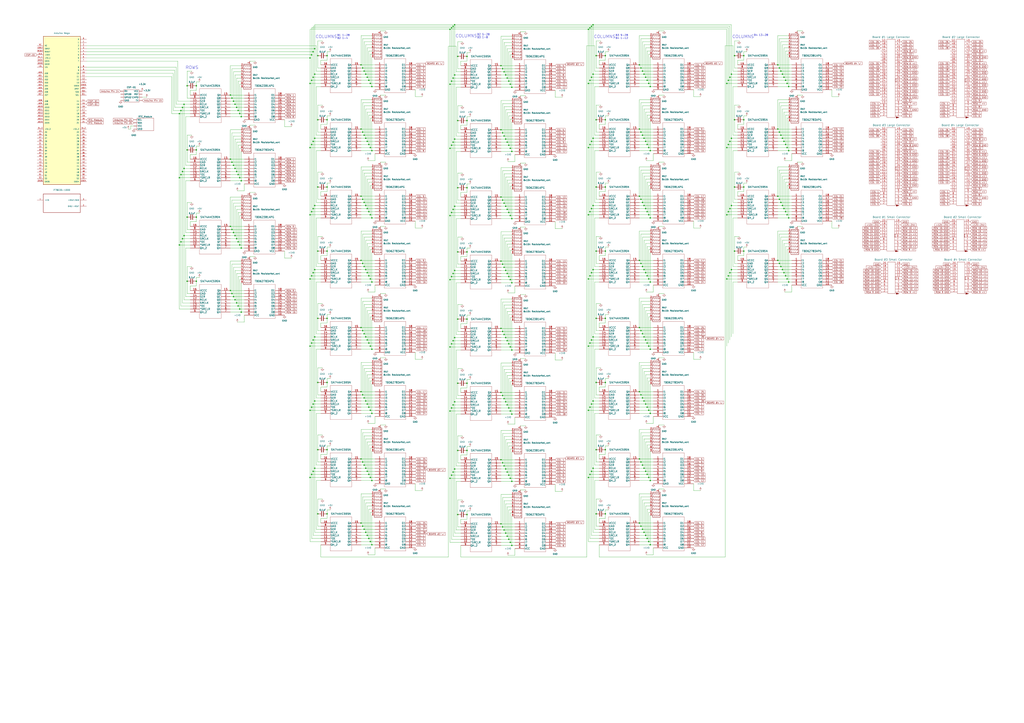
<source format=kicad_sch>
(kicad_sch (version 20211123) (generator eeschema)
  (paper "A1")
  (junction (at 383.54 99.06))
  (junction (at 411.48 377.825))
  (junction (at 530.225 332.105))
  (junction (at 370.84 22.86))
  (junction (at 370.84 119.38))
  (junction (at 153.67 231.14))
  (junction (at 372.11 224.79))
  (junction (at 194.31 196.215))
  (junction (at 296.545 269.24))
  (junction (at 297.815 324.485))
  (junction (at 373.38 61.595))
  (junction (at 485.775 387.35))
  (junction (at 419.1 393.065))
  (junction (at 300.355 221.615))
  (junction (at 647.7 179.07))
  (junction (at 489.585 206.375))
  (junction (at 489.585 98.425))
  (junction (at 596.9 176.53))
  (junction (at 302.895 226.695))
  (junction (at 412.75 433.07))
  (junction (at 299.085 382.27))
  (junction (at 153.67 178.435))
  (junction (at 257.175 116.205))
  (junction (at 193.04 246.38))
  (junction (at 599.44 63.5))
  (junction (at 485.775 116.205))
  (junction (at 302.895 281.94))
  (junction (at 416.56 116.84))
  (junction (at 373.38 277.495))
  (junction (at 153.67 123.19))
  (junction (at 603.25 206.375))
  (junction (at 525.145 269.24))
  (junction (at 489.585 422.275))
  (junction (at 483.235 284.48))
  (junction (at 414.02 435.61))
  (junction (at 193.04 85.725))
  (junction (at 383.54 46.355))
  (junction (at 297.815 55.88))
  (junction (at 369.57 229.87))
  (junction (at 416.56 387.985))
  (junction (at 532.765 68.58))
  (junction (at 530.225 279.4))
  (junction (at 255.905 173.99))
  (junction (at 257.175 63.5))
  (junction (at 411.48 269.875))
  (junction (at 487.045 329.565))
  (junction (at 255.905 118.745))
  (junction (at 254.635 392.43))
  (junction (at 526.415 163.83))
  (junction (at 525.145 429.895))
  (junction (at 297.815 163.83))
  (junction (at 193.04 138.43))
  (junction (at 527.685 219.075))
  (junction (at 642.62 60.96))
  (junction (at 527.685 434.975))
  (junction (at 534.035 123.825))
  (junction (at 198.12 256.54))
  (junction (at 497.205 369.57))
  (junction (at 489.585 261.62))
  (junction (at 254.635 68.58))
  (junction (at 300.355 276.86))
  (junction (at 531.495 66.04))
  (junction (at 300.355 113.665))
  (junction (at 255.905 226.695))
  (junction (at 412.75 56.515))
  (junction (at 487.045 276.86))
  (junction (at 268.605 314.325))
  (junction (at 254.635 47.625))
  (junction (at 302.895 442.595))
  (junction (at 416.56 332.74))
  (junction (at 254.635 284.48))
  (junction (at 603.25 153.67))
  (junction (at 198.12 148.59))
  (junction (at 646.43 121.285))
  (junction (at 147.32 93.345))
  (junction (at 258.445 40.005))
  (junction (at 370.84 335.28))
  (junction (at 375.92 46.355))
  (junction (at 610.87 45.72))
  (junction (at 487.045 168.91))
  (junction (at 194.31 248.92))
  (junction (at 300.355 60.96))
  (junction (at 420.37 179.705))
  (junction (at 372.11 172.085))
  (junction (at 297.815 379.73))
  (junction (at 268.605 98.425))
  (junction (at 641.35 166.37))
  (junction (at 147.32 201.295))
  (junction (at 299.085 58.42))
  (junction (at 305.435 447.675))
  (junction (at 254.635 229.235))
  (junction (at 372.11 21.59))
  (junction (at 258.445 60.96))
  (junction (at 414.02 274.955))
  (junction (at 255.905 281.94))
  (junction (at 299.085 274.32))
  (junction (at 383.54 154.305))
  (junction (at 532.765 445.135))
  (junction (at 599.44 224.155))
  (junction (at 531.495 118.745))
  (junction (at 530.225 116.205))
  (junction (at 528.955 168.91))
  (junction (at 299.085 434.975))
  (junction (at 526.415 108.585))
  (junction (at 532.765 284.48))
  (junction (at 304.165 121.285))
  (junction (at 296.545 213.995))
  (junction (at 419.1 177.165))
  (junction (at 302.895 118.745))
  (junction (at 528.955 221.615))
  (junction (at 528.955 60.96))
  (junction (at 603.25 98.425))
  (junction (at 369.57 69.215))
  (junction (at 483.235 121.285))
  (junction (at 148.59 198.755))
  (junction (at 258.445 221.615))
  (junction (at 598.17 173.99))
  (junction (at 194.31 140.97))
  (junction (at 598.17 118.745))
  (junction (at 600.71 113.665))
  (junction (at 257.175 279.4))
  (junction (at 411.48 322.58))
  (junction (at 375.92 154.305))
  (junction (at 598.17 226.695))
  (junction (at 304.165 392.43))
  (junction (at 257.175 224.155))
  (junction (at 415.29 330.2))
  (junction (at 190.5 241.3))
  (junction (at 532.765 121.285))
  (junction (at 641.35 219.075))
  (junction (at 196.85 254))
  (junction (at 373.38 169.545))
  (junction (at 596.9 68.58))
  (junction (at 485.775 21.59))
  (junction (at 527.685 327.025))
  (junction (at 526.415 324.485))
  (junction (at 417.83 227.33))
  (junction (at 375.92 370.205))
  (junction (at 420.37 448.31))
  (junction (at 638.81 161.29))
  (junction (at 525.145 321.945))
  (junction (at 415.29 114.3))
  (junction (at 419.1 285.115))
  (junction (at 370.84 282.575))
  (junction (at 191.77 83.185))
  (junction (at 191.77 135.89))
  (junction (at 260.985 98.425))
  (junction (at 373.38 20.32))
  (junction (at 415.29 222.25))
  (junction (at 531.495 281.94))
  (junction (at 416.56 224.79))
  (junction (at 534.035 231.775))
  (junction (at 417.83 443.23))
  (junction (at 260.985 261.62))
  (junction (at 260.985 45.72))
  (junction (at 526.415 379.73))
  (junction (at 415.29 277.495))
  (junction (at 375.92 314.96))
  (junction (at 534.035 447.675))
  (junction (at 420.37 232.41))
  (junction (at 484.505 22.86))
  (junction (at 412.75 109.22))
  (junction (at 268.605 261.62))
  (junction (at 596.9 229.235))
  (junction (at 414.02 111.76))
  (junction (at 610.87 98.425))
  (junction (at 369.57 24.13))
  (junction (at 646.43 68.58))
  (junction (at 260.985 369.57))
  (junction (at 302.895 389.89))
  (junction (at 193.04 193.675))
  (junction (at 296.545 161.29))
  (junction (at 268.605 45.72))
  (junction (at 297.815 108.585))
  (junction (at 300.355 384.81))
  (junction (at 373.38 385.445))
  (junction (at 297.815 432.435))
  (junction (at 531.495 334.645))
  (junction (at 414.02 59.055))
  (junction (at 257.175 387.35))
  (junction (at 525.145 213.995))
  (junction (at 299.085 219.075))
  (junction (at 370.84 227.33))
  (junction (at 189.23 130.81))
  (junction (at 417.83 390.525))
  (junction (at 417.83 282.575))
  (junction (at 412.75 272.415))
  (junction (at 640.08 108.585))
  (junction (at 419.1 337.82))
  (junction (at 527.685 382.27))
  (junction (at 305.435 71.12))
  (junction (at 258.445 329.565))
  (junction (at 415.29 438.15))
  (junction (at 414.02 327.66))
  (junction (at 268.605 153.67))
  (junction (at 161.29 231.14))
  (junction (at 411.48 161.925))
  (junction (at 645.16 226.695))
  (junction (at 497.205 261.62))
  (junction (at 258.445 113.665))
  (junction (at 414.02 382.905))
  (junction (at 497.205 98.425))
  (junction (at 643.89 171.45))
  (junction (at 603.25 45.72))
  (junction (at 304.165 445.135))
  (junction (at 375.92 262.255))
  (junction (at 643.89 63.5))
  (junction (at 302.895 173.99))
  (junction (at 148.59 143.51))
  (junction (at 151.13 85.725))
  (junction (at 260.985 153.67))
  (junction (at 151.13 193.675))
  (junction (at 304.165 68.58))
  (junction (at 257.175 332.105))
  (junction (at 487.045 60.96))
  (junction (at 147.32 146.05))
  (junction (at 528.955 113.665))
  (junction (at 526.415 271.78))
  (junction (at 268.605 422.275))
  (junction (at 531.495 226.695))
  (junction (at 299.085 327.025))
  (junction (at 301.625 387.35))
  (junction (at 416.56 280.035))
  (junction (at 610.87 206.375))
  (junction (at 196.85 201.295))
  (junction (at 638.81 53.34))
  (junction (at 375.92 207.01))
  (junction (at 487.045 384.81))
  (junction (at 258.445 168.91))
  (junction (at 530.225 224.155))
  (junction (at 497.205 45.72))
  (junction (at 260.985 422.275))
  (junction (at 530.225 171.45))
  (junction (at 485.775 171.45))
  (junction (at 304.165 229.235))
  (junction (at 296.545 429.895))
  (junction (at 416.56 440.69))
  (junction (at 532.765 337.185))
  (junction (at 527.685 274.32))
  (junction (at 414.02 219.71))
  (junction (at 525.145 106.045))
  (junction (at 373.38 114.3))
  (junction (at 411.48 214.63))
  (junction (at 195.58 143.51))
  (junction (at 646.43 229.235))
  (junction (at 527.685 58.42))
  (junction (at 419.1 121.92))
  (junction (at 599.44 116.205))
  (junction (at 190.5 188.595))
  (junction (at 255.905 389.89))
  (junction (at 296.545 106.045))
  (junction (at 300.355 168.91))
  (junction (at 638.81 213.995))
  (junction (at 610.87 153.67))
  (junction (at 527.685 166.37))
  (junction (at 196.85 93.345))
  (junction (at 196.85 146.05))
  (junction (at 258.445 384.81))
  (junction (at 299.085 111.125))
  (junction (at 415.29 169.545))
  (junction (at 161.29 123.19))
  (junction (at 255.905 66.04))
  (junction (at 189.23 186.055))
  (junction (at 484.505 66.04))
  (junction (at 258.445 276.86))
  (junction (at 373.38 222.25))
  (junction (at 149.86 88.265))
  (junction (at 647.7 71.12))
  (junction (at 642.62 221.615))
  (junction (at 420.37 287.655))
  (junction (at 296.545 377.19))
  (junction (at 600.71 221.615))
  (junction (at 305.435 123.825))
  (junction (at 485.775 332.105))
  (junction (at 483.235 24.13))
  (junction (at 161.29 70.485))
  (junction (at 489.585 314.325))
  (junction (at 191.77 191.135))
  (junction (at 383.54 207.01))
  (junction (at 534.035 71.12))
  (junction (at 530.225 63.5))
  (junction (at 526.415 55.88))
  (junction (at 534.035 179.07))
  (junction (at 300.355 329.565))
  (junction (at 189.23 78.105))
  (junction (at 643.89 116.205))
  (junction (at 194.31 88.265))
  (junction (at 531.495 173.99))
  (junction (at 419.1 69.215))
  (junction (at 305.435 179.07))
  (junction (at 195.58 90.805))
  (junction (at 305.435 339.725))
  (junction (at 420.37 71.755))
  (junction (at 638.81 106.045))
  (junction (at 370.84 390.525))
  (junction (at 299.085 166.37))
  (junction (at 420.37 124.46))
  (junction (at 255.905 334.645))
  (junction (at 305.435 231.775))
  (junction (at 195.58 251.46))
  (junction (at 268.605 206.375))
  (junction (at 484.505 281.94))
  (junction (at 484.505 389.89))
  (junction (at 525.145 377.19))
  (junction (at 531.495 389.89))
  (junction (at 254.635 121.285))
  (junction (at 483.235 229.235))
  (junction (at 641.35 111.125))
  (junction (at 484.505 118.745))
  (junction (at 300.355 437.515))
  (junction (at 420.37 340.36))
  (junction (at 257.175 171.45))
  (junction (at 497.205 422.275))
  (junction (at 497.205 314.325))
  (junction (at 640.08 55.88))
  (junction (at 411.48 430.53))
  (junction (at 416.56 64.135))
  (junction (at 191.77 243.84))
  (junction (at 189.23 238.76))
  (junction (at 487.045 221.615))
  (junction (at 487.045 113.665))
  (junction (at 645.16 173.99))
  (junction (at 416.56 172.085))
  (junction (at 642.62 113.665))
  (junction (at 304.165 337.185))
  (junction (at 485.775 279.4))
  (junction (at 532.765 392.43))
  (junction (at 301.625 171.45))
  (junction (at 412.75 380.365))
  (junction (at 304.165 284.48))
  (junction (at 525.145 161.29))
  (junction (at 412.75 325.12))
  (junction (at 641.35 58.42))
  (junction (at 414.02 167.005))
  (junction (at 489.585 45.72))
  (junction (at 526.415 432.435))
  (junction (at 534.035 339.725))
  (junction (at 484.505 173.99))
  (junction (at 260.985 314.325))
  (junction (at 534.035 394.97))
  (junction (at 646.43 176.53))
  (junction (at 532.765 176.53))
  (junction (at 370.84 66.675))
  (junction (at 268.605 369.57))
  (junction (at 530.225 440.055))
  (junction (at 489.585 153.67))
  (junction (at 484.505 334.645))
  (junction (at 485.775 224.155))
  (junction (at 417.83 119.38))
  (junction (at 149.86 140.97))
  (junction (at 532.765 229.235))
  (junction (at 596.9 121.285))
  (junction (at 600.71 60.96))
  (junction (at 647.7 231.775))
  (junction (at 301.625 224.155))
  (junction (at 599.44 171.45))
  (junction (at 301.625 116.205))
  (junction (at 304.165 176.53))
  (junction (at 254.635 176.53))
  (junction (at 526.415 216.535))
  (junction (at 415.29 61.595))
  (junction (at 419.1 445.77))
  (junction (at 301.625 440.055))
  (junction (at 254.635 337.185))
  (junction (at 383.54 370.205))
  (junction (at 420.37 395.605))
  (junction (at 383.54 314.96))
  (junction (at 153.67 70.485))
  (junction (at 190.5 133.35))
  (junction (at 530.225 387.35))
  (junction (at 305.435 394.97))
  (junction (at 497.205 153.67))
  (junction (at 485.775 63.5))
  (junction (at 598.17 66.04))
  (junction (at 198.12 95.885))
  (junction (at 411.48 106.68))
  (junction (at 296.545 321.945))
  (junction (at 411.48 53.975))
  (junction (at 161.29 178.435))
  (junction (at 302.895 334.645))
  (junction (at 302.895 66.04))
  (junction (at 383.54 422.91))
  (junction (at 640.08 216.535))
  (junction (at 305.435 287.02))
  (junction (at 483.235 392.43))
  (junction (at 372.11 332.74))
  (junction (at 528.955 437.515))
  (junction (at 525.145 53.34))
  (junction (at 487.045 20.32))
  (junction (at 296.545 53.34))
  (junction (at 417.83 335.28))
  (junction (at 412.75 217.17))
  (junction (at 497.205 206.375))
  (junction (at 643.89 224.155))
  (junction (at 372.11 64.135))
  (junction (at 640.08 163.83))
  (junction (at 483.235 337.185))
  (junction (at 375.92 99.06))
  (junction (at 301.625 279.4))
  (junction (at 528.955 384.81))
  (junction (at 370.84 174.625))
  (junction (at 369.57 285.115))
  (junction (at 257.175 42.545))
  (junction (at 195.58 198.755))
  (junction (at 528.955 329.565))
  (junction (at 372.11 280.035))
  (junction (at 645.16 66.04))
  (junction (at 369.57 177.165))
  (junction (at 301.625 332.105))
  (junction (at 151.13 138.43))
  (junction (at 531.495 442.595))
  (junction (at 484.505 226.695))
  (junction (at 373.38 330.2))
  (junction (at 383.54 262.255))
  (junction (at 600.71 168.91))
  (junction (at 483.235 68.58))
  (junction (at 369.57 393.065))
  (junction (at 419.1 229.87))
  (junction (at 255.905 45.085))
  (junction (at 412.75 164.465))
  (junction (at 198.12 203.835))
  (junction (at 375.92 422.91))
  (junction (at 417.83 174.625))
  (junction (at 190.5 80.645))
  (junction (at 148.59 90.805))
  (junction (at 369.57 337.82))
  (junction (at 297.815 216.535))
  (junction (at 527.685 111.125))
  (junction (at 372.11 387.985))
  (junction (at 149.86 196.215))
  (junction (at 534.035 287.02))
  (junction (at 483.235 176.53))
  (junction (at 297.815 271.78))
  (junction (at 489.585 369.57))
  (junction (at 417.83 66.675))
  (junction (at 528.955 276.86))
  (junction (at 369.57 121.92))
  (junction (at 415.29 385.445))
  (junction (at 301.625 63.5))
  (junction (at 645.16 118.745))
  (junction (at 372.11 116.84))
  (junction (at 260.985 206.375))
  (junction (at 647.7 123.825))
  (junction (at 642.62 168.91))
  (wire (pts (xy 301.625 363.22) (xy 305.435 363.22)))
  (wire (pts (xy 152.4 191.135) (xy 156.21 191.135)))
  (wire (pts (xy 149.86 88.265) (xy 149.86 140.97)))
  (wire (pts (xy 487.045 329.565) (xy 487.045 384.81)))
  (wire (pts (xy 645.16 118.745) (xy 650.24 118.745)))
  (wire (pts (xy 645.16 118.745) (xy 645.16 94.615)))
  (wire (pts (xy 411.48 438.15) (xy 415.29 438.15)))
  (wire (pts (xy 483.235 392.43) (xy 492.125 392.43)))
  (wire (pts (xy 411.48 53.975) (xy 422.91 53.975)))
  (wire (pts (xy 455.93 187.96) (xy 461.645 187.96)))
  (wire (pts (xy 411.48 217.17) (xy 412.75 217.17)))
  (wire (pts (xy 142.24 90.805) (xy 142.24 60.325)))
  (wire (pts (xy 485.775 21.59) (xy 599.44 21.59)))
  (wire (pts (xy 411.48 121.92) (xy 419.1 121.92)))
  (wire (pts (xy 300.355 305.435) (xy 305.435 305.435)))
  (wire (pts (xy 530.225 440.055) (xy 530.225 415.925)))
  (wire (pts (xy 645.16 226.695) (xy 645.16 202.565)))
  (wire (pts (xy 259.715 287.02) (xy 259.715 327.025)))
  (wire (pts (xy 525.145 60.96) (xy 528.955 60.96)))
  (wire (pts (xy 153.67 219.075) (xy 153.67 231.14)))
  (wire (pts (xy 374.65 124.46) (xy 374.65 167.005)))
  (wire (pts (xy 411.48 282.575) (xy 417.83 282.575)))
  (wire (pts (xy 372.11 21.59) (xy 485.775 21.59)))
  (wire (pts (xy 640.08 108.585) (xy 640.08 84.455)))
  (wire (pts (xy 530.225 307.975) (xy 534.035 307.975)))
  (wire (pts (xy 525.145 173.99) (xy 531.495 173.99)))
  (wire (pts (xy 525.145 108.585) (xy 526.415 108.585)))
  (wire (pts (xy 610.87 45.72) (xy 610.87 42.545)))
  (wire (pts (xy 530.225 279.4) (xy 536.575 279.4)))
  (wire (pts (xy 263.525 49.53) (xy 268.605 49.53)))
  (wire (pts (xy 302.895 118.745) (xy 302.895 94.615)))
  (wire (pts (xy 189.23 138.43) (xy 193.04 138.43)))
  (wire (pts (xy 375.92 99.06) (xy 375.92 109.22)))
  (wire (pts (xy 525.145 229.235) (xy 532.765 229.235)))
  (wire (pts (xy 527.685 327.025) (xy 536.575 327.025)))
  (wire (pts (xy 299.085 250.19) (xy 305.435 250.19)))
  (wire (pts (xy 485.775 224.155) (xy 492.125 224.155)))
  (wire (pts (xy 489.585 33.655) (xy 489.585 45.72)))
  (wire (pts (xy 641.35 58.42) (xy 641.35 34.29)))
  (wire (pts (xy 416.56 280.035) (xy 422.91 280.035)))
  (wire (pts (xy 414.02 274.955) (xy 414.02 250.825)))
  (wire (pts (xy 300.355 252.73) (xy 305.435 252.73)))
  (wire (pts (xy 297.815 324.485) (xy 307.975 324.485)))
  (wire (pts (xy 530.225 279.4) (xy 530.225 255.27)))
  (wire (pts (xy 107.315 103.505) (xy 109.855 103.505)))
  (wire (pts (xy 532.765 44.45) (xy 532.765 68.58)))
  (wire (pts (xy 259.715 123.825) (xy 263.525 123.825)))
  (wire (pts (xy 414.02 167.005) (xy 422.91 167.005)))
  (wire (pts (xy 528.955 89.535) (xy 534.035 89.535)))
  (wire (pts (xy 296.545 221.615) (xy 300.355 221.615)))
  (wire (pts (xy 530.86 455.93) (xy 536.575 455.93)))
  (wire (pts (xy 153.67 70.485) (xy 153.67 80.645)))
  (wire (pts (xy 263.525 373.38) (xy 268.605 373.38)))
  (wire (pts (xy 525.145 81.915) (xy 534.035 81.915)))
  (wire (pts (xy 427.355 349.885) (xy 431.8 349.885)))
  (wire (pts (xy 296.545 137.16) (xy 305.435 137.16)))
  (wire (pts (xy 531.495 334.645) (xy 531.495 310.515)))
  (wire (pts (xy 296.545 405.765) (xy 305.435 405.765)))
  (wire (pts (xy 525.145 339.725) (xy 534.035 339.725)))
  (wire (pts (xy 301.625 171.45) (xy 301.625 147.32)))
  (wire (pts (xy 260.985 98.425) (xy 260.985 108.585)))
  (wire (pts (xy 296.545 111.125) (xy 299.085 111.125)))
  (wire (pts (xy 541.02 241.3) (xy 545.465 241.3)))
  (wire (pts (xy 296.545 379.73) (xy 297.815 379.73)))
  (wire (pts (xy 640.08 31.75) (xy 647.7 31.75)))
  (wire (pts (xy 148.59 198.755) (xy 148.59 251.46)))
  (wire (pts (xy 483.235 24.13) (xy 483.235 68.58)))
  (wire (pts (xy 263.525 432.435) (xy 260.985 432.435)))
  (wire (pts (xy 259.715 382.27) (xy 259.715 339.725)))
  (wire (pts (xy 268.605 366.395) (xy 271.145 366.395)))
  (wire (pts (xy 411.48 56.515) (xy 412.75 56.515)))
  (wire (pts (xy 647.7 179.07) (xy 650.24 179.07)))
  (wire (pts (xy 526.415 31.75) (xy 534.035 31.75)))
  (wire (pts (xy 419.1 69.215) (xy 422.91 69.215)))
  (wire (pts (xy 416.56 416.56) (xy 420.37 416.56)))
  (wire (pts (xy 488.315 382.27) (xy 492.125 382.27)))
  (wire (pts (xy 297.815 355.6) (xy 305.435 355.6)))
  (wire (pts (xy 340.995 403.225) (xy 346.71 403.225)))
  (wire (pts (xy 254.635 68.58) (xy 263.525 68.58)))
  (wire (pts (xy 531.495 118.745) (xy 531.495 94.615)))
  (wire (pts (xy 492.125 377.19) (xy 492.125 373.38)))
  (wire (pts (xy 254.635 337.185) (xy 254.635 392.43)))
  (wire (pts (xy 483.235 337.185) (xy 483.235 392.43)))
  (wire (pts (xy 302.895 334.645) (xy 302.895 310.515)))
  (wire (pts (xy 420.37 124.46) (xy 422.91 124.46)))
  (wire (pts (xy 156.21 133.35) (xy 153.67 133.35)))
  (wire (pts (xy 412.75 325.12) (xy 412.75 300.99)))
  (wire (pts (xy 259.715 166.37) (xy 263.525 166.37)))
  (wire (pts (xy 642.62 113.665) (xy 642.62 89.535)))
  (wire (pts (xy 301.625 440.055) (xy 307.975 440.055)))
  (wire (pts (xy 483.235 337.185) (xy 492.125 337.185)))
  (wire (pts (xy 530.225 171.45) (xy 536.575 171.45)))
  (wire (pts (xy 525.145 63.5) (xy 530.225 63.5)))
  (wire (pts (xy 414.02 435.61) (xy 422.91 435.61)))
  (wire (pts (xy 415.29 414.02) (xy 420.37 414.02)))
  (wire (pts (xy 497.205 311.15) (xy 499.745 311.15)))
  (wire (pts (xy 647.7 44.45) (xy 646.43 44.45)))
  (wire (pts (xy 638.81 108.585) (xy 640.08 108.585)))
  (wire (pts (xy 527.685 219.075) (xy 536.575 219.075)))
  (wire (pts (xy 268.605 150.495) (xy 271.145 150.495)))
  (wire (pts (xy 415.29 145.415) (xy 420.37 145.415)))
  (wire (pts (xy 605.79 179.07) (xy 601.98 179.07)))
  (wire (pts (xy 153.67 123.19) (xy 153.67 133.35)))
  (wire (pts (xy 598.17 66.04) (xy 605.79 66.04)))
  (wire (pts (xy 198.12 121.92) (xy 196.85 121.92)))
  (wire (pts (xy 147.32 93.345) (xy 147.32 146.05)))
  (wire (pts (xy 268.605 42.545) (xy 271.145 42.545)))
  (wire (pts (xy 383.54 102.87) (xy 383.54 99.06)))
  (wire (pts (xy 372.11 440.69) (xy 378.46 440.69)))
  (wire (pts (xy 645.16 226.695) (xy 650.24 226.695)))
  (wire (pts (xy 416.56 280.035) (xy 416.56 255.905)))
  (wire (pts (xy 411.48 71.755) (xy 420.37 71.755)))
  (wire (pts (xy 528.955 329.565) (xy 536.575 329.565)))
  (wire (pts (xy 373.38 61.595) (xy 378.46 61.595)))
  (wire (pts (xy 372.11 280.035) (xy 372.11 332.74)))
  (wire (pts (xy 600.71 60.96) (xy 600.71 113.665)))
  (wire (pts (xy 378.46 287.655) (xy 374.65 287.655)))
  (wire (pts (xy 300.355 60.96) (xy 300.355 36.83)))
  (wire (pts (xy 525.145 274.32) (xy 527.685 274.32)))
  (wire (pts (xy 259.715 37.465) (xy 259.715 58.42)))
  (wire (pts (xy 257.175 279.4) (xy 257.175 332.105)))
  (wire (pts (xy 647.7 99.695) (xy 647.7 123.825)))
  (wire (pts (xy 264.795 141.605) (xy 260.985 141.605)))
  (wire (pts (xy 641.35 86.995) (xy 647.7 86.995)))
  (wire (pts (xy 525.145 394.97) (xy 534.035 394.97)))
  (wire (pts (xy 374.65 219.71) (xy 378.46 219.71)))
  (wire (pts (xy 296.545 389.89) (xy 302.895 389.89)))
  (wire (pts (xy 296.545 29.21) (xy 305.435 29.21)))
  (wire (pts (xy 263.525 377.19) (xy 263.525 373.38)))
  (wire (pts (xy 299.085 194.945) (xy 305.435 194.945)))
  (wire (pts (xy 370.84 174.625) (xy 370.84 227.33)))
  (wire (pts (xy 485.775 332.105) (xy 485.775 387.35)))
  (wire (pts (xy 414.02 250.825) (xy 420.37 250.825)))
  (wire (pts (xy 420.37 100.33) (xy 420.37 124.46)))
  (wire (pts (xy 260.985 422.275) (xy 260.985 432.435)))
  (wire (pts (xy 427.355 402.59) (xy 431.8 402.59)))
  (wire (pts (xy 603.25 33.655) (xy 603.25 45.72)))
  (wire (pts (xy 411.48 430.53) (xy 411.48 406.4)))
  (wire (pts (xy 603.25 153.67) (xy 603.25 163.83)))
  (wire (pts (xy 254.635 176.53) (xy 263.525 176.53)))
  (wire (pts (xy 455.93 295.91) (xy 461.645 295.91)))
  (wire (pts (xy 416.56 147.955) (xy 420.37 147.955)))
  (wire (pts (xy 527.685 434.975) (xy 536.575 434.975)))
  (wire (pts (xy 640.08 163.83) (xy 650.24 163.83)))
  (wire (pts (xy 534.035 260.35) (xy 532.765 260.35)))
  (wire (pts (xy 196.85 121.92) (xy 196.85 146.05)))
  (wire (pts (xy 105.41 106.045) (xy 107.315 106.045)))
  (wire (pts (xy 527.685 274.32) (xy 536.575 274.32)))
  (wire (pts (xy 414.02 59.055) (xy 414.02 34.925)))
  (wire (pts (xy 369.57 229.87) (xy 369.57 285.115)))
  (wire (pts (xy 161.29 127) (xy 161.29 123.19)))
  (wire (pts (xy 369.57 24.13) (xy 483.235 24.13)))
  (wire (pts (xy 641.35 111.125) (xy 641.35 86.995)))
  (wire (pts (xy 528.955 113.665) (xy 536.575 113.665)))
  (wire (pts (xy 417.83 174.625) (xy 422.91 174.625)))
  (wire (pts (xy 296.545 384.81) (xy 300.355 384.81)))
  (wire (pts (xy 299.085 274.32) (xy 299.085 250.19)))
  (wire (pts (xy 307.975 240.03) (xy 307.975 234.315)))
  (wire (pts (xy 417.83 258.445) (xy 420.37 258.445)))
  (wire (pts (xy 419.1 229.87) (xy 422.91 229.87)))
  (wire (pts (xy 268.605 261.62) (xy 268.605 258.445)))
  (wire (pts (xy 153.67 166.37) (xy 153.67 178.435)))
  (wire (pts (xy 643.89 92.075) (xy 647.7 92.075)))
  (wire (pts (xy 415.29 253.365) (xy 420.37 253.365)))
  (wire (pts (xy 383.54 318.77) (xy 383.54 314.96)))
  (wire (pts (xy 492.125 324.485) (xy 489.585 324.485)))
  (wire (pts (xy 300.355 384.81) (xy 300.355 360.68)))
  (wire (pts (xy 416.56 440.69) (xy 422.91 440.69)))
  (wire (pts (xy 263.525 265.43) (xy 268.605 265.43)))
  (wire (pts (xy 598.17 118.745) (xy 605.79 118.745)))
  (wire (pts (xy 300.355 89.535) (xy 305.435 89.535)))
  (wire (pts (xy 497.205 102.235) (xy 497.205 98.425)))
  (wire (pts (xy 531.495 418.465) (xy 534.035 418.465)))
  (wire (pts (xy 497.205 366.395) (xy 499.745 366.395)))
  (wire (pts (xy 369.57 393.065) (xy 378.46 393.065)))
  (wire (pts (xy 258.445 437.515) (xy 263.525 437.515)))
  (wire (pts (xy 530.225 224.155) (xy 530.225 200.025)))
  (wire (pts (xy 146.05 83.185) (xy 156.21 83.185)))
  (wire (pts (xy 193.04 61.595) (xy 198.12 61.595)))
  (wire (pts (xy 492.125 55.88) (xy 489.585 55.88)))
  (wire (pts (xy 299.085 358.14) (xy 305.435 358.14)))
  (wire (pts (xy 373.38 20.32) (xy 373.38 61.595)))
  (wire (pts (xy 378.46 53.975) (xy 378.46 50.165)))
  (wire (pts (xy 638.81 213.995) (xy 638.81 189.865)))
  (wire (pts (xy 416.56 255.905) (xy 420.37 255.905)))
  (wire (pts (xy 489.585 98.425) (xy 489.585 108.585)))
  (wire (pts (xy 532.765 337.185) (xy 536.575 337.185)))
  (wire (pts (xy 525.145 245.11) (xy 534.035 245.11)))
  (wire (pts (xy 411.48 116.84) (xy 416.56 116.84)))
  (wire (pts (xy 297.815 216.535) (xy 297.815 192.405)))
  (wire (pts (xy 525.145 281.94) (xy 531.495 281.94)))
  (wire (pts (xy 304.165 68.58) (xy 307.975 68.58)))
  (wire (pts (xy 525.145 189.865) (xy 534.035 189.865)))
  (wire (pts (xy 374.65 287.655) (xy 374.65 327.66)))
  (wire (pts (xy 268.605 258.445) (xy 271.145 258.445)))
  (wire (pts (xy 255.905 118.745) (xy 263.525 118.745)))
  (wire (pts (xy 525.145 29.21) (xy 534.035 29.21)))
  (wire (pts (xy 489.585 206.375) (xy 489.585 216.535)))
  (wire (pts (xy 148.59 198.755) (xy 156.21 198.755)))
  (wire (pts (xy 525.145 68.58) (xy 532.765 68.58)))
  (wire (pts (xy 198.12 229.87) (xy 196.85 229.87)))
  (wire (pts (xy 610.87 98.425) (xy 610.87 95.25)))
  (wire (pts (xy 525.145 66.04) (xy 531.495 66.04)))
  (wire (pts (xy 297.815 55.88) (xy 307.975 55.88)))
  (wire (pts (xy 641.35 194.945) (xy 647.7 194.945)))
  (wire (pts (xy 299.085 274.32) (xy 307.975 274.32)))
  (wire (pts (xy 525.145 279.4) (xy 530.225 279.4)))
  (wire (pts (xy 300.355 384.81) (xy 307.975 384.81)))
  (wire (pts (xy 411.48 382.905) (xy 414.02 382.905)))
  (wire (pts (xy 383.54 311.785) (xy 386.08 311.785)))
  (wire (pts (xy 411.48 325.12) (xy 412.75 325.12)))
  (wire (pts (xy 415.29 169.545) (xy 415.29 145.415)))
  (wire (pts (xy 299.085 382.27) (xy 299.085 358.14)))
  (wire (pts (xy 525.145 161.29) (xy 536.575 161.29)))
  (wire (pts (xy 296.545 163.83) (xy 297.815 163.83)))
  (wire (pts (xy 532.765 68.58) (xy 536.575 68.58)))
  (wire (pts (xy 646.43 97.155) (xy 646.43 121.285)))
  (wire (pts (xy 603.25 206.375) (xy 603.25 216.535)))
  (wire (pts (xy 528.955 60.96) (xy 528.955 36.83)))
  (wire (pts (xy 532.765 121.285) (xy 536.575 121.285)))
  (wire (pts (xy 532.765 284.48) (xy 536.575 284.48)))
  (wire (pts (xy 305.435 421.005) (xy 304.165 421.005)))
  (wire (pts (xy 603.25 141.605) (xy 603.25 153.67)))
  (wire (pts (xy 596.9 176.53) (xy 596.9 229.235)))
  (wire (pts (xy 525.145 179.07) (xy 534.035 179.07)))
  (wire (pts (xy 569.595 79.375) (xy 575.31 79.375)))
  (wire (pts (xy 157.48 166.37) (xy 153.67 166.37)))
  (wire (pts (xy 369.57 285.115) (xy 378.46 285.115)))
  (wire (pts (xy 302.895 66.04) (xy 302.895 41.91)))
  (wire (pts (xy 296.545 353.06) (xy 305.435 353.06)))
  (wire (pts (xy 415.29 438.15) (xy 415.29 414.02)))
  (wire (pts (xy 194.31 88.265) (xy 200.66 88.265)))
  (wire (pts (xy 638.81 106.045) (xy 650.24 106.045)))
  (wire (pts (xy 599.44 21.59) (xy 599.44 63.5)))
  (wire (pts (xy 379.73 142.24) (xy 375.92 142.24)))
  (wire (pts (xy 370.84 390.525) (xy 370.84 443.23)))
  (wire (pts (xy 492.125 457.835) (xy 595.63 457.835)))
  (wire (pts (xy 525.145 327.025) (xy 527.685 327.025)))
  (wire (pts (xy 257.175 224.155) (xy 257.175 279.4)))
  (wire (pts (xy 642.62 168.91) (xy 650.24 168.91)))
  (wire (pts (xy 530.225 39.37) (xy 534.035 39.37)))
  (wire (pts (xy 151.13 138.43) (xy 156.21 138.43)))
  (wire (pts (xy 254.635 176.53) (xy 254.635 229.235)))
  (wire (pts (xy 489.585 314.325) (xy 489.585 324.485)))
  (wire (pts (xy 412.75 272.415) (xy 422.91 272.415)))
  (wire (pts (xy 531.495 281.94) (xy 536.575 281.94)))
  (wire (pts (xy 190.5 133.35) (xy 190.5 109.22)))
  (wire (pts (xy 525.145 429.895) (xy 536.575 429.895)))
  (wire (pts (xy 264.795 194.31) (xy 260.985 194.31)))
  (wire (pts (xy 268.605 49.53) (xy 268.605 45.72)))
  (wire (pts (xy 527.685 358.14) (xy 534.035 358.14)))
  (wire (pts (xy 195.58 90.805) (xy 195.58 66.675)))
  (wire (pts (xy 525.145 71.12) (xy 534.035 71.12)))
  (wire (pts (xy 370.84 119.38) (xy 370.84 174.625)))
  (wire (pts (xy 296.545 334.645) (xy 302.895 334.645)))
  (wire (pts (xy 534.035 179.07) (xy 536.575 179.07)))
  (wire (pts (xy 296.545 216.535) (xy 297.815 216.535)))
  (wire (pts (xy 379.73 86.995) (xy 375.92 86.995)))
  (wire (pts (xy 525.145 332.105) (xy 530.225 332.105)))
  (wire (pts (xy 268.605 45.72) (xy 268.605 42.545)))
  (wire (pts (xy 638.81 221.615) (xy 642.62 221.615)))
  (wire (pts (xy 525.145 440.055) (xy 530.225 440.055)))
  (wire (pts (xy 258.445 60.96) (xy 263.525 60.96)))
  (wire (pts (xy 638.81 161.29) (xy 638.81 137.16)))
  (wire (pts (xy 305.435 179.07) (xy 307.975 179.07)))
  (wire (pts (xy 200.66 156.845) (xy 200.66 151.13)))
  (wire (pts (xy 417.83 419.1) (xy 420.37 419.1)))
  (wire (pts (xy 493.395 33.655) (xy 489.585 33.655)))
  (wire (pts (xy 484.505 173.99) (xy 484.505 226.695)))
  (wire (pts (xy 484.505 334.645) (xy 484.505 389.89)))
  (wire (pts (xy 526.415 247.65) (xy 534.035 247.65)))
  (wire (pts (xy 369.57 121.92) (xy 378.46 121.92)))
  (wire (pts (xy 528.955 113.665) (xy 528.955 89.535)))
  (wire (pts (xy 305.435 154.94) (xy 305.435 179.07)))
  (wire (pts (xy 647.7 154.94) (xy 647.7 179.07)))
  (wire (pts (xy 383.54 154.305) (xy 383.54 151.13)))
  (wire (pts (xy 305.435 315.595) (xy 305.435 339.725)))
  (wire (pts (xy 205.105 158.115) (xy 209.55 158.115)))
  (wire (pts (xy 411.48 177.165) (xy 419.1 177.165)))
  (wire (pts (xy 254.635 68.58) (xy 254.635 121.285)))
  (wire (pts (xy 416.56 224.79) (xy 422.91 224.79)))
  (wire (pts (xy 530.225 415.925) (xy 534.035 415.925)))
  (wire (pts (xy 534.035 123.825) (xy 536.575 123.825)))
  (wire (pts (xy 379.73 194.945) (xy 375.92 194.945)))
  (wire (pts (xy 301.625 332.105) (xy 307.975 332.105)))
  (wire (pts (xy 525.145 337.185) (xy 532.765 337.185)))
  (wire (pts (xy 647.7 207.645) (xy 647.7 231.775)))
  (wire (pts (xy 312.42 78.105) (xy 316.865 78.105)))
  (wire (pts (xy 534.035 447.675) (xy 536.575 447.675)))
  (wire (pts (xy 527.685 194.945) (xy 534.035 194.945)))
  (wire (pts (xy 304.165 176.53) (xy 307.975 176.53)))
  (wire (pts (xy 411.48 298.45) (xy 420.37 298.45)))
  (wire (pts (xy 411.48 353.695) (xy 420.37 353.695)))
  (wire (pts (xy 263.525 269.24) (xy 263.525 265.43)))
  (wire (pts (xy 140.97 93.345) (xy 147.32 93.345)))
  (wire (pts (xy 255.905 173.99) (xy 263.525 173.99)))
  (wire (pts (xy 530.225 147.32) (xy 534.035 147.32)))
  (wire (pts (xy 531.495 442.595) (xy 536.575 442.595)))
  (wire (pts (xy 260.985 194.31) (xy 260.985 206.375)))
  (wire (pts (xy 643.89 171.45) (xy 650.24 171.45)))
  (wire (pts (xy 161.29 175.26) (xy 163.83 175.26)))
  (wire (pts (xy 411.48 395.605) (xy 420.37 395.605)))
  (wire (pts (xy 534.035 152.4) (xy 532.765 152.4)))
  (wire (pts (xy 525.145 429.895) (xy 525.145 405.765)))
  (wire (pts (xy 373.38 385.445) (xy 378.46 385.445)))
  (wire (pts (xy 411.48 64.135) (xy 416.56 64.135)))
  (wire (pts (xy 643.89 224.155) (xy 643.89 200.025)))
  (wire (pts (xy 411.48 327.66) (xy 414.02 327.66)))
  (wire (pts (xy 196.85 93.345) (xy 200.66 93.345)))
  (wire (pts (xy 420.37 47.625) (xy 420.37 71.755)))
  (wire (pts (xy 599.44 63.5) (xy 599.44 116.205)))
  (wire (pts (xy 525.145 384.81) (xy 528.955 384.81)))
  (wire (pts (xy 301.625 116.205) (xy 307.975 116.205)))
  (wire (pts (xy 411.48 124.46) (xy 420.37 124.46)))
  (wire (pts (xy 195.58 143.51) (xy 200.66 143.51)))
  (wire (pts (xy 370.84 22.86) (xy 370.84 66.675)))
  (wire (pts (xy 489.585 141.605) (xy 489.585 153.67)))
  (wire (pts (xy 525.145 219.075) (xy 527.685 219.075)))
  (wire (pts (xy 641.35 111.125) (xy 650.24 111.125)))
  (wire (pts (xy 378.46 50.165) (xy 383.54 50.165)))
  (wire (pts (xy 296.545 332.105) (xy 301.625 332.105)))
  (wire (pts (xy 299.085 434.975) (xy 299.085 410.845)))
  (wire (pts (xy 646.43 176.53) (xy 650.24 176.53)))
  (wire (pts (xy 638.81 55.88) (xy 640.08 55.88)))
  (wire (pts (xy 143.51 57.785) (xy 143.51 88.265)))
  (wire (pts (xy 299.085 410.845) (xy 305.435 410.845)))
  (wire (pts (xy 411.48 393.065) (xy 419.1 393.065)))
  (wire (pts (xy 497.205 203.2) (xy 499.745 203.2)))
  (wire (pts (xy 263.525 429.895) (xy 263.525 426.085)))
  (wire (pts (xy 526.415 84.455) (xy 534.035 84.455)))
  (wire (pts (xy 484.505 334.645) (xy 492.125 334.645)))
  (wire (pts (xy 411.48 332.74) (xy 416.56 332.74)))
  (wire (pts (xy 257.175 116.205) (xy 263.525 116.205)))
  (wire (pts (xy 483.235 229.235) (xy 483.235 284.48)))
  (wire (pts (xy 643.89 147.32) (xy 647.7 147.32)))
  (wire (pts (xy 638.81 106.045) (xy 638.81 81.915)))
  (wire (pts (xy 156.21 130.81) (xy 156.21 127)))
  (wire (pts (xy 375.92 422.91) (xy 375.92 433.07)))
  (wire (pts (xy 640.08 108.585) (xy 650.24 108.585)))
  (wire (pts (xy 379.73 358.14) (xy 375.92 358.14)))
  (wire (pts (xy 646.43 152.4) (xy 646.43 176.53)))
  (wire (pts (xy 259.715 394.97) (xy 259.715 434.975)))
  (wire (pts (xy 378.46 161.925) (xy 378.46 158.115)))
  (wire (pts (xy 415.29 114.3) (xy 415.29 90.17)))
  (wire (pts (xy 484.505 442.595) (xy 492.125 442.595)))
  (wire (pts (xy 305.435 262.89) (xy 305.435 287.02)))
  (wire (pts (xy 528.955 413.385) (xy 534.035 413.385)))
  (wire (pts (xy 420.37 260.985) (xy 419.1 260.985)))
  (wire (pts (xy 156.21 127) (xy 161.29 127)))
  (wire (pts (xy 532.765 313.055) (xy 532.765 337.185)))
  (wire (pts (xy 427.355 78.74) (xy 431.8 78.74)))
  (wire (pts (xy 263.525 55.88) (xy 260.985 55.88)))
  (wire (pts (xy 601.98 231.775) (xy 605.79 231.775)))
  (wire (pts (xy 601.98 231.775) (xy 601.98 274.32)))
  (wire (pts (xy 638.81 81.915) (xy 647.7 81.915)))
  (wire (pts (xy 190.5 133.35) (xy 200.66 133.35)))
  (wire (pts (xy 264.795 86.36) (xy 260.985 86.36)))
  (wire (pts (xy 372.11 387.985) (xy 378.46 387.985)))
  (wire (pts (xy 264.795 357.505) (xy 260.985 357.505)))
  (wire (pts (xy 600.71 168.91) (xy 600.71 221.615)))
  (wire (pts (xy 416.56 224.79) (xy 416.56 200.66)))
  (wire (pts (xy 420.37 45.085) (xy 419.1 45.085)))
  (wire (pts (xy 525.145 377.19) (xy 536.575 377.19)))
  (wire (pts (xy 194.31 248.92) (xy 200.66 248.92)))
  (wire (pts (xy 412.75 408.94) (xy 420.37 408.94)))
  (wire (pts (xy 420.37 371.475) (xy 420.37 395.605)))
  (wire (pts (xy 638.81 111.125) (xy 641.35 111.125)))
  (wire (pts (xy 530.225 440.055) (xy 536.575 440.055)))
  (wire (pts (xy 596.9 121.285) (xy 596.9 176.53)))
  (wire (pts (xy 156.21 78.105) (xy 156.21 74.295)))
  (wire (pts (xy 411.48 190.5) (xy 420.37 190.5)))
  (wire (pts (xy 190.5 241.3) (xy 200.66 241.3)))
  (wire (pts (xy 374.65 167.005) (xy 378.46 167.005)))
  (wire (pts (xy 156.21 238.76) (xy 156.21 234.95)))
  (wire (pts (xy 302.895 442.595) (xy 307.975 442.595)))
  (wire (pts (xy 374.65 38.1) (xy 374.65 59.055)))
  (wire (pts (xy 296.545 161.29) (xy 296.545 137.16)))
  (wire (pts (xy 484.505 22.86) (xy 598.17 22.86)))
  (wire (pts (xy 189.23 188.595) (xy 190.5 188.595)))
  (wire (pts (xy 531.495 389.89) (xy 536.575 389.89)))
  (wire (pts (xy 142.24 60.325) (xy 71.12 60.325)))
  (wire (pts (xy 196.85 177.165) (xy 196.85 201.295)))
  (wire (pts (xy 299.085 111.125) (xy 307.975 111.125)))
  (wire (pts (xy 497.205 314.325) (xy 497.205 311.15)))
  (wire (pts (xy 647.7 152.4) (xy 646.43 152.4)))
  (wire (pts (xy 189.23 186.055) (xy 200.66 186.055)))
  (wire (pts (xy 198.12 256.54) (xy 200.66 256.54)))
  (wire (pts (xy 257.175 332.105) (xy 263.525 332.105)))
  (wire (pts (xy 605.79 216.535) (xy 603.25 216.535)))
  (wire (pts (xy 641.35 219.075) (xy 641.35 194.945)))
  (wire (pts (xy 526.415 271.78) (xy 526.415 247.65)))
  (wire (pts (xy 412.75 56.515) (xy 412.75 32.385)))
  (wire (pts (xy 305.435 368.3) (xy 304.165 368.3)))
  (wire (pts (xy 527.685 382.27) (xy 536.575 382.27)))
  (wire (pts (xy 71.12 40.005) (xy 258.445 40.005)))
  (wire (pts (xy 541.02 294.005) (xy 545.465 294.005)))
  (wire (pts (xy 417.83 203.2) (xy 420.37 203.2)))
  (wire (pts (xy 411.48 161.925) (xy 411.48 137.795)))
  (wire (pts (xy 527.685 86.995) (xy 534.035 86.995)))
  (wire (pts (xy 263.525 179.07) (xy 259.715 179.07)))
  (wire (pts (xy 299.085 219.075) (xy 307.975 219.075)))
  (wire (pts (xy 416.56 40.005) (xy 420.37 40.005)))
  (wire (pts (xy 149.86 140.97) (xy 149.86 196.215)))
  (wire (pts (xy 420.37 316.23) (xy 420.37 340.36)))
  (wire (pts (xy 605.79 213.995) (xy 605.79 210.185)))
  (wire (pts (xy 525.145 166.37) (xy 527.685 166.37)))
  (wire (pts (xy 300.355 221.615) (xy 307.975 221.615)))
  (wire (pts (xy 641.35 166.37) (xy 650.24 166.37)))
  (wire (pts (xy 417.83 443.23) (xy 422.91 443.23)))
  (wire (pts (xy 415.29 438.15) (xy 422.91 438.15)))
  (wire (pts (xy 645.16 173.99) (xy 645.16 149.86)))
  (wire (pts (xy 153.67 231.14) (xy 153.67 241.3)))
  (wire (pts (xy 534.035 205.105) (xy 532.765 205.105)))
  (wire (pts (xy 296.545 166.37) (xy 299.085 166.37)))
  (wire (pts (xy 299.085 142.24) (xy 305.435 142.24)))
  (wire (pts (xy 411.48 224.79) (xy 416.56 224.79)))
  (wire (pts (xy 528.955 329.565) (xy 528.955 305.435)))
  (wire (pts (xy 532.765 229.235) (xy 536.575 229.235)))
  (wire (pts (xy 416.56 363.855) (xy 420.37 363.855)))
  (wire (pts (xy 263.525 321.945) (xy 263.525 318.135)))
  (wire (pts (xy 156.21 203.835) (xy 152.4 203.835)))
  (wire (pts (xy 340.995 295.275) (xy 346.71 295.275)))
  (wire (pts (xy 191.77 83.185) (xy 191.77 59.055)))
  (wire (pts (xy 193.04 222.25) (xy 198.12 222.25)))
  (wire (pts (xy 534.035 423.545) (xy 534.035 447.675)))
  (wire (pts (xy 481.965 457.835) (xy 481.965 37.465)))
  (wire (pts (xy 411.48 29.845) (xy 420.37 29.845)))
  (wire (pts (xy 190.5 109.22) (xy 198.12 109.22)))
  (wire (pts (xy 534.035 262.89) (xy 534.035 287.02)))
  (wire (pts (xy 372.11 64.135) (xy 372.11 116.84)))
  (wire (pts (xy 683.26 181.61) (xy 683.26 187.325)))
  (wire (pts (xy 411.48 269.875) (xy 411.48 245.745)))
  (wire (pts (xy 415.29 37.465) (xy 420.37 37.465)))
  (wire (pts (xy 258.445 168.91) (xy 263.525 168.91)))
  (wire (pts (xy 497.205 153.67) (xy 497.205 150.495)))
  (wire (pts (xy 414.02 358.775) (xy 420.37 358.775)))
  (wire (pts (xy 485.775 387.35) (xy 492.125 387.35)))
  (wire (pts (xy 255.905 66.04) (xy 263.525 66.04)))
  (wire (pts (xy 257.175 116.205) (xy 257.175 171.45)))
  (wire (pts (xy 528.955 168.91) (xy 528.955 144.78)))
  (wire (pts (xy 683.26 187.325) (xy 688.975 187.325)))
  (wire (pts (xy 526.415 432.435) (xy 536.575 432.435)))
  (wire (pts (xy 71.12 45.085) (xy 255.905 45.085)))
  (wire (pts (xy 412.75 380.365) (xy 422.91 380.365)))
  (wire (pts (xy 296.545 327.025) (xy 299.085 327.025)))
  (wire (pts (xy 493.395 302.26) (xy 489.585 302.26)))
  (wire (pts (xy 642.62 113.665) (xy 650.24 113.665)))
  (wire (pts (xy 255.905 389.89) (xy 255.905 442.595)))
  (wire (pts (xy 530.86 132.08) (xy 536.575 132.08)))
  (wire (pts (xy 416.56 92.71) (xy 420.37 92.71)))
  (wire (pts (xy 489.585 357.505) (xy 489.585 369.57)))
  (wire (pts (xy 528.955 221.615) (xy 536.575 221.615)))
  (wire (pts (xy 647.7 97.155) (xy 646.43 97.155)))
  (wire (pts (xy 383.54 158.115) (xy 383.54 154.305)))
  (wire (pts (xy 487.045 437.515) (xy 492.125 437.515)))
  (wire (pts (xy 268.605 203.2) (xy 271.145 203.2)))
  (wire (pts (xy 193.04 85.725) (xy 193.04 61.595)))
  (wire (pts (xy 483.235 68.58) (xy 492.125 68.58)))
  (wire (pts (xy 304.165 152.4) (xy 304.165 176.53)))
  (wire (pts (xy 302.895 226.695) (xy 302.895 202.565)))
  (wire (pts (xy 378.46 179.705) (xy 374.65 179.705)))
  (wire (pts (xy 412.75 248.285) (xy 420.37 248.285)))
  (wire (pts (xy 541.02 401.955) (xy 545.465 401.955)))
  (wire (pts (xy 488.315 287.02) (xy 488.315 327.025)))
  (wire (pts (xy 416.56 387.985) (xy 416.56 363.855)))
  (wire (pts (xy 301.625 224.155) (xy 307.975 224.155)))
  (wire (pts (xy 296.545 382.27) (xy 299.085 382.27)))
  (wire (pts (xy 569.595 295.275) (xy 575.31 295.275)))
  (wire (pts (xy 528.955 276.86) (xy 528.955 252.73)))
  (wire (pts (xy 601.98 123.825) (xy 601.98 166.37)))
  (wire (pts (xy 189.23 93.345) (xy 196.85 93.345)))
  (wire (pts (xy 641.35 166.37) (xy 641.35 142.24)))
  (wire (pts (xy 189.23 148.59) (xy 198.12 148.59)))
  (wire (pts (xy 531.495 94.615) (xy 534.035 94.615)))
  (wire (pts (xy 373.38 169.545) (xy 378.46 169.545)))
  (wire (pts (xy 530.225 224.155) (xy 536.575 224.155)))
  (wire (pts (xy 411.48 219.71) (xy 414.02 219.71)))
  (wire (pts (xy 596.9 24.13) (xy 596.9 68.58)))
  (wire (pts (xy 254.635 24.13) (xy 254.635 47.625)))
  (wire (pts (xy 485.775 440.055) (xy 492.125 440.055)))
  (wire (pts (xy 492.125 53.34) (xy 492.125 49.53)))
  (wire (pts (xy 603.25 194.31) (xy 603.25 206.375)))
  (wire (pts (xy 525.145 329.565) (xy 528.955 329.565)))
  (wire (pts (xy 297.815 108.585) (xy 297.815 84.455)))
  (wire (pts (xy 156.21 241.3) (xy 153.67 241.3)))
  (wire (pts (xy 71.12 50.165) (xy 146.05 50.165)))
  (wire (pts (xy 373.38 20.32) (xy 487.045 20.32)))
  (wire (pts (xy 189.23 256.54) (xy 198.12 256.54)))
  (wire (pts (xy 255.905 281.94) (xy 255.905 334.645)))
  (wire (pts (xy 300.355 360.68) (xy 305.435 360.68)))
  (wire (pts (xy 233.68 98.425) (xy 233.68 104.14)))
  (wire (pts (xy 296.545 231.775) (xy 305.435 231.775)))
  (wire (pts (xy 489.585 45.72) (xy 489.585 55.88)))
  (wire (pts (xy 161.29 120.015) (xy 163.83 120.015)))
  (wire (pts (xy 301.625 147.32) (xy 305.435 147.32)))
  (wire (pts (xy 411.48 322.58) (xy 411.48 298.45)))
  (wire (pts (xy 305.435 394.97) (xy 307.975 394.97)))
  (wire (pts (xy 296.545 432.435) (xy 297.815 432.435)))
  (wire (pts (xy 532.765 97.155) (xy 532.765 121.285)))
  (wire (pts (xy 373.38 169.545) (xy 373.38 222.25)))
  (wire (pts (xy 189.23 241.3) (xy 190.5 241.3)))
  (wire (pts (xy 305.435 97.155) (xy 304.165 97.155)))
  (wire (pts (xy 263.525 71.12) (xy 259.715 71.12)))
  (wire (pts (xy 497.205 318.135) (xy 497.205 314.325)))
  (wire (pts (xy 412.75 325.12) (xy 422.91 325.12)))
  (wire (pts (xy 600.71 60.96) (xy 605.79 60.96)))
  (wire (pts (xy 296.545 429.895) (xy 307.975 429.895)))
  (wire (pts (xy 299.085 302.895) (xy 305.435 302.895)))
  (wire (pts (xy 484.505 118.745) (xy 484.505 173.99)))
  (wire (pts (xy 156.21 234.95) (xy 161.29 234.95)))
  (wire (pts (xy 638.81 113.665) (xy 642.62 113.665)))
  (wire (pts (xy 415.29 306.07) (xy 420.37 306.07)))
  (wire (pts (xy 296.545 60.96) (xy 300.355 60.96)))
  (wire (pts (xy 605.79 53.34) (xy 605.79 49.53)))
  (wire (pts (xy 640.08 216.535) (xy 640.08 192.405)))
  (wire (pts (xy 427.355 133.985) (xy 431.8 133.985)))
  (wire (pts (xy 411.48 274.955) (xy 414.02 274.955)))
  (wire (pts (xy 374.65 382.905) (xy 374.65 340.36)))
  (wire (pts (xy 411.48 445.77) (xy 419.1 445.77)))
  (wire (pts (xy 487.045 384.81) (xy 487.045 437.515)))
  (wire (pts (xy 301.625 63.5) (xy 307.975 63.5)))
  (wire (pts (xy 531.495 202.565) (xy 534.035 202.565)))
  (wire (pts (xy 528.955 144.78) (xy 534.035 144.78)))
  (wire (pts (xy 420.37 313.69) (xy 419.1 313.69)))
  (wire (pts (xy 255.905 173.99) (xy 255.905 226.695)))
  (wire (pts (xy 198.12 71.755) (xy 198.12 95.885)))
  (wire (pts (xy 372.11 332.74) (xy 378.46 332.74)))
  (wire (pts (xy 534.035 71.12) (xy 536.575 71.12)))
  (wire (pts (xy 161.29 234.95) (xy 161.29 231.14)))
  (wire (pts (xy 532.765 445.135) (xy 536.575 445.135)))
  (wire (pts (xy 297.815 139.7) (xy 305.435 139.7)))
  (wire (pts (xy 642.62 144.78) (xy 647.7 144.78)))
  (wire (pts (xy 189.23 106.68) (xy 198.12 106.68)))
  (wire (pts (xy 296.545 213.995) (xy 307.975 213.995)))
  (wire (pts (xy 147.32 201.295) (xy 147.32 254)))
  (wire (pts (xy 642.62 89.535) (xy 647.7 89.535)))
  (wire (pts (xy 526.415 432.435) (xy 526.415 408.305)))
  (wire (pts (xy 640.08 139.7) (xy 647.7 139.7)))
  (wire (pts (xy 189.23 214.63) (xy 198.12 214.63)))
  (wire (pts (xy 527.685 34.29) (xy 534.035 34.29)))
  (wire (pts (xy 534.035 46.99) (xy 534.035 71.12)))
  (wire (pts (xy 196.85 229.87) (xy 196.85 254)))
  (wire (pts (xy 455.93 290.195) (xy 455.93 295.91)))
  (wire (pts (xy 415.29 385.445) (xy 422.91 385.445)))
  (wire (pts (xy 189.23 133.35) (xy 190.5 133.35)))
  (wire (pts (xy 301.625 387.35) (xy 307.975 387.35)))
  (wire (pts (xy 412.75 164.465) (xy 412.75 140.335)))
  (wire (pts (xy 416.56 116.84) (xy 422.91 116.84)))
  (wire (pts (xy 420.37 287.655) (xy 422.91 287.655)))
  (wire (pts (xy 258.445 276.86) (xy 258.445 329.565)))
  (wire (pts (xy 255.905 118.745) (xy 255.905 173.99)))
  (wire (pts (xy 488.315 179.07) (xy 488.315 219.075)))
  (wire (pts (xy 296.545 297.815) (xy 305.435 297.815)))
  (wire (pts (xy 601.98 58.42) (xy 605.79 58.42)))
  (wire (pts (xy 610.87 206.375) (xy 610.87 203.2)))
  (wire (pts (xy 300.355 329.565) (xy 307.975 329.565)))
  (wire (pts (xy 296.545 394.97) (xy 305.435 394.97)))
  (wire (pts (xy 195.58 198.755) (xy 195.58 174.625)))
  (wire (pts (xy 654.685 186.055) (xy 659.13 186.055)))
  (wire (pts (xy 268.605 369.57) (xy 268.605 366.395)))
  (wire (pts (xy 525.145 269.24) (xy 536.575 269.24)))
  (wire (pts (xy 297.815 432.435) (xy 307.975 432.435)))
  (wire (pts (xy 254.635 392.43) (xy 254.635 445.135)))
  (wire (pts (xy 198.12 69.215) (xy 196.85 69.215)))
  (wire (pts (xy 601.98 179.07) (xy 601.98 219.075)))
  (wire (pts (xy 189.23 130.81) (xy 189.23 106.68)))
  (wire (pts (xy 526.415 408.305) (xy 534.035 408.305)))
  (wire (pts (xy 301.625 332.105) (xy 301.625 307.975)))
  (wire (pts (xy 191.77 135.89) (xy 191.77 111.76)))
  (wire (pts (xy 412.75 193.04) (xy 420.37 193.04)))
  (wire (pts (xy 153.67 111.125) (xy 153.67 123.19)))
  (wire (pts (xy 411.48 285.115) (xy 419.1 285.115)))
  (wire (pts (xy 156.21 148.59) (xy 152.4 148.59)))
  (wire (pts (xy 257.175 171.45) (xy 263.525 171.45)))
  (wire (pts (xy 299.085 327.025) (xy 307.975 327.025)))
  (wire (pts (xy 569.595 187.325) (xy 575.31 187.325)))
  (wire (pts (xy 596.9 229.235) (xy 596.9 284.48)))
  (wire (pts (xy 526.415 192.405) (xy 534.035 192.405)))
  (wire (pts (xy 296.545 445.135) (xy 304.165 445.135)))
  (wire (pts (xy 71.12 47.625) (xy 254.635 47.625)))
  (wire (pts (xy 488.315 37.465) (xy 488.315 58.42)))
  (wire (pts (xy 541.02 186.055) (xy 545.465 186.055)))
  (wire (pts (xy 302.895 118.745) (xy 307.975 118.745)))
  (wire (pts (xy 638.81 163.83) (xy 640.08 163.83)))
  (wire (pts (xy 189.23 198.755) (xy 195.58 198.755)))
  (wire (pts (xy 296.545 113.665) (xy 300.355 113.665)))
  (wire (pts (xy 198.12 95.885) (xy 200.66 95.885)))
  (wire (pts (xy 301.625 171.45) (xy 307.975 171.45)))
  (wire (pts (xy 414.02 327.66) (xy 414.02 303.53)))
  (wire (pts (xy 297.815 216.535) (xy 307.975 216.535)))
  (wire (pts (xy 369.57 121.92) (xy 369.57 177.165)))
  (wire (pts (xy 196.85 69.215) (xy 196.85 93.345)))
  (wire (pts (xy 373.38 330.2) (xy 373.38 385.445)))
  (wire (pts (xy 417.83 66.675) (xy 417.83 42.545)))
  (wire (pts (xy 296.545 271.78) (xy 297.815 271.78)))
  (wire (pts (xy 541.02 78.105) (xy 545.465 78.105)))
  (wire (pts (xy 198.12 124.46) (xy 198.12 148.59)))
  (wire (pts (xy 528.955 276.86) (xy 536.575 276.86)))
  (wire (pts (xy 638.81 66.04) (xy 645.16 66.04)))
  (wire (pts (xy 411.48 111.76) (xy 414.02 111.76)))
  (wire (pts (xy 189.23 251.46) (xy 195.58 251.46)))
  (wire (pts (xy 378.46 217.17) (xy 375.92 217.17)))
  (wire (pts (xy 531.495 442.595) (xy 531.495 418.465)))
  (wire (pts (xy 642.62 60.96) (xy 642.62 36.83)))
  (wire (pts (xy 189.23 254) (xy 196.85 254)))
  (wire (pts (xy 419.1 368.935) (xy 419.1 393.065)))
  (wire (pts (xy 205.105 50.165) (xy 209.55 50.165)))
  (wire (pts (xy 260.985 141.605) (xy 260.985 153.67)))
  (wire (pts (xy 525.145 118.745) (xy 531.495 118.745)))
  (wire (pts (xy 493.395 194.31) (xy 489.585 194.31)))
  (wire (pts (xy 525.145 161.29) (xy 525.145 137.16)))
  (wire (pts (xy 189.23 201.295) (xy 196.85 201.295)))
  (wire (pts (xy 383.54 95.885) (xy 386.08 95.885)))
  (wire (pts (xy 411.48 229.87) (xy 419.1 229.87)))
  (wire (pts (xy 370.84 227.33) (xy 378.46 227.33)))
  (wire (pts (xy 492.125 447.675) (xy 492.125 457.835)))
  (wire (pts (xy 417.83 119.38) (xy 422.91 119.38)))
  (wire (pts (xy 370.84 443.23) (xy 378.46 443.23)))
  (wire (pts (xy 610.87 157.48) (xy 610.87 153.67)))
  (wire (pts (xy 190.5 241.3) (xy 190.5 217.17)))
  (wire (pts (xy 647.7 205.105) (xy 646.43 205.105)))
  (wire (pts (xy 258.445 276.86) (xy 263.525 276.86)))
  (wire (pts (xy 149.86 248.92) (xy 156.21 248.92)))
  (wire (pts (xy 489.585 153.67) (xy 489.585 163.83)))
  (wire (pts (xy 152.4 95.885) (xy 152.4 135.89)))
  (wire (pts (xy 638.81 63.5) (xy 643.89 63.5)))
  (wire (pts (xy 205.105 102.87) (xy 209.55 102.87)))
  (wire (pts (xy 299.085 166.37) (xy 307.975 166.37)))
  (wire (pts (xy 646.43 44.45) (xy 646.43 68.58)))
  (wire (pts (xy 189.23 146.05) (xy 196.85 146.05)))
  (wire (pts (xy 305.435 447.675) (xy 307.975 447.675)))
  (wire (pts (xy 373.38 222.25) (xy 373.38 277.495)))
  (wire (pts (xy 600.71 221.615) (xy 600.71 276.86)))
  (wire (pts (xy 412.75 140.335) (xy 420.37 140.335)))
  (wire (pts (xy 193.04 85.725) (xy 200.66 85.725)))
  (wire (pts (xy 148.59 251.46) (xy 156.21 251.46)))
  (wire (pts (xy 532.765 176.53) (xy 536.575 176.53)))
  (wire (pts (xy 683.26 73.66) (xy 683.26 79.375)))
  (wire (pts (xy 195.58 90.805) (xy 200.66 90.805)))
  (wire (pts (xy 532.765 421.005) (xy 532.765 445.135)))
  (wire (pts (xy 191.77 111.76) (xy 198.12 111.76)))
  (wire (pts (xy 195.58 251.46) (xy 195.58 227.33)))
  (wire (pts (xy 372.11 387.985) (xy 372.11 440.69)))
  (wire (pts (xy 638.81 29.21) (xy 647.7 29.21)))
  (wire (pts (xy 233.68 104.14) (xy 239.395 104.14)))
  (wire (pts (xy 526.415 108.585) (xy 526.415 84.455)))
  (wire (pts (xy 191.77 243.84) (xy 200.66 243.84)))
  (wire (pts (xy 378.46 56.515) (xy 375.92 56.515)))
  (wire (pts (xy 654.685 133.35) (xy 659.13 133.35)))
  (wire (pts (xy 305.435 123.825) (xy 307.975 123.825)))
  (wire (pts (xy 417.83 95.25) (xy 420.37 95.25)))
  (wire (pts (xy 600.71 20.32) (xy 600.71 60.96)))
  (wire (pts (xy 411.48 61.595) (xy 415.29 61.595)))
  (wire (pts (xy 530.225 171.45) (xy 530.225 147.32)))
  (wire (pts (xy 488.315 394.97) (xy 488.315 434.975)))
  (wire (pts (xy 605.79 106.045) (xy 605.79 102.235)))
  (wire (pts (xy 370.84 22.86) (xy 255.905 22.86)))
  (wire (pts (xy 378.46 426.72) (xy 383.54 426.72)))
  (wire (pts (xy 299.085 58.42) (xy 307.975 58.42)))
  (wire (pts (xy 161.29 227.965) (xy 163.83 227.965)))
  (wire (pts (xy 422.91 348.615) (xy 422.91 342.9)))
  (wire (pts (xy 263.525 210.185) (xy 268.605 210.185)))
  (wire (pts (xy 531.495 118.745) (xy 536.575 118.745)))
  (wire (pts (xy 595.63 37.465) (xy 601.98 37.465)))
  (wire (pts (xy 534.035 394.97) (xy 536.575 394.97)))
  (wire (pts (xy 263.525 318.135) (xy 268.605 318.135)))
  (wire (pts (xy 643.89 116.205) (xy 650.24 116.205)))
  (wire (pts (xy 296.545 108.585) (xy 297.815 108.585)))
  (wire (pts (xy 525.145 271.78) (xy 526.415 271.78)))
  (wire (pts (xy 369.57 229.87) (xy 378.46 229.87)))
  (wire (pts (xy 414.02 219.71) (xy 414.02 195.58)))
  (wire (pts (xy 189.23 186.055) (xy 189.23 161.925)))
  (wire (pts (xy 488.315 166.37) (xy 492.125 166.37)))
  (wire (pts (xy 254.635 229.235) (xy 254.635 284.48)))
  (wire (pts (xy 372.11 224.79) (xy 378.46 224.79)))
  (wire (pts (xy 411.48 106.68) (xy 422.91 106.68)))
  (wire (pts (xy 640.08 84.455) (xy 647.7 84.455)))
  (wire (pts (xy 484.505 66.04) (xy 492.125 66.04)))
  (wire (pts (xy 296.545 168.91) (xy 300.355 168.91)))
  (wire (pts (xy 483.235 121.285) (xy 483.235 176.53)))
  (wire (pts (xy 536.575 132.08) (xy 536.575 126.365)))
  (wire (pts (xy 528.955 197.485) (xy 534.035 197.485)))
  (wire (pts (xy 530.225 332.105) (xy 536.575 332.105)))
  (wire (pts (xy 194.31 64.135) (xy 198.12 64.135)))
  (wire (pts (xy 383.54 422.91) (xy 383.54 419.735)))
  (wire (pts (xy 414.02 382.905) (xy 414.02 358.775)))
  (wire (pts (xy 607.06 33.655) (xy 603.25 33.655)))
  (wire (pts (xy 412.75 164.465) (xy 422.91 164.465)))
  (wire (pts (xy 488.315 339.725) (xy 492.125 339.725)))
  (wire (pts (xy 638.81 68.58) (xy 646.43 68.58)))
  (wire (pts (xy 638.81 58.42) (xy 641.35 58.42)))
  (wire (pts (xy 605.79 71.12) (xy 601.98 71.12)))
  (wire (pts (xy 525.145 387.35) (xy 530.225 387.35)))
  (wire (pts (xy 263.525 163.83) (xy 260.985 163.83)))
  (wire (pts (xy 411.48 440.69) (xy 416.56 440.69)))
  (wire (pts (xy 296.545 189.865) (xy 305.435 189.865)))
  (wire (pts (xy 420.37 155.575) (xy 420.37 179.705)))
  (wire (pts (xy 340.995 181.61) (xy 340.995 187.325)))
  (wire (pts (xy 427.355 26.035) (xy 431.8 26.035)))
  (wire (pts (xy 525.145 226.695) (xy 531.495 226.695)))
  (wire (pts (xy 414.02 274.955) (xy 422.91 274.955)))
  (wire (pts (xy 525.145 437.515) (xy 528.955 437.515)))
  (wire (pts (xy 528.955 360.68) (xy 534.035 360.68)))
  (wire (pts (xy 258.445 40.005) (xy 258.445 60.96)))
  (wire (pts (xy 492.125 321.945) (xy 492.125 318.135)))
  (wire (pts (xy 417.83 335.28) (xy 422.91 335.28)))
  (wire (pts (xy 297.815 55.88) (xy 297.815 31.75)))
  (wire (pts (xy 263.525 447.675) (xy 263.525 457.835)))
  (wire (pts (xy 260.985 249.555) (xy 260.985 261.62)))
  (wire (pts (xy 296.545 324.485) (xy 297.815 324.485)))
  (wire (pts (xy 257.175 21.59) (xy 257.175 42.545)))
  (wire (pts (xy 257.175 332.105) (xy 257.175 387.35)))
  (wire (pts (xy 312.42 25.4) (xy 316.865 25.4)))
  (wire (pts (xy 157.48 219.075) (xy 153.67 219.075)))
  (wire (pts (xy 304.165 445.135) (xy 307.975 445.135)))
  (wire (pts (xy 299.085 34.29) (xy 305.435 34.29)))
  (wire (pts (xy 610.87 203.2) (xy 613.41 203.2)))
  (wire (pts (xy 296.545 339.725) (xy 305.435 339.725)))
  (wire (pts (xy 599.44 171.45) (xy 605.79 171.45)))
  (wire (pts (xy 312.42 349.25) (xy 316.865 349.25)))
  (wire (pts (xy 497.205 45.72) (xy 497.205 42.545)))
  (wire (pts (xy 414.02 435.61) (xy 414.02 411.48)))
  (wire (pts (xy 599.44 224.155) (xy 605.79 224.155)))
  (wire (pts (xy 411.48 337.82) (xy 419.1 337.82)))
  (wire (pts (xy 420.37 153.035) (xy 419.1 153.035)))
  (wire (pts (xy 417.195 240.665) (xy 422.91 240.665)))
  (wire (pts (xy 483.235 445.135) (xy 492.125 445.135)))
  (wire (pts (xy 254.635 47.625) (xy 254.635 68.58)))
  (wire (pts (xy 193.04 138.43) (xy 200.66 138.43)))
  (wire (pts (xy 569.595 181.61) (xy 569.595 187.325)))
  (wire (pts (xy 374.65 124.46) (xy 378.46 124.46)))
  (wire (pts (xy 530.225 387.35) (xy 536.575 387.35)))
  (wire (pts (xy 301.625 279.4) (xy 307.975 279.4)))
  (wire (pts (xy 411.48 119.38) (xy 417.83 119.38)))
  (wire (pts (xy 492.125 379.73) (xy 489.585 379.73)))
  (wire (pts (xy 379.73 410.845) (xy 375.92 410.845)))
  (wire (pts (xy 411.48 377.825) (xy 422.91 377.825)))
  (wire (pts (xy 198.12 177.165) (xy 196.85 177.165)))
  (wire (pts (xy 419.1 421.64) (xy 419.1 445.77)))
  (wire (pts (xy 147.32 93.345) (xy 156.21 93.345)))
  (wire (pts (xy 233.68 212.09) (xy 239.395 212.09)))
  (wire (pts (xy 525.145 269.24) (xy 525.145 245.11)))
  (wire (pts (xy 412.75 217.17) (xy 412.75 193.04)))
  (wire (pts (xy 374.65 232.41) (xy 378.46 232.41)))
  (wire (pts (xy 530.225 63.5) (xy 530.225 39.37)))
  (wire (pts (xy 525.145 176.53) (xy 532.765 176.53)))
  (wire (pts (xy 378.46 322.58) (xy 378.46 318.77)))
  (wire (pts (xy 492.125 161.29) (xy 492.125 157.48)))
  (wire (pts (xy 195.58 174.625) (xy 198.12 174.625)))
  (wire (pts (xy 296.545 447.675) (xy 305.435 447.675)))
  (wire (pts (xy 148.59 90.805) (xy 148.59 143.51)))
  (wire (pts (xy 497.205 49.53) (xy 497.205 45.72)))
  (wire (pts (xy 304.165 44.45) (xy 304.165 68.58)))
  (wire (pts (xy 300.355 168.91) (xy 300.355 144.78)))
  (wire (pts (xy 156.21 95.885) (xy 152.4 95.885)))
  (wire (pts (xy 374.65 274.955) (xy 378.46 274.955)))
  (wire (pts (xy 254.635 284.48) (xy 254.635 337.185)))
  (wire (pts (xy 530.86 347.98) (xy 536.575 347.98)))
  (wire (pts (xy 302.895 202.565) (xy 305.435 202.565)))
  (wire (pts (xy 497.205 206.375) (xy 497.205 203.2)))
  (wire (pts (xy 255.905 334.645) (xy 263.525 334.645)))
  (wire (pts (xy 420.37 205.74) (xy 419.1 205.74)))
  (wire (pts (xy 194.945 264.795) (xy 200.66 264.795)))
  (wire (pts (xy 304.165 313.055) (xy 304.165 337.185)))
  (wire (pts (xy 189.23 196.215) (xy 194.31 196.215)))
  (wire (pts (xy 526.415 355.6) (xy 534.035 355.6)))
  (wire (pts (xy 414.02 142.875) (xy 420.37 142.875)))
  (wire (pts (xy 191.77 59.055) (xy 198.12 59.055)))
  (wire (pts (xy 370.84 119.38) (xy 378.46 119.38)))
  (wire (pts (xy 487.045 384.81) (xy 492.125 384.81)))
  (wire (pts (xy 492.125 373.38) (xy 497.205 373.38)))
  (wire (pts (xy 417.83 390.525) (xy 417.83 366.395)))
  (wire (pts (xy 610.87 210.185) (xy 610.87 206.375)))
  (wire (pts (xy 151.13 138.43) (xy 151.13 193.675)))
  (wire (pts (xy 484.505 389.89) (xy 492.125 389.89)))
  (wire (pts (xy 190.5 56.515) (xy 198.12 56.515)))
  (wire (pts (xy 599.44 116.205) (xy 599.44 171.45)))
  (wire (pts (xy 484.505 22.86) (xy 484.505 66.04)))
  (wire (pts (xy 368.3 38.1) (xy 374.65 38.1)))
  (wire (pts (xy 488.315 111.125) (xy 492.125 111.125)))
  (wire (pts (xy 259.715 71.12) (xy 259.715 111.125)))
  (wire (pts (xy 530.86 240.03) (xy 536.575 240.03)))
  (wire (pts (xy 260.985 314.325) (xy 260.985 324.485)))
  (wire (pts (xy 260.985 33.655) (xy 260.985 45.72)))
  (wire (pts (xy 417.83 227.33) (xy 417.83 203.2)))
  (wire (pts (xy 416.56 440.69) (xy 416.56 416.56)))
  (wire (pts (xy 532.765 392.43) (xy 536.575 392.43)))
  (wire (pts (xy 302.26 132.08) (xy 307.975 132.08)))
  (wire (pts (xy 268.605 98.425) (xy 268.605 95.25)))
  (wire (pts (xy 487.045 329.565) (xy 492.125 329.565)))
  (wire (pts (xy 525.145 168.91) (xy 528.955 168.91)))
  (wire (pts (xy 484.505 226.695) (xy 492.125 226.695)))
  (wire (pts (xy 487.045 221.615) (xy 487.045 276.86)))
  (wire (pts (xy 601.98 111.125) (xy 605.79 111.125)))
  (wire (pts (xy 527.685 58.42) (xy 536.575 58.42)))
  (wire (pts (xy 411.48 433.07) (xy 412.75 433.07)))
  (wire (pts (xy 525.145 382.27) (xy 527.685 382.27)))
  (wire (pts (xy 152.4 135.89) (xy 156.21 135.89)))
  (wire (pts (xy 302.895 226.695) (xy 307.975 226.695)))
  (wire (pts (xy 378.46 318.77) (xy 383.54 318.77)))
  (wire (pts (xy 455.93 398.145) (xy 455.93 403.86)))
  (wire (pts (xy 527.685 111.125) (xy 527.685 86.995)))
  (wire (pts (xy 378.46 374.015) (xy 383.54 374.015)))
  (wire (pts (xy 260.985 369.57) (xy 260.985 379.73)))
  (wire (pts (xy 372.11 280.035) (xy 378.46 280.035)))
  (wire (pts (xy 492.125 106.045) (xy 492.125 102.235)))
  (wire (pts (xy 268.605 373.38) (xy 268.605 369.57)))
  (wire (pts (xy 300.355 276.86) (xy 307.975 276.86)))
  (wire (pts (xy 526.415 324.485) (xy 526.415 300.355)))
  (wire (pts (xy 312.42 401.955) (xy 316.865 401.955)))
  (wire (pts (xy 147.32 146.05) (xy 147.32 201.295)))
  (wire (pts (xy 368.3 457.835) (xy 368.3 38.1)))
  (wire (pts (xy 527.685 434.975) (xy 527.685 410.845)))
  (wire (pts (xy 161.29 74.295) (xy 161.29 70.485)))
  (wire (pts (xy 598.17 66.04) (xy 598.17 118.745)))
  (wire (pts (xy 411.48 390.525) (xy 417.83 390.525)))
  (wire (pts (xy 300.355 437.515) (xy 300.355 413.385)))
  (wire (pts (xy 254.635 229.235) (xy 263.525 229.235)))
  (wire (pts (xy 304.165 392.43) (xy 307.975 392.43)))
  (wire (pts (xy 340.995 397.51) (xy 340.995 403.225)))
  (wire (pts (xy 526.415 108.585) (xy 536.575 108.585)))
  (wire (pts (xy 189.23 246.38) (xy 193.04 246.38)))
  (wire (pts (xy 369.57 24.13) (xy 369.57 69.215)))
  (wire (pts (xy 420.37 97.79) (xy 419.1 97.79)))
  (wire (pts (xy 638.81 121.285) (xy 646.43 121.285)))
  (wire (pts (xy 263.525 457.835) (xy 368.3 457.835)))
  (wire (pts (xy 417.83 42.545) (xy 420.37 42.545)))
  (wire (pts (xy 525.145 276.86) (xy 528.955 276.86)))
  (wire (pts (xy 415.29 222.25) (xy 415.29 198.12)))
  (wire (pts (xy 492.125 429.895) (xy 492.125 426.085)))
  (wire (pts (xy 147.32 254) (xy 156.21 254)))
  (wire (pts (xy 641.35 142.24) (xy 647.7 142.24)))
  (wire (pts (xy 526.415 300.355) (xy 534.035 300.355)))
  (wire (pts (xy 411.48 277.495) (xy 415.29 277.495)))
  (wire (pts (xy 157.48 58.42) (xy 153.67 58.42)))
  (wire (pts (xy 530.225 116.205) (xy 530.225 92.075)))
  (wire (pts (xy 312.42 133.35) (xy 316.865 133.35)))
  (wire (pts (xy 526.415 163.83) (xy 536.575 163.83)))
  (wire (pts (xy 531.495 310.515) (xy 534.035 310.515)))
  (wire (pts (xy 638.81 168.91) (xy 642.62 168.91)))
  (wire (pts (xy 596.9 176.53) (xy 605.79 176.53)))
  (wire (pts (xy 144.78 85.725) (xy 151.13 85.725)))
  (wire (pts (xy 259.715 231.775) (xy 263.525 231.775)))
  (wire (pts (xy 383.54 259.08) (xy 386.08 259.08)))
  (wire (pts (xy 638.81 173.99) (xy 645.16 173.99)))
  (wire (pts (xy 372.11 21.59) (xy 257.175 21.59)))
  (wire (pts (xy 528.955 384.81) (xy 536.575 384.81)))
  (wire (pts (xy 599.44 63.5) (xy 605.79 63.5)))
  (wire (pts (xy 483.235 229.235) (xy 492.125 229.235)))
  (wire (pts (xy 373.38 114.3) (xy 378.46 114.3)))
  (wire (pts (xy 193.04 193.675) (xy 200.66 193.675)))
  (wire (pts (xy 531.495 226.695) (xy 531.495 202.565)))
  (wire (pts (xy 569.595 397.51) (xy 569.595 403.225)))
  (wire (pts (xy 297.815 163.83) (xy 297.815 139.7)))
  (wire (pts (xy 263.525 394.97) (xy 259.715 394.97)))
  (wire (pts (xy 71.12 42.545) (xy 257.175 42.545)))
  (wire (pts (xy 296.545 337.185) (xy 304.165 337.185)))
  (wire (pts (xy 596.9 68.58) (xy 605.79 68.58)))
  (wire (pts (xy 372.11 172.085) (xy 372.11 224.79)))
  (wire (pts (xy 305.435 44.45) (xy 304.165 44.45)))
  (wire (pts (xy 302.26 240.03) (xy 307.975 240.03)))
  (wire (pts (xy 415.29 361.315) (xy 420.37 361.315)))
  (wire (pts (xy 263.525 287.02) (xy 259.715 287.02)))
  (wire (pts (xy 296.545 53.34) (xy 307.975 53.34)))
  (wire (pts (xy 258.445 221.615) (xy 263.525 221.615)))
  (wire (pts (xy 455.93 182.245) (xy 455.93 187.96)))
  (wire (pts (xy 484.505 226.695) (xy 484.505 281.94)))
  (wire (pts (xy 383.54 43.18) (xy 386.08 43.18)))
  (wire (pts (xy 340.995 73.66) (xy 340.995 79.375)))
  (wire (pts (xy 526.415 216.535) (xy 536.575 216.535)))
  (wire (pts (xy 526.415 55.88) (xy 536.575 55.88)))
  (wire (pts (xy 601.98 71.12) (xy 601.98 111.125)))
  (wire (pts (xy 373.38 277.495) (xy 378.46 277.495)))
  (wire (pts (xy 71.12 37.465) (xy 259.715 37.465)))
  (wire (pts (xy 375.92 250.19) (xy 375.92 262.255)))
  (wire (pts (xy 646.43 68.58) (xy 650.24 68.58)))
  (wire (pts (xy 497.205 419.1) (xy 499.745 419.1)))
  (wire (pts (xy 417.83 150.495) (xy 420.37 150.495)))
  (wire (pts (xy 268.605 426.085) (xy 268.605 422.275)))
  (wire (pts (xy 194.31 172.085) (xy 198.12 172.085)))
  (wire (pts (xy 378.46 164.465) (xy 375.92 164.465)))
  (wire (pts (xy 595.63 457.835) (xy 595.63 37.465)))
  (wire (pts (xy 415.29 90.17) (xy 420.37 90.17)))
  (wire (pts (xy 189.23 161.925) (xy 198.12 161.925)))
  (wire (pts (xy 601.98 123.825) (xy 605.79 123.825)))
  (wire (pts (xy 302.895 334.645) (xy 307.975 334.645)))
  (wire (pts (xy 419.1 313.69) (xy 419.1 337.82)))
  (wire (pts (xy 527.685 166.37) (xy 527.685 142.24)))
  (wire (pts (xy 488.315 219.075) (xy 492.125 219.075)))
  (wire (pts (xy 569.595 73.66) (xy 569.595 79.375)))
  (wire (pts (xy 534.035 339.725) (xy 536.575 339.725)))
  (wire (pts (xy 420.37 368.935) (xy 419.1 368.935)))
  (wire (pts (xy 525.145 447.675) (xy 534.035 447.675)))
  (wire (pts (xy 257.175 224.155) (xy 263.525 224.155)))
  (wire (pts (xy 415.29 114.3) (xy 422.91 114.3)))
  (wire (pts (xy 644.525 132.08) (xy 650.24 132.08)))
  (wire (pts (xy 296.545 161.29) (xy 307.975 161.29)))
  (wire (pts (xy 369.57 69.215) (xy 369.57 121.92)))
  (wire (pts (xy 378.46 109.22) (xy 375.92 109.22)))
  (wire (pts (xy 642.62 221.615) (xy 650.24 221.615)))
  (wire (pts (xy 383.54 46.355) (xy 383.54 43.18)))
  (wire (pts (xy 415.29 385.445) (xy 415.29 361.315)))
  (wire (pts (xy 302.895 281.94) (xy 307.975 281.94)))
  (wire (pts (xy 374.65 395.605) (xy 374.65 435.61)))
  (wire (pts (xy 427.355 241.935) (xy 431.8 241.935)))
  (wire (pts (xy 340.995 289.56) (xy 340.995 295.275)))
  (wire (pts (xy 296.545 58.42) (xy 299.085 58.42)))
  (wire (pts (xy 605.79 210.185) (xy 610.87 210.185)))
  (wire (pts (xy 492.125 71.12) (xy 488.315 71.12)))
  (wire (pts (xy 527.685 327.025) (xy 527.685 302.895)))
  (wire (pts (xy 370.84 227.33) (xy 370.84 282.575)))
  (wire (pts (xy 640.08 163.83) (xy 640.08 139.7)))
  (wire (pts (xy 492.125 432.435) (xy 489.585 432.435)))
  (wire (pts (xy 263.525 426.085) (xy 268.605 426.085)))
  (wire (pts (xy 427.355 294.64) (xy 431.8 294.64)))
  (wire (pts (xy 383.54 151.13) (xy 386.08 151.13)))
  (wire (pts (xy 374.65 179.705) (xy 374.65 219.71)))
  (wire (pts (xy 530.225 92.075) (xy 534.035 92.075)))
  (wire (pts (xy 598.17 22.86) (xy 598.17 66.04)))
  (wire (pts (xy 412.75 356.235) (xy 420.37 356.235)))
  (wire (pts (xy 412.75 109.22) (xy 422.91 109.22)))
  (wire (pts (xy 414.02 167.005) (xy 414.02 142.875)))
  (wire (pts (xy 370.84 335.28) (xy 370.84 390.525)))
  (wire (pts (xy 414.02 327.66) (xy 422.91 327.66)))
  (wire (pts (xy 411.48 269.875) (xy 422.91 269.875)))
  (wire (pts (xy 301.625 415.925) (xy 305.435 415.925)))
  (wire (pts (xy 415.29 222.25) (xy 422.91 222.25)))
  (wire (pts (xy 414.02 87.63) (xy 420.37 87.63)))
  (wire (pts (xy 525.145 216.535) (xy 526.415 216.535)))
  (wire (pts (xy 297.815 432.435) (xy 297.815 408.305)))
  (wire (pts (xy 487.045 20.32) (xy 487.045 60.96)))
  (wire (pts (xy 259.715 274.32) (xy 263.525 274.32)))
  (wire (pts (xy 258.445 329.565) (xy 258.445 384.81)))
  (wire (pts (xy 417.83 311.15) (xy 420.37 311.15)))
  (wire (pts (xy 296.545 213.995) (xy 296.545 189.865)))
  (wire (pts (xy 302.895 365.76) (xy 305.435 365.76)))
  (wire (pts (xy 420.37 424.18) (xy 420.37 448.31)))
  (wire (pts (xy 148.59 143.51) (xy 156.21 143.51)))
  (wire (pts (xy 596.9 121.285) (xy 605.79 121.285)))
  (wire (pts (xy 412.75 380.365) (xy 412.75 356.235)))
  (wire (pts (xy 415.29 277.495) (xy 415.29 253.365)))
  (wire (pts (xy 526.415 379.73) (xy 536.575 379.73)))
  (wire (pts (xy 531.495 41.91) (xy 534.035 41.91)))
  (wire (pts (xy 312.42 294.005) (xy 316.865 294.005)))
  (wire (pts (xy 528.955 168.91) (xy 536.575 168.91)))
  (wire (pts (xy 485.775 63.5) (xy 492.125 63.5)))
  (wire (pts (xy 643.89 39.37) (xy 647.7 39.37)))
  (wire (pts (xy 493.395 357.505) (xy 489.585 357.505)))
  (wire (pts (xy 487.045 276.86) (xy 487.045 329.565)))
  (wire (pts (xy 156.21 80.645) (xy 153.67 80.645)))
  (wire (pts (xy 370.84 390.525) (xy 378.46 390.525)))
  (wire (pts (xy 487.045 113.665) (xy 487.045 168.91)))
  (wire (pts (xy 411.48 164.465) (xy 412.75 164.465)))
  (wire (pts (xy 297.815 408.305) (xy 305.435 408.305)))
  (wire (pts (xy 149.86 196.215) (xy 149.86 248.92)))
  (wire (pts (xy 196.85 254) (xy 200.66 254)))
  (wire (pts (xy 525.145 442.595) (xy 531.495 442.595)))
  (wire (pts (xy 638.81 171.45) (xy 643.89 171.45)))
  (wire (pts (xy 301.625 92.075) (xy 305.435 92.075)))
  (wire (pts (xy 268.605 153.67) (xy 268.605 150.495)))
  (wire (pts (xy 194.31 224.79) (xy 198.12 224.79)))
  (wire (pts (xy 233.68 206.375) (xy 233.68 212.09)))
  (wire (pts (xy 107.315 106.045) (xy 107.315 103.505)))
  (wire (pts (xy 527.685 302.895) (xy 534.035 302.895)))
  (wire (pts (xy 305.435 99.695) (xy 305.435 123.825)))
  (wire (pts (xy 296.545 442.595) (xy 302.895 442.595)))
  (wire (pts (xy 484.505 281.94) (xy 492.125 281.94)))
  (wire (pts (xy 302.895 389.89) (xy 302.895 365.76)))
  (wire (pts (xy 196.85 146.05) (xy 200.66 146.05)))
  (wire (pts (xy 481.965 37.465) (xy 488.315 37.465)))
  (wire (pts (xy 302.895 442.595) (xy 302.895 418.465)))
  (wire (pts (xy 417.83 66.675) (xy 422.91 66.675)))
  (wire (pts (xy 416.56 116.84) (xy 416.56 92.71)))
  (wire (pts (xy 600.71 221.615) (xy 605.79 221.615)))
  (wire (pts (xy 373.38 330.2) (xy 378.46 330.2)))
  (wire (pts (xy 414.02 111.76) (xy 414.02 87.63)))
  (wire (pts (xy 375.92 358.14) (xy 375.92 370.205)))
  (wire (pts (xy 369.57 285.115) (xy 369.57 337.82)))
  (wire (pts (xy 416.56 172.085) (xy 416.56 147.955)))
  (wire (pts (xy 527.685 142.24) (xy 534.035 142.24)))
  (wire (pts (xy 268.605 206.375) (xy 268.605 203.2)))
  (wire (pts (xy 189.23 135.89) (xy 191.77 135.89)))
  (wire (pts (xy 190.5 80.645) (xy 190.5 56.515)))
  (wire (pts (xy 536.575 455.93) (xy 536.575 450.215)))
  (wire (pts (xy 259.715 339.725) (xy 263.525 339.725)))
  (wire (pts (xy 300.355 437.515) (xy 307.975 437.515)))
  (wire (pts (xy 600.71 168.91) (xy 605.79 168.91)))
  (wire (pts (xy 257.175 42.545) (xy 257.175 63.5)))
  (wire (pts (xy 411.48 59.055) (xy 414.02 59.055)))
  (wire (pts (xy 531.495 66.04) (xy 531.495 41.91)))
  (wire (pts (xy 296.545 329.565) (xy 300.355 329.565)))
  (wire (pts (xy 302.895 41.91) (xy 305.435 41.91)))
  (wire (pts (xy 497.205 422.275) (xy 497.205 419.1)))
  (wire (pts (xy 497.205 98.425) (xy 497.205 95.25)))
  (wire (pts (xy 610.87 150.495) (xy 613.41 150.495)))
  (wire (pts (xy 569.595 403.225) (xy 575.31 403.225)))
  (wire (pts (xy 411.48 109.22) (xy 412.75 109.22)))
  (wire (pts (xy 525.145 405.765) (xy 534.035 405.765)))
  (wire (pts (xy 340.995 187.325) (xy 346.71 187.325)))
  (wire (pts (xy 307.975 132.08) (xy 307.975 126.365)))
  (wire (pts (xy 194.31 196.215) (xy 200.66 196.215)))
  (wire (pts (xy 596.9 68.58) (xy 596.9 121.285)))
  (wire (pts (xy 263.525 216.535) (xy 260.985 216.535)))
  (wire (pts (xy 296.545 226.695) (xy 302.895 226.695)))
  (wire (pts (xy 484.505 281.94) (xy 484.505 334.645)))
  (wire (pts (xy 525.145 321.945) (xy 536.575 321.945)))
  (wire (pts (xy 645.16 66.04) (xy 645.16 41.91)))
  (wire (pts (xy 528.955 305.435) (xy 534.035 305.435)))
  (wire (pts (xy 485.775 279.4) (xy 485.775 332.105)))
  (wire (pts (xy 260.985 357.505) (xy 260.985 369.57)))
  (wire (pts (xy 485.775 279.4) (xy 492.125 279.4)))
  (wire (pts (xy 191.77 243.84) (xy 191.77 219.71)))
  (wire (pts (xy 638.81 231.775) (xy 647.7 231.775)))
  (wire (pts (xy 610.87 49.53) (xy 610.87 45.72)))
  (wire (pts (xy 642.62 168.91) (xy 642.62 144.78)))
  (wire (pts (xy 373.38 385.445) (xy 373.38 438.15)))
  (wire (pts (xy 484.505 173.99) (xy 492.125 173.99)))
  (wire (pts (xy 488.315 382.27) (xy 488.315 339.725)))
  (wire (pts (xy 605.79 55.88) (xy 603.25 55.88)))
  (wire (pts (xy 259.715 179.07) (xy 259.715 219.075)))
  (wire (pts (xy 598.17 226.695) (xy 605.79 226.695)))
  (wire (pts (xy 526.415 139.7) (xy 534.035 139.7)))
  (wire (pts (xy 411.48 287.655) (xy 420.37 287.655)))
  (wire (pts (xy 296.545 123.825) (xy 305.435 123.825)))
  (wire (pts (xy 487.045 20.32) (xy 600.71 20.32)))
  (wire (pts (xy 638.81 53.34) (xy 650.24 53.34)))
  (wire (pts (xy 297.815 271.78) (xy 297.815 247.65)))
  (wire (pts (xy 483.235 24.13) (xy 596.9 24.13)))
  (wire (pts (xy 296.545 66.04) (xy 302.895 66.04)))
  (wire (pts (xy 483.235 176.53) (xy 492.125 176.53)))
  (wire (pts (xy 305.435 205.105) (xy 304.165 205.105)))
  (wire (pts (xy 598.17 173.99) (xy 598.17 226.695)))
  (wire (pts (xy 297.815 379.73) (xy 297.815 355.6)))
  (wire (pts (xy 528.955 36.83) (xy 534.035 36.83)))
  (wire (pts (xy 416.56 64.135) (xy 422.91 64.135)))
  (wire (pts (xy 411.48 443.23) (xy 417.83 443.23)))
  (wire (pts (xy 296.545 440.055) (xy 301.625 440.055)))
  (wire (pts (xy 492.125 394.97) (xy 488.315 394.97)))
  (wire (pts (xy 255.905 226.695) (xy 263.525 226.695)))
  (wire (pts (xy 488.315 123.825) (xy 488.315 166.37)))
  (wire (pts (xy 530.225 387.35) (xy 530.225 363.22)))
  (wire (pts (xy 370.84 335.28) (xy 378.46 335.28)))
  (wire (pts (xy 302.895 173.99) (xy 302.895 149.86)))
  (wire (pts (xy 259.715 382.27) (xy 263.525 382.27)))
  (wire (pts (xy 455.93 80.01) (xy 461.645 80.01)))
  (wire (pts (xy 373.38 277.495) (xy 373.38 330.2)))
  (wire (pts (xy 411.48 245.745) (xy 420.37 245.745)))
  (wire (pts (xy 417.83 282.575) (xy 422.91 282.575)))
  (wire (pts (xy 302.895 94.615) (xy 305.435 94.615)))
  (wire (pts (xy 383.54 370.205) (xy 383.54 367.03)))
  (wire (pts (xy 419.1 45.085) (xy 419.1 69.215)))
  (wire (pts (xy 383.54 203.835) (xy 386.08 203.835)))
  (wire (pts (xy 525.145 113.665) (xy 528.955 113.665)))
  (wire (pts (xy 645.16 66.04) (xy 650.24 66.04)))
  (wire (pts (xy 412.75 85.09) (xy 420.37 85.09)))
  (wire (pts (xy 304.165 260.35) (xy 304.165 284.48)))
  (wire (pts (xy 195.58 143.51) (xy 195.58 119.38)))
  (wire (pts (xy 304.165 97.155) (xy 304.165 121.285)))
  (wire (pts (xy 654.685 78.105) (xy 659.13 78.105)))
  (wire (pts (xy 534.035 421.005) (xy 532.765 421.005)))
  (wire (pts (xy 640.08 55.88) (xy 640.08 31.75)))
  (wire (pts (xy 296.545 269.24) (xy 296.545 245.11)))
  (wire (pts (xy 296.545 437.515) (xy 300.355 437.515)))
  (wire (pts (xy 378.46 158.115) (xy 383.54 158.115)))
  (wire (pts (xy 527.685 58.42) (xy 527.685 34.29)))
  (wire (pts (xy 153.67 178.435) (xy 153.67 188.595)))
  (wire (pts (xy 189.23 191.135) (xy 191.77 191.135)))
  (wire (pts (xy 488.315 434.975) (xy 492.125 434.975)))
  (wire (pts (xy 525.145 353.06) (xy 534.035 353.06)))
  (wire (pts (xy 605.79 157.48) (xy 610.87 157.48)))
  (wire (pts (xy 296.545 434.975) (xy 299.085 434.975)))
  (wire (pts (xy 149.86 196.215) (xy 156.21 196.215)))
  (wire (pts (xy 372.11 21.59) (xy 372.11 64.135)))
  (wire (pts (xy 296.545 284.48) (xy 304.165 284.48)))
  (wire (pts (xy 263.525 157.48) (xy 268.605 157.48)))
  (wire (pts (xy 189.23 248.92) (xy 194.31 248.92)))
  (wire (pts (xy 307.975 455.93) (xy 307.975 450.215)))
  (wire (pts (xy 488.315 231.775) (xy 488.315 274.32)))
  (wire (pts (xy 383.54 419.735) (xy 386.08 419.735)))
  (wire (pts (xy 411.48 222.25) (xy 415.29 222.25)))
  (wire (pts (xy 492.125 287.02) (xy 488.315 287.02)))
  (wire (pts (xy 497.205 426.085) (xy 497.205 422.275)))
  (wire (pts (xy 411.48 114.3) (xy 415.29 114.3)))
  (wire (pts (xy 525.145 324.485) (xy 526.415 324.485)))
  (wire (pts (xy 525.145 377.19) (xy 525.145 353.06)))
  (wire (pts (xy 497.205 373.38) (xy 497.205 369.57)))
  (wire (pts (xy 300.355 168.91) (xy 307.975 168.91)))
  (wire (pts (xy 297.815 379.73) (xy 307.975 379.73)))
  (wire (pts (xy 419.1 205.74) (xy 419.1 229.87)))
  (wire (pts (xy 527.685 166.37) (xy 536.575 166.37)))
  (wire (pts (xy 487.045 276.86) (xy 492.125 276.86)))
  (wire (pts (xy 497.205 157.48) (xy 497.205 153.67)))
  (wire (pts (xy 302.26 347.98) (xy 307.975 347.98)))
  (wire (pts (xy 683.26 79.375) (xy 688.975 79.375)))
  (wire (pts (xy 370.84 174.625) (xy 378.46 174.625)))
  (wire (pts (xy 419.1 393.065) (xy 422.91 393.065)))
  (wire (pts (xy 378.46 325.12) (xy 375.92 325.12)))
  (wire (pts (xy 297.815 163.83) (xy 307.975 163.83)))
  (wire (pts (xy 147.32 201.295) (xy 156.21 201.295)))
  (wire (pts (xy 374.65 340.36) (xy 378.46 340.36)))
  (wire (pts (xy 485.775 224.155) (xy 485.775 279.4)))
  (wire (pts (xy 411.48 69.215) (xy 419.1 69.215)))
  (wire (pts (xy 411.48 322.58) (xy 422.91 322.58)))
  (wire (pts (xy 378.46 71.755) (xy 374.65 71.755)))
  (wire (pts (xy 264.795 33.655) (xy 260.985 33.655)))
  (wire (pts (xy 647.7 231.775) (xy 650.24 231.775)))
  (wire (pts (xy 525.145 53.34) (xy 536.575 53.34)))
  (wire (pts (xy 373.38 438.15) (xy 378.46 438.15)))
  (wire (pts (xy 300.355 329.565) (xy 300.355 305.435)))
  (wire (pts (xy 417.83 366.395) (xy 420.37 366.395)))
  (wire (pts (xy 638.81 161.29) (xy 650.24 161.29)))
  (wire (pts (xy 194.31 88.265) (xy 194.31 64.135)))
  (wire (pts (xy 532.765 368.3) (xy 532.765 392.43)))
  (wire (pts (xy 299.085 327.025) (xy 299.085 302.895)))
  (wire (pts (xy 264.795 249.555) (xy 260.985 249.555)))
  (wire (pts (xy 525.145 392.43) (xy 532.765 392.43)))
  (wire (pts (xy 378.46 395.605) (xy 374.65 395.605)))
  (wire (pts (xy 525.145 297.815) (xy 534.035 297.815)))
  (wire (pts (xy 151.13 246.38) (xy 156.21 246.38)))
  (wire (pts (xy 149.86 140.97) (xy 156.21 140.97)))
  (wire (pts (xy 412.75 217.17) (xy 422.91 217.17)))
  (wire (pts (xy 528.955 437.515) (xy 536.575 437.515)))
  (wire (pts (xy 383.54 426.72) (xy 383.54 422.91)))
  (wire (pts (xy 198.12 203.835) (xy 200.66 203.835)))
  (wire (pts (xy 411.48 179.705) (xy 420.37 179.705)))
  (wire (pts (xy 140.97 93.345) (xy 140.97 62.865)))
  (wire (pts (xy 369.57 337.82) (xy 378.46 337.82)))
  (wire (pts (xy 378.46 266.065) (xy 383.54 266.065)))
  (wire (pts (xy 528.955 221.615) (xy 528.955 197.485)))
  (wire (pts (xy 259.715 327.025) (xy 263.525 327.025)))
  (wire (pts (xy 378.46 380.365) (xy 375.92 380.365)))
  (wire (pts (xy 191.77 135.89) (xy 200.66 135.89)))
  (wire (pts (xy 527.685 274.32) (xy 527.685 250.19)))
  (wire (pts (xy 297.815 324.485) (xy 297.815 300.355)))
  (wire (pts (xy 420.37 448.31) (xy 422.91 448.31)))
  (wire (pts (xy 489.585 369.57) (xy 489.585 379.73)))
  (wire (pts (xy 489.585 422.275) (xy 489.585 432.435)))
  (wire (pts (xy 152.4 203.835) (xy 152.4 243.84)))
  (wire (pts (xy 526.415 379.73) (xy 526.415 355.6)))
  (wire (pts (xy 268.605 102.235) (xy 268.605 98.425)))
  (wire (pts (xy 610.87 102.235) (xy 610.87 98.425)))
  (wire (pts (xy 195.58 66.675) (xy 198.12 66.675)))
  (wire (pts (xy 497.205 369.57) (xy 497.205 366.395)))
  (wire (pts (xy 189.23 88.265) (xy 194.31 88.265)))
  (wire (pts (xy 640.08 216.535) (xy 650.24 216.535)))
  (wire (pts (xy 411.48 161.925) (xy 422.91 161.925)))
  (wire (pts (xy 260.985 86.36) (xy 260.985 98.425)))
  (wire (pts (xy 268.605 311.15) (xy 271.145 311.15)))
  (wire (pts (xy 296.545 274.32) (xy 299.085 274.32)))
  (wire (pts (xy 296.545 53.34) (xy 296.545 29.21)))
  (wire (pts (xy 370.84 22.86) (xy 484.505 22.86)))
  (wire (pts (xy 605.79 163.83) (xy 603.25 163.83)))
  (wire (pts (xy 302.895 310.515) (xy 305.435 310.515)))
  (wire (pts (xy 417.83 119.38) (xy 417.83 95.25)))
  (wire (pts (xy 485.775 116.205) (xy 492.125 116.205)))
  (wire (pts (xy 374.65 232.41) (xy 374.65 274.955)))
  (wire (pts (xy 532.765 152.4) (xy 532.765 176.53)))
  (wire (pts (xy 638.81 71.12) (xy 647.7 71.12)))
  (wire (pts (xy 369.57 445.77) (xy 378.46 445.77)))
  (wire (pts (xy 268.605 318.135) (xy 268.605 314.325)))
  (wire (pts (xy 492.125 163.83) (xy 489.585 163.83)))
  (wire (pts (xy 525.145 111.125) (xy 527.685 111.125)))
  (wire (pts (xy 148.59 90.805) (xy 156.21 90.805)))
  (wire (pts (xy 259.715 111.125) (xy 263.525 111.125)))
  (wire (pts (xy 296.545 171.45) (xy 301.625 171.45)))
  (wire (pts (xy 305.435 260.35) (xy 304.165 260.35)))
  (wire (pts (xy 300.355 276.86) (xy 300.355 252.73)))
  (wire (pts (xy 601.98 37.465) (xy 601.98 58.42)))
  (wire (pts (xy 312.42 186.055) (xy 316.865 186.055)))
  (wire (pts (xy 605.79 108.585) (xy 603.25 108.585)))
  (wire (pts (xy 369.57 337.82) (xy 369.57 393.065)))
  (wire (pts (xy 296.545 387.35) (xy 301.625 387.35)))
  (wire (pts (xy 375.92 142.24) (xy 375.92 154.305)))
  (wire (pts (xy 264.795 410.21) (xy 260.985 410.21)))
  (wire (pts (xy 259.715 123.825) (xy 259.715 166.37)))
  (wire (pts (xy 492.125 271.78) (xy 489.585 271.78)))
  (wire (pts (xy 600.71 113.665) (xy 600.71 168.91)))
  (wire (pts (xy 646.43 229.235) (xy 650.24 229.235)))
  (wire (pts (xy 530.225 363.22) (xy 534.035 363.22)))
  (wire (pts (xy 492.125 157.48) (xy 497.205 157.48)))
  (wire (pts (xy 370.84 282.575) (xy 370.84 335.28)))
  (wire (pts (xy 191.77 167.005) (xy 198.12 167.005)))
  (wire (pts (xy 419.1 260.985) (xy 419.1 285.115)))
  (wire (pts (xy 305.435 423.545) (xy 305.435 447.675)))
  (wire (pts (xy 379.73 302.895) (xy 375.92 302.895)))
  (wire (pts (xy 489.585 261.62) (xy 489.585 271.78)))
  (wire (pts (xy 257.175 440.055) (xy 263.525 440.055)))
  (wire (pts (xy 607.06 194.31) (xy 603.25 194.31)))
  (wire (pts (xy 257.175 387.35) (xy 257.175 440.055)))
  (wire (pts (xy 638.81 213.995) (xy 650.24 213.995)))
  (wire (pts (xy 374.65 71.755) (xy 374.65 111.76)))
  (wire (pts (xy 489.585 249.555) (xy 489.585 261.62)))
  (wire (pts (xy 642.62 60.96) (xy 650.24 60.96)))
  (wire (pts (xy 255.905 281.94) (xy 263.525 281.94)))
  (wire (pts (xy 189.23 85.725) (xy 193.04 85.725)))
  (wire (pts (xy 527.685 219.075) (xy 527.685 194.945)))
  (wire (pts (xy 161.29 182.245) (xy 161.29 178.435)))
  (wire (pts (xy 412.75 56.515) (xy 422.91 56.515)))
  (wire (pts (xy 525.145 116.205) (xy 530.225 116.205)))
  (wire (pts (xy 297.815 108.585) (xy 307.975 108.585)))
  (wire (pts (xy 415.29 277.495) (xy 422.91 277.495)))
  (wire (pts (xy 157.48 111.125) (xy 153.67 111.125)))
  (wire (pts (xy 373.38 61.595) (xy 373.38 114.3)))
  (wire (pts (xy 643.89 171.45) (xy 643.89 147.32)))
  (wire (pts (xy 642.62 36.83) (xy 647.7 36.83)))
  (wire (pts (xy 415.29 198.12) (xy 420.37 198.12)))
  (wire (pts (xy 369.57 69.215) (xy 378.46 69.215)))
  (wire (pts (xy 257.175 387.35) (xy 263.525 387.35)))
  (wire (pts (xy 296.545 118.745) (xy 302.895 118.745)))
  (wire (pts (xy 259.715 219.075) (xy 263.525 219.075)))
  (wire (pts (xy 530.225 116.205) (xy 536.575 116.205)))
  (wire (pts (xy 600.71 113.665) (xy 605.79 113.665)))
  (wire (pts (xy 638.81 166.37) (xy 641.35 166.37)))
  (wire (pts (xy 299.085 434.975) (xy 307.975 434.975)))
  (wire (pts (xy 536.575 240.03) (xy 536.575 234.315)))
  (wire (pts (xy 304.165 421.005) (xy 304.165 445.135)))
  (wire (pts (xy 260.985 153.67) (xy 260.985 163.83)))
  (wire (pts (xy 525.145 284.48) (xy 532.765 284.48)))
  (wire (pts (xy 378.46 430.53) (xy 378.46 426.72)))
  (wire (pts (xy 527.685 382.27) (xy 527.685 358.14)))
  (wire (pts (xy 411.48 385.445) (xy 415.29 385.445)))
  (wire (pts (xy 375.92 302.895) (xy 375.92 314.96)))
  (wire (pts (xy 301.625 387.35) (xy 301.625 363.22)))
  (wire (pts (xy 305.435 231.775) (xy 307.975 231.775)))
  (wire (pts (xy 297.815 84.455) (xy 305.435 84.455)))
  (wire (pts (xy 200.66 264.795) (xy 200.66 259.08)))
  (wire (pts (xy 191.77 191.135) (xy 191.77 167.005)))
  (wire (pts (xy 420.37 71.755) (xy 422.91 71.755)))
  (wire (pts (xy 258.445 20.32) (xy 258.445 40.005)))
  (wire (pts (xy 643.89 224.155) (xy 650.24 224.155)))
  (wire (pts (xy 153.67 58.42) (xy 153.67 70.485)))
  (wire (pts (xy 534.035 287.02) (xy 536.575 287.02)))
  (wire (pts (xy 643.89 116.205) (xy 643.89 92.075)))
  (wire (pts (xy 483.235 284.48) (xy 492.125 284.48)))
  (wire (pts (xy 525.145 163.83) (xy 526.415 163.83)))
  (wire (pts (xy 411.48 214.63) (xy 422.91 214.63)))
  (wire (pts (xy 300.355 221.615) (xy 300.355 197.485)))
  (wire (pts (xy 534.035 154.94) (xy 534.035 179.07)))
  (wire (pts (xy 525.145 213.995) (xy 536.575 213.995)))
  (wire (pts (xy 489.585 194.31) (xy 489.585 206.375)))
  (wire (pts (xy 263.525 379.73) (xy 260.985 379.73)))
  (wire (pts (xy 497.205 265.43) (xy 497.205 261.62)))
  (wire (pts (xy 487.045 60.96) (xy 487.045 113.665)))
  (wire (pts (xy 296.545 121.285) (xy 304.165 121.285)))
  (wire (pts (xy 487.045 221.615) (xy 492.125 221.615)))
  (wire (pts (xy 488.315 123.825) (xy 492.125 123.825)))
  (wire (pts (xy 257.175 63.5) (xy 257.175 116.205)))
  (wire (pts (xy 296.545 229.235) (xy 304.165 229.235)))
  (wire (pts (xy 525.145 224.155) (xy 530.225 224.155)))
  (wire (pts (xy 419.1 153.035) (xy 419.1 177.165)))
  (wire (pts (xy 415.29 61.595) (xy 415.29 37.465)))
  (wire (pts (xy 492.125 318.135) (xy 497.205 318.135)))
  (wire (pts (xy 598.17 173.99) (xy 605.79 173.99)))
  (wire (pts (xy 305.435 370.84) (xy 305.435 394.97)))
  (wire (pts (xy 526.415 55.88) (xy 526.415 31.75)))
  (wire (pts (xy 530.225 200.025) (xy 534.035 200.025)))
  (wire (pts (xy 414.02 59.055) (xy 422.91 59.055)))
  (wire (pts (xy 412.75 109.22) (xy 412.75 85.09)))
  (wire (pts (xy 525.145 432.435) (xy 526.415 432.435)))
  (wire (pts (xy 492.125 265.43) (xy 497.205 265.43)))
  (wire (pts (xy 416.56 172.085) (xy 422.91 172.085)))
  (wire (pts (xy 255.905 442.595) (xy 263.525 442.595)))
  (wire (pts (xy 304.165 368.3) (xy 304.165 392.43)))
  (wire (pts (xy 607.06 86.36) (xy 603.25 86.36)))
  (wire (pts (xy 304.165 229.235) (xy 307.975 229.235)))
  (wire (pts (xy 299.085 58.42) (xy 299.085 34.29)))
  (wire (pts (xy 375.92 410.845) (xy 375.92 422.91)))
  (wire (pts (xy 297.815 300.355) (xy 305.435 300.355)))
  (wire (pts (xy 483.235 121.285) (xy 492.125 121.285)))
  (wire (pts (xy 372.11 64.135) (xy 378.46 64.135)))
  (wire (pts (xy 485.775 332.105) (xy 492.125 332.105)))
  (wire (pts (xy 268.605 157.48) (xy 268.605 153.67)))
  (wire (pts (xy 411.48 387.985) (xy 416.56 387.985)))
  (wire (pts (xy 607.06 141.605) (xy 603.25 141.605)))
  (wire (pts (xy 493.395 410.21) (xy 489.585 410.21)))
  (wire (pts (xy 189.23 130.81) (xy 200.66 130.81)))
  (wire (pts (xy 420.37 263.525) (xy 420.37 287.655)))
  (wire (pts (xy 263.525 108.585) (xy 260.985 108.585)))
  (wire (pts (xy 255.905 226.695) (xy 255.905 281.94)))
  (wire (pts (xy 383.54 99.06) (xy 383.54 95.885)))
  (wire (pts (xy 156.21 186.055) (xy 156.21 182.245)))
  (wire (pts (xy 645.16 173.99) (xy 650.24 173.99)))
  (wire (pts (xy 263.525 53.34) (xy 263.525 49.53)))
  (wire (pts (xy 369.57 24.13) (xy 254.635 24.13)))
  (wire (pts (xy 189.23 238.76) (xy 200.66 238.76)))
  (wire (pts (xy 647.7 46.99) (xy 647.7 71.12)))
  (wire (pts (xy 296.545 116.205) (xy 301.625 116.205)))
  (wire (pts (xy 534.035 44.45) (xy 532.765 44.45)))
  (wire (pts (xy 379.73 250.19) (xy 375.92 250.19)))
  (wire (pts (xy 254.635 337.185) (xy 263.525 337.185)))
  (wire (pts (xy 526.415 163.83) (xy 526.415 139.7)))
  (wire (pts (xy 525.145 55.88) (xy 526.415 55.88)))
  (wire (pts (xy 144.78 85.725) (xy 144.78 55.245)))
  (wire (pts (xy 484.505 66.04) (xy 484.505 118.745)))
  (wire (pts (xy 638.81 116.205) (xy 643.89 116.205)))
  (wire (pts (xy 189.23 203.835) (xy 198.12 203.835)))
  (wire (pts (xy 610.87 42.545) (xy 613.41 42.545)))
  (wire (pts (xy 647.7 123.825) (xy 650.24 123.825)))
  (wire (pts (xy 301.625 307.975) (xy 305.435 307.975)))
  (wire (pts (xy 383.54 50.165) (xy 383.54 46.355)))
  (wire (pts (xy 417.195 132.715) (xy 422.91 132.715)))
  (wire (pts (xy 189.23 78.105) (xy 200.66 78.105)))
  (wire (pts (xy 302.895 173.99) (xy 307.975 173.99)))
  (wire (pts (xy 534.035 97.155) (xy 532.765 97.155)))
  (wire (pts (xy 372.11 172.085) (xy 378.46 172.085)))
  (wire (pts (xy 375.92 34.29) (xy 375.92 46.355)))
  (wire (pts (xy 189.23 243.84) (xy 191.77 243.84)))
  (wire (pts (xy 528.955 437.515) (xy 528.955 413.385)))
  (wire (pts (xy 530.225 63.5) (xy 536.575 63.5)))
  (wire (pts (xy 300.355 413.385) (xy 305.435 413.385)))
  (wire (pts (xy 412.75 32.385) (xy 420.37 32.385)))
  (wire (pts (xy 190.5 217.17) (xy 198.12 217.17)))
  (wire (pts (xy 485.775 63.5) (xy 485.775 116.205)))
  (wire (pts (xy 422.91 132.715) (xy 422.91 127)))
  (wire (pts (xy 605.79 102.235) (xy 610.87 102.235)))
  (wire (pts (xy 644.525 240.03) (xy 650.24 240.03)))
  (wire (pts (xy 605.79 161.29) (xy 605.79 157.48)))
  (wire (pts (xy 532.765 205.105) (xy 532.765 229.235)))
  (wire (pts (xy 297.815 192.405) (xy 305.435 192.405)))
  (wire (pts (xy 369.57 177.165) (xy 369.57 229.87)))
  (wire (pts (xy 369.57 393.065) (xy 369.57 445.77)))
  (wire (pts (xy 485.775 21.59) (xy 485.775 63.5)))
  (wire (pts (xy 378.46 102.87) (xy 383.54 102.87)))
  (wire (pts (xy 525.145 287.02) (xy 534.035 287.02)))
  (wire (pts (xy 374.65 59.055) (xy 378.46 59.055)))
  (wire (pts (xy 420.37 179.705) (xy 422.91 179.705)))
  (wire (pts (xy 375.92 46.355) (xy 375.92 56.515)))
  (wire (pts (xy 156.21 74.295) (xy 161.29 74.295)))
  (wire (pts (xy 194.31 116.84) (xy 198.12 116.84)))
  (wire (pts (xy 255.905 66.04) (xy 255.905 118.745)))
  (wire (pts (xy 419.1 445.77) (xy 422.91 445.77)))
  (wire (pts (xy 296.545 269.24) (xy 307.975 269.24)))
  (wire (pts (xy 414.02 382.905) (xy 422.91 382.905)))
  (wire (pts (xy 417.83 227.33) (xy 422.91 227.33)))
  (wire (pts (xy 419.1 285.115) (xy 422.91 285.115)))
  (wire (pts (xy 193.04 169.545) (xy 198.12 169.545)))
  (wire (pts (xy 263.525 324.485) (xy 260.985 324.485)))
  (wire (pts (xy 383.54 210.82) (xy 383.54 207.01)))
  (wire (pts (xy 383.54 374.015) (xy 383.54 370.205)))
  (wire (pts (xy 534.035 370.84) (xy 534.035 394.97)))
  (wire (pts (xy 296.545 429.895) (xy 296.545 405.765)))
  (wire (pts (xy 189.23 140.97) (xy 194.31 140.97)))
  (wire (pts (xy 296.545 287.02) (xy 305.435 287.02)))
  (wire (pts (xy 601.98 166.37) (xy 605.79 166.37)))
  (wire (pts (xy 531.495 281.94) (xy 531.495 257.81)))
  (wire (pts (xy 492.125 426.085) (xy 497.205 426.085)))
  (wire (pts (xy 374.65 111.76) (xy 378.46 111.76)))
  (wire (pts (xy 296.545 81.915) (xy 305.435 81.915)))
  (wire (pts (xy 417.83 174.625) (xy 417.83 150.495)))
  (wire (pts (xy 599.44 116.205) (xy 605.79 116.205)))
  (wire (pts (xy 411.48 435.61) (xy 414.02 435.61)))
  (wire (pts (xy 531.495 66.04) (xy 536.575 66.04)))
  (wire (pts (xy 411.48 430.53) (xy 422.91 430.53)))
  (wire (pts (xy 415.29 61.595) (xy 422.91 61.595)))
  (wire (pts (xy 152.4 148.59) (xy 152.4 191.135)))
  (wire (pts (xy 195.58 198.755) (xy 200.66 198.755)))
  (wire (pts (xy 198.12 179.705) (xy 198.12 203.835)))
  (wire (pts (xy 527.685 111.125) (xy 536.575 111.125)))
  (wire (pts (xy 525.145 379.73) (xy 526.415 379.73)))
  (wire (pts (xy 601.98 219.075) (xy 605.79 219.075)))
  (wire (pts (xy 268.605 422.275) (xy 268.605 419.1)))
  (wire (pts (xy 419.1 337.82) (xy 422.91 337.82)))
  (wire (pts (xy 488.315 231.775) (xy 492.125 231.775)))
  (wire (pts (xy 492.125 108.585) (xy 489.585 108.585)))
  (wire (pts (xy 484.505 389.89) (xy 484.505 442.595)))
  (wire (pts (xy 144.78 55.245) (xy 71.12 55.245)))
  (wire (pts (xy 379.73 34.29) (xy 375.92 34.29)))
  (wire (pts (xy 497.205 150.495) (xy 499.745 150.495)))
  (wire (pts (xy 527.685 410.845) (xy 534.035 410.845)))
  (wire (pts (xy 485.775 171.45) (xy 485.775 224.155)))
  (wire (pts (xy 254.635 121.285) (xy 263.525 121.285)))
  (wire (pts (xy 527.685 250.19) (xy 534.035 250.19)))
  (wire (pts (xy 161.29 231.14) (xy 161.29 227.965)))
  (wire (pts (xy 483.235 392.43) (xy 483.235 445.135)))
  (wire (pts (xy 534.035 99.695) (xy 534.035 123.825)))
  (wire (pts (xy 638.81 137.16) (xy 647.7 137.16)))
  (wire (pts (xy 297.815 31.75) (xy 305.435 31.75)))
  (wire (pts (xy 488.315 274.32) (xy 492.125 274.32)))
  (wire (pts (xy 254.635 445.135) (xy 263.525 445.135)))
  (wire (pts (xy 492.125 49.53) (xy 497.205 49.53)))
  (wire (pts (xy 416.56 308.61) (xy 420.37 308.61)))
  (wire (pts (xy 525.145 389.89) (xy 531.495 389.89)))
  (wire (pts (xy 419.1 177.165) (xy 422.91 177.165)))
  (wire (pts (xy 416.56 387.985) (xy 422.91 387.985)))
  (wire (pts (xy 488.315 71.12) (xy 488.315 111.125)))
  (wire (pts (xy 302.895 281.94) (xy 302.895 257.81)))
  (wire (pts (xy 640.08 192.405) (xy 647.7 192.405)))
  (wire (pts (xy 296.545 224.155) (xy 301.625 224.155)))
  (wire (pts (xy 297.815 247.65) (xy 305.435 247.65)))
  (wire (pts (xy 455.93 74.295) (xy 455.93 80.01)))
  (wire (pts (xy 301.625 279.4) (xy 301.625 255.27)))
  (wire (pts (xy 190.5 80.645) (xy 200.66 80.645)))
  (wire (pts (xy 260.985 410.21) (xy 260.985 422.275)))
  (wire (pts (xy 194.31 248.92) (xy 194.31 224.79)))
  (wire (pts (xy 525.145 106.045) (xy 525.145 81.915)))
  (wire (pts (xy 156.21 182.245) (xy 161.29 182.245)))
  (wire (pts (xy 525.145 58.42) (xy 527.685 58.42)))
  (wire (pts (xy 489.585 86.36) (xy 489.585 98.425)))
  (wire (pts (xy 487.045 113.665) (xy 492.125 113.665)))
  (wire (pts (xy 296.545 106.045) (xy 307.975 106.045)))
  (wire (pts (xy 525.145 213.995) (xy 525.145 189.865)))
  (wire (pts (xy 189.23 90.805) (xy 195.58 90.805)))
  (wire (pts (xy 416.56 64.135) (xy 416.56 40.005)))
  (wire (pts (xy 370.84 66.675) (xy 378.46 66.675)))
  (wire (pts (xy 374.65 327.66) (xy 378.46 327.66)))
  (wire (pts (xy 417.83 443.23) (xy 417.83 419.1)))
  (wire (pts (xy 530.225 332.105) (xy 530.225 307.975)))
  (wire (pts (xy 412.75 272.415) (xy 412.75 248.285)))
  (wire (pts (xy 300.355 197.485) (xy 305.435 197.485)))
  (wire (pts (xy 297.815 271.78) (xy 307.975 271.78)))
  (wire (pts (xy 260.985 302.26) (xy 260.985 314.325)))
  (wire (pts (xy 296.545 392.43) (xy 304.165 392.43)))
  (wire (pts (xy 638.81 179.07) (xy 647.7 179.07)))
  (wire (pts (xy 268.605 265.43) (xy 268.605 261.62)))
  (wire (pts (xy 531.495 149.86) (xy 534.035 149.86)))
  (wire (pts (xy 525.145 321.945) (xy 525.145 297.815)))
  (wire (pts (xy 373.38 20.32) (xy 258.445 20.32)))
  (wire (pts (xy 489.585 410.21) (xy 489.585 422.275)))
  (wire (pts (xy 296.545 106.045) (xy 296.545 81.915)))
  (wire (pts (xy 193.04 246.38) (xy 200.66 246.38)))
  (wire (pts (xy 189.23 78.105) (xy 189.23 53.975)))
  (wire (pts (xy 603.25 45.72) (xy 603.25 55.88)))
  (wire (pts (xy 420.37 208.28) (xy 420.37 232.41)))
  (wire (pts (xy 645.16 41.91) (xy 647.7 41.91)))
  (wire (pts (xy 645.16 94.615) (xy 647.7 94.615)))
  (wire (pts (xy 531.495 173.99) (xy 536.575 173.99)))
  (wire (pts (xy 599.44 171.45) (xy 599.44 224.155)))
  (wire (pts (xy 598.17 118.745) (xy 598.17 173.99)))
  (wire (pts (xy 383.54 266.065) (xy 383.54 262.255)))
  (wire (pts (xy 596.9 229.235) (xy 605.79 229.235)))
  (wire (pts (xy 375.92 86.995) (xy 375.92 99.06)))
  (wire (pts (xy 492.125 269.24) (xy 492.125 265.43)))
  (wire (pts (xy 489.585 302.26) (xy 489.585 314.325)))
  (wire (pts (xy 598.17 226.695) (xy 598.17 281.94)))
  (wire (pts (xy 302.895 418.465) (xy 305.435 418.465)))
  (wire (pts (xy 161.29 178.435) (xy 161.29 175.26)))
  (wire (pts (xy 374.65 382.905) (xy 378.46 382.905)))
  (wire (pts (xy 417.83 390.525) (xy 422.91 390.525)))
  (wire (pts (xy 146.05 50.165) (xy 146.05 83.185)))
  (wire (pts (xy 300.355 60.96) (xy 307.975 60.96)))
  (wire (pts (xy 417.83 335.28) (xy 417.83 311.15)))
  (wire (pts (xy 300.355 113.665) (xy 307.975 113.665)))
  (wire (pts (xy 488.315 58.42) (xy 492.125 58.42)))
  (wire (pts (xy 259.715 58.42) (xy 263.525 58.42)))
  (wire (pts (xy 378.46 377.825) (xy 378.46 374.015)))
  (wire (pts (xy 411.48 335.28) (xy 417.83 335.28)))
  (wire (pts (xy 149.86 88.265) (xy 156.21 88.265)))
  (wire (pts (xy 296.545 176.53) (xy 304.165 176.53)))
  (wire (pts (xy 378.46 106.68) (xy 378.46 102.87)))
  (wire (pts (xy 260.985 261.62) (xy 260.985 271.78)))
  (wire (pts (xy 190.5 164.465) (xy 198.12 164.465)))
  (wire (pts (xy 412.75 433.07) (xy 422.91 433.07)))
  (wire (pts (xy 304.165 121.285) (xy 307.975 121.285)))
  (wire (pts (xy 301.625 200.025) (xy 305.435 200.025)))
  (wire (pts (xy 161.29 123.19) (xy 161.29 120.015)))
  (wire (pts (xy 258.445 113.665) (xy 263.525 113.665)))
  (wire (pts (xy 638.81 229.235) (xy 646.43 229.235)))
  (wire (pts (xy 416.56 332.74) (xy 416.56 308.61)))
  (wire (pts (xy 415.29 330.2) (xy 422.91 330.2)))
  (wire (pts (xy 488.315 327.025) (xy 492.125 327.025)))
  (wire (pts (xy 526.415 324.485) (xy 536.575 324.485)))
  (wire (pts (xy 417.83 282.575) (xy 417.83 258.445)))
  (wire (pts (xy 151.13 193.675) (xy 156.21 193.675)))
  (wire (pts (xy 195.58 227.33) (xy 198.12 227.33)))
  (wire (pts (xy 420.37 395.605) (xy 422.91 395.605)))
  (wire (pts (xy 268.605 419.1) (xy 271.145 419.1)))
  (wire (pts (xy 296.545 321.945) (xy 296.545 297.815)))
  (wire (pts (xy 305.435 71.12) (xy 307.975 71.12)))
  (wire (pts (xy 650.24 132.08) (xy 650.24 126.365)))
  (wire (pts (xy 531.495 334.645) (xy 536.575 334.645)))
  (wire (pts (xy 372.11 116.84) (xy 372.11 172.085)))
  (wire (pts (xy 599.44 224.155) (xy 599.44 279.4)))
  (wire (pts (xy 414.02 411.48) (xy 420.37 411.48)))
  (wire (pts (xy 525.145 53.34) (xy 525.145 29.21)))
  (wire (pts (xy 305.435 46.99) (xy 305.435 71.12)))
  (wire (pts (xy 268.605 95.25) (xy 271.145 95.25)))
  (wire (pts (xy 151.13 193.675) (xy 151.13 246.38)))
  (wire (pts (xy 301.625 63.5) (xy 301.625 39.37)))
  (wire (pts (xy 375.92 314.96) (xy 375.92 325.12)))
  (wire (pts (xy 487.045 168.91) (xy 492.125 168.91)))
  (wire (pts (xy 302.895 257.81) (xy 305.435 257.81)))
  (wire (pts (xy 378.46 272.415) (xy 375.92 272.415)))
  (wire (pts (xy 605.79 49.53) (xy 610.87 49.53)))
  (wire (pts (xy 296.545 276.86) (xy 300.355 276.86)))
  (wire (pts (xy 299.085 219.075) (xy 299.085 194.945)))
  (wire (pts (xy 258.445 60.96) (xy 258.445 113.665)))
  (wire (pts (xy 532.765 260.35) (xy 532.765 284.48)))
  (wire (pts (xy 645.16 202.565) (xy 647.7 202.565)))
  (wire (pts (xy 492.125 216.535) (xy 489.585 216.535)))
  (wire (pts (xy 190.5 188.595) (xy 190.5 164.465)))
  (wire (pts (xy 255.905 389.89) (xy 263.525 389.89)))
  (wire (pts (xy 643.89 63.5) (xy 643.89 39.37)))
  (wire (pts (xy 455.93 403.86) (xy 461.645 403.86)))
  (wire (pts (xy 254.635 284.48) (xy 263.525 284.48)))
  (wire (pts (xy 641.35 58.42) (xy 650.24 58.42)))
  (wire (pts (xy 370.84 282.575) (xy 378.46 282.575)))
  (wire (pts (xy 257.175 171.45) (xy 257.175 224.155)))
  (wire (pts (xy 492.125 213.995) (xy 492.125 210.185)))
  (wire (pts (xy 541.02 349.25) (xy 545.465 349.25)))
  (wire (pts (xy 412.75 300.99) (xy 420.37 300.99)))
  (wire (pts (xy 493.395 86.36) (xy 489.585 86.36)))
  (wire (pts (xy 375.92 194.945) (xy 375.92 207.01)))
  (wire (pts (xy 411.48 406.4) (xy 420.37 406.4)))
  (wire (pts (xy 191.77 191.135) (xy 200.66 191.135)))
  (wire (pts (xy 161.29 70.485) (xy 161.29 67.31)))
  (wire (pts (xy 419.1 97.79) (xy 419.1 121.92)))
  (wire (pts (xy 541.02 25.4) (xy 545.465 25.4)))
  (wire (pts (xy 419.1 121.92) (xy 422.91 121.92)))
  (wire (pts (xy 525.145 445.135) (xy 532.765 445.135)))
  (wire (pts (xy 525.145 137.16) (xy 534.035 137.16)))
  (wire (pts (xy 296.545 68.58) (xy 304.165 68.58)))
  (wire (pts (xy 268.605 210.185) (xy 268.605 206.375)))
  (wire (pts (xy 645.16 149.86) (xy 647.7 149.86)))
  (wire (pts (xy 492.125 210.185) (xy 497.205 210.185)))
  (wire (pts (xy 304.165 337.185) (xy 307.975 337.185)))
  (wire (pts (xy 296.545 173.99) (xy 302.895 173.99)))
  (wire (pts (xy 497.205 210.185) (xy 497.205 206.375)))
  (wire (pts (xy 116.84 80.01) (xy 120.65 80.01)))
  (wire (pts (xy 638.81 216.535) (xy 640.08 216.535)))
  (wire (pts (xy 189.23 193.675) (xy 193.04 193.675)))
  (wire (pts (xy 194.31 196.215) (xy 194.31 172.085)))
  (wire (pts (xy 340.995 79.375) (xy 346.71 79.375)))
  (wire (pts (xy 151.13 85.725) (xy 151.13 138.43)))
  (wire (pts (xy 300.355 36.83) (xy 305.435 36.83)))
  (wire (pts (xy 411.48 232.41) (xy 420.37 232.41)))
  (wire (pts (xy 195.58 251.46) (xy 200.66 251.46)))
  (wire (pts (xy 411.48 380.365) (xy 412.75 380.365)))
  (wire (pts (xy 268.605 314.325) (xy 268.605 311.15)))
  (wire (pts (xy 301.625 255.27) (xy 305.435 255.27)))
  (wire (pts (xy 383.54 207.01) (xy 383.54 203.835)))
  (wire (pts (xy 258.445 168.91) (xy 258.445 221.615)))
  (wire (pts (xy 528.955 60.96) (xy 536.575 60.96)))
  (wire (pts (xy 414.02 111.76) (xy 422.91 111.76)))
  (wire (pts (xy 152.4 243.84) (xy 156.21 243.84)))
  (wire (pts (xy 411.48 340.36) (xy 420.37 340.36)))
  (wire (pts (xy 383.54 262.255) (xy 383.54 259.08)))
  (wire (pts (xy 411.48 167.005) (xy 414.02 167.005)))
  (wire (pts (xy 301.625 440.055) (xy 301.625 415.925)))
  (wire (pts (xy 647.7 71.12) (xy 650.24 71.12)))
  (wire (pts (xy 411.48 66.675) (xy 417.83 66.675)))
  (wire (pts (xy 497.205 42.545) (xy 499.745 42.545)))
  (wire (pts (xy 536.575 347.98) (xy 536.575 342.265)))
  (wire (pts (xy 530.225 255.27) (xy 534.035 255.27)))
  (wire (pts (xy 254.635 392.43) (xy 263.525 392.43)))
  (wire (pts (xy 638.81 176.53) (xy 646.43 176.53)))
  (wire (pts (xy 528.955 252.73) (xy 534.035 252.73)))
  (wire (pts (xy 534.035 313.055) (xy 532.765 313.055)))
  (wire (pts (xy 525.145 121.285) (xy 532.765 121.285)))
  (wire (pts (xy 525.145 434.975) (xy 527.685 434.975)))
  (wire (pts (xy 151.13 85.725) (xy 156.21 85.725)))
  (wire (pts (xy 412.75 433.07) (xy 412.75 408.94)))
  (wire (pts (xy 487.045 60.96) (xy 492.125 60.96)))
  (wire (pts (xy 189.23 95.885) (xy 198.12 95.885)))
  (wire (pts (xy 411.48 377.825) (xy 411.48 353.695)))
  (wire (pts (xy 260.985 45.72) (xy 260.985 55.88)))
  (wire (pts (xy 525.145 334.645) (xy 531.495 334.645)))
  (wire (pts (xy 302.895 66.04) (xy 307.975 66.04)))
  (wire (pts (xy 416.56 332.74) (xy 422.91 332.74)))
  (wire (pts (xy 531.495 365.76) (xy 534.035 365.76)))
  (wire (pts (xy 375.92 207.01) (xy 375.92 217.17)))
  (wire (pts (xy 531.495 173.99) (xy 531.495 149.86)))
  (wire (pts (xy 190.5 188.595) (xy 200.66 188.595)))
  (wire (pts (xy 296.545 71.12) (xy 305.435 71.12)))
  (wire (pts (xy 194.31 140.97) (xy 200.66 140.97)))
  (wire (pts (xy 641.35 34.29) (xy 647.7 34.29)))
  (wire (pts (xy 194.945 156.845) (xy 200.66 156.845)))
  (wire (pts (xy 378.46 214.63) (xy 378.46 210.82)))
  (wire (pts (xy 255.905 334.645) (xy 255.905 389.89)))
  (wire (pts (xy 497.205 95.25) (xy 499.745 95.25)))
  (wire (pts (xy 525.145 123.825) (xy 534.035 123.825)))
  (wire (pts (xy 189.23 143.51) (xy 195.58 143.51)))
  (wire (pts (xy 372.11 116.84) (xy 378.46 116.84)))
  (wire (pts (xy 189.23 53.975) (xy 198.12 53.975)))
  (wire (pts (xy 654.685 25.4) (xy 659.13 25.4)))
  (wire (pts (xy 411.48 53.975) (xy 411.48 29.845)))
  (wire (pts (xy 375.92 262.255) (xy 375.92 272.415)))
  (wire (pts (xy 411.48 280.035) (xy 416.56 280.035)))
  (wire (pts (xy 307.975 347.98) (xy 307.975 342.265)))
  (wire (pts (xy 492.125 102.235) (xy 497.205 102.235)))
  (wire (pts (xy 638.81 219.075) (xy 641.35 219.075)))
  (wire (pts (xy 378.46 433.07) (xy 375.92 433.07)))
  (wire (pts (xy 260.985 206.375) (xy 260.985 216.535)))
  (wire (pts (xy 258.445 384.81) (xy 258.445 437.515)))
  (wire (pts (xy 143.51 88.265) (xy 149.86 88.265)))
  (wire (pts (xy 483.235 284.48) (xy 483.235 337.185)))
  (wire (pts (xy 191.77 219.71) (xy 198.12 219.71)))
  (wire (pts (xy 411.48 227.33) (xy 417.83 227.33)))
  (wire (pts (xy 372.11 332.74) (xy 372.11 387.985)))
  (wire (pts (xy 485.775 387.35) (xy 485.775 440.055)))
  (wire (pts (xy 263.525 213.995) (xy 263.525 210.185)))
  (wire (pts (xy 161.29 67.31) (xy 163.83 67.31)))
  (wire (pts (xy 638.81 118.745) (xy 645.16 118.745)))
  (wire (pts (xy 193.04 193.675) (xy 193.04 169.545)))
  (wire (pts (xy 302.895 149.86) (xy 305.435 149.86)))
  (wire (pts (xy 525.145 106.045) (xy 536.575 106.045)))
  (wire (pts (xy 373.38 114.3) (xy 373.38 169.545)))
  (wire (pts (xy 142.24 90.805) (xy 148.59 90.805)))
  (wire (pts (xy 642.62 221.615) (xy 642.62 197.485)))
  (wire (pts (xy 427.355 186.69) (xy 431.8 186.69)))
  (wire (pts (xy 304.165 205.105) (xy 304.165 229.235)))
  (wire (pts (xy 372.11 224.79) (xy 372.11 280.035)))
  (wire (pts (xy 156.21 188.595) (xy 153.67 188.595)))
  (wire (pts (xy 643.89 63.5) (xy 650.24 63.5)))
  (wire (pts (xy 646.43 205.105) (xy 646.43 229.235)))
  (wire (pts (xy 369.57 177.165) (xy 378.46 177.165)))
  (wire (pts (xy 643.89 200.025) (xy 647.7 200.025)))
  (wire (pts (xy 420.37 340.36) (xy 422.91 340.36)))
  (wire (pts (xy 422.91 240.665) (xy 422.91 234.95)))
  (wire (pts (xy 638.81 60.96) (xy 642.62 60.96)))
  (wire (pts (xy 296.545 377.19) (xy 296.545 353.06)))
  (wire (pts (xy 301.625 39.37) (xy 305.435 39.37)))
  (wire (pts (xy 263.525 161.29) (xy 263.525 157.48)))
  (wire (pts (xy 417.195 456.565) (xy 422.91 456.565)))
  (wire (pts (xy 305.435 207.645) (xy 305.435 231.775)))
  (wire (pts (xy 638.81 53.34) (xy 638.81 29.21)))
  (wire (pts (xy 646.43 121.285) (xy 650.24 121.285)))
  (wire (pts (xy 374.65 435.61) (xy 378.46 435.61)))
  (wire (pts (xy 375.92 154.305) (xy 375.92 164.465)))
  (wire (pts (xy 259.715 231.775) (xy 259.715 274.32)))
  (wire (pts (xy 305.435 313.055) (xy 304.165 313.055)))
  (wire (pts (xy 296.545 321.945) (xy 307.975 321.945)))
  (wire (pts (xy 411.48 272.415) (xy 412.75 272.415)))
  (wire (pts (xy 422.91 456.565) (xy 422.91 450.85)))
  (wire (pts (xy 493.395 249.555) (xy 489.585 249.555)))
  (wire (pts (xy 531.495 257.81) (xy 534.035 257.81)))
  (wire (pts (xy 296.545 279.4) (xy 301.625 279.4)))
  (wire (pts (xy 525.145 221.615) (xy 528.955 221.615)))
  (wire (pts (xy 373.38 222.25) (xy 378.46 222.25)))
  (wire (pts (xy 189.23 83.185) (xy 191.77 83.185)))
  (wire (pts (xy 193.04 246.38) (xy 193.04 222.25)))
  (wire (pts (xy 414.02 303.53) (xy 420.37 303.53)))
  (wire (pts (xy 254.635 121.285) (xy 254.635 176.53)))
  (wire (pts (xy 534.035 315.595) (xy 534.035 339.725)))
  (wire (pts (xy 301.625 116.205) (xy 301.625 92.075)))
  (wire (pts (xy 378.46 210.82) (xy 383.54 210.82)))
  (wire (pts (xy 196.85 201.295) (xy 200.66 201.295)))
  (wire (pts (xy 378.46 269.875) (xy 378.46 266.065)))
  (wire (pts (xy 414.02 219.71) (xy 422.91 219.71)))
  (wire (pts (xy 258.445 384.81) (xy 263.525 384.81)))
  (wire (pts (xy 305.435 152.4) (xy 304.165 152.4)))
  (wire (pts (xy 193.04 138.43) (xy 193.04 114.3)))
  (wire (pts (xy 492.125 179.07) (xy 488.315 179.07)))
  (wire (pts (xy 296.545 179.07) (xy 305.435 179.07)))
  (wire (pts (xy 420.37 421.64) (xy 419.1 421.64)))
  (wire (pts (xy 263.525 271.78) (xy 260.985 271.78)))
  (wire (pts (xy 411.48 137.795) (xy 420.37 137.795)))
  (wire (pts (xy 525.145 231.775) (xy 534.035 231.775)))
  (wire (pts (xy 189.23 238.76) (xy 189.23 214.63)))
  (wire (pts (xy 258.445 329.565) (xy 263.525 329.565)))
  (wire (pts (xy 296.545 219.075) (xy 299.085 219.075)))
  (wire (pts (xy 497.205 258.445) (xy 499.745 258.445)))
  (wire (pts (xy 414.02 34.925) (xy 420.37 34.925)))
  (wire (pts (xy 411.48 169.545) (xy 415.29 169.545)))
  (wire (pts (xy 259.715 434.975) (xy 263.525 434.975)))
  (wire (pts (xy 296.545 55.88) (xy 297.815 55.88)))
  (wire (pts (xy 531.495 389.89) (xy 531.495 365.76)))
  (wire (pts (xy 411.48 174.625) (xy 417.83 174.625)))
  (wire (pts (xy 487.045 168.91) (xy 487.045 221.615)))
  (wire (pts (xy 140.97 62.865) (xy 71.12 62.865)))
  (wire (pts (xy 257.175 63.5) (xy 263.525 63.5)))
  (wire (pts (xy 569.595 289.56) (xy 569.595 295.275)))
  (wire (pts (xy 415.29 169.545) (xy 422.91 169.545)))
  (wire (pts (xy 378.46 457.835) (xy 481.965 457.835)))
  (wire (pts (xy 638.81 226.695) (xy 645.16 226.695)))
  (wire (pts (xy 312.42 241.3) (xy 316.865 241.3)))
  (wire (pts (xy 640.08 55.88) (xy 650.24 55.88)))
  (wire (pts (xy 638.81 224.155) (xy 643.89 224.155)))
  (wire (pts (xy 193.04 114.3) (xy 198.12 114.3)))
  (wire (pts (xy 378.46 448.31) (xy 378.46 457.835)))
  (wire (pts (xy 497.205 261.62) (xy 497.205 258.445)))
  (wire (pts (xy 483.235 68.58) (xy 483.235 121.285)))
  (wire (pts (xy 194.31 140.97) (xy 194.31 116.84)))
  (wire (pts (xy 296.545 245.11) (xy 305.435 245.11)))
  (wire (pts (xy 641.35 219.075) (xy 650.24 219.075)))
  (wire (pts (xy 189.23 80.645) (xy 190.5 80.645)))
  (wire (pts (xy 195.58 119.38) (xy 198.12 119.38)))
  (wire (pts (xy 638.81 189.865) (xy 647.7 189.865)))
  (wire (pts (xy 485.775 116.205) (xy 485.775 171.45)))
  (wire (pts (xy 296.545 63.5) (xy 301.625 63.5)))
  (wire (pts (xy 526.415 271.78) (xy 536.575 271.78)))
  (wire (pts (xy 299.085 86.995) (xy 305.435 86.995)))
  (wire (pts (xy 415.29 330.2) (xy 415.29 306.07)))
  (wire (pts (xy 301.625 224.155) (xy 301.625 200.025)))
  (wire (pts (xy 296.545 281.94) (xy 302.895 281.94)))
  (wire (pts (xy 603.25 98.425) (xy 603.25 108.585)))
  (wire (pts (xy 304.165 284.48) (xy 307.975 284.48)))
  (wire (pts (xy 148.59 143.51) (xy 148.59 198.755)))
  (wire (pts (xy 71.12 57.785) (xy 143.51 57.785)))
  (wire (pts (xy 258.445 221.615) (xy 258.445 276.86)))
  (wire (pts (xy 299.085 382.27) (xy 307.975 382.27)))
  (wire (pts (xy 411.48 448.31) (xy 420.37 448.31)))
  (wire (pts (xy 414.02 195.58) (xy 420.37 195.58)))
  (wire (pts (xy 411.48 330.2) (xy 415.29 330.2)))
  (wire (pts (xy 258.445 113.665) (xy 258.445 168.91)))
  (wire (pts (xy 484.505 118.745) (xy 492.125 118.745)))
  (wire (pts (xy 417.195 348.615) (xy 422.91 348.615)))
  (wire (pts (xy 257.175 279.4) (xy 263.525 279.4)))
  (wire (pts (xy 300.355 144.78) (xy 305.435 144.78)))
  (wire (pts (xy 147.32 146.05) (xy 156.21 146.05)))
  (wire (pts (xy 299.085 111.125) (xy 299.085 86.995)))
  (wire (pts (xy 305.435 339.725) (xy 307.975 339.725)))
  (wire (pts (xy 383.54 367.03) (xy 386.08 367.03)))
  (wire (pts (xy 411.48 172.085) (xy 416.56 172.085)))
  (wire (pts (xy 198.12 232.41) (xy 198.12 256.54)))
  (wire (pts (xy 534.035 207.645) (xy 534.035 231.775)))
  (wire (pts (xy 638.81 123.825) (xy 647.7 123.825)))
  (wire (pts (xy 411.48 214.63) (xy 411.48 190.5)))
  (wire (pts (xy 263.525 106.045) (xy 263.525 102.235)))
  (wire (pts (xy 526.415 216.535) (xy 526.415 192.405)))
  (wire (pts (xy 603.25 86.36) (xy 603.25 98.425)))
  (wire (pts (xy 610.87 153.67) (xy 610.87 150.495)))
  (wire (pts (xy 493.395 141.605) (xy 489.585 141.605)))
  (wire (pts (xy 541.02 133.35) (xy 545.465 133.35)))
  (wire (pts (xy 299.085 166.37) (xy 299.085 142.24)))
  (wire (pts (xy 255.905 22.86) (xy 255.905 45.085)))
  (wire (pts (xy 296.545 377.19) (xy 307.975 377.19)))
  (wire (pts (xy 411.48 106.68) (xy 411.48 82.55)))
  (wire (pts (xy 420.37 232.41) (xy 422.91 232.41)))
  (wire (pts (xy 411.48 82.55) (xy 420.37 82.55)))
  (wire (pts (xy 205.105 210.82) (xy 209.55 210.82)))
  (wire (pts (xy 191.77 83.185) (xy 200.66 83.185)))
  (wire (pts (xy 375.92 370.205) (xy 375.92 380.365)))
  (wire (pts (xy 416.56 200.66) (xy 420.37 200.66)))
  (wire (pts (xy 525.145 171.45) (xy 530.225 171.45)))
  (wire (pts (xy 302.895 389.89) (xy 307.975 389.89)))
  (wire (pts (xy 485.775 171.45) (xy 492.125 171.45)))
  (wire (pts (xy 264.795 302.26) (xy 260.985 302.26)))
  (wire (pts (xy 370.84 66.675) (xy 370.84 119.38)))
  (wire (pts (xy 483.235 176.53) (xy 483.235 229.235)))
  (wire (pts (xy 255.905 45.085) (xy 255.905 66.04)))
  (wire (pts (xy 305.435 287.02) (xy 307.975 287.02)))
  (wire (pts (xy 383.54 314.96) (xy 383.54 311.785)))
  (wire (pts (xy 263.525 102.235) (xy 268.605 102.235)))
  (wire (pts (xy 610.87 95.25) (xy 613.41 95.25)))
  (wire (pts (xy 650.24 240.03) (xy 650.24 234.315)))
  (wire (pts (xy 531.495 226.695) (xy 536.575 226.695)))
  (wire (pts (xy 642.62 197.485) (xy 647.7 197.485)))
  (wire (pts (xy 300.355 113.665) (xy 300.355 89.535)))
  (wire (pts (xy 534.035 368.3) (xy 532.765 368.3)))
  (wire (pts (xy 534.035 231.775) (xy 536.575 231.775)))
  (wire (pts (xy 528.955 384.81) (xy 528.955 360.68)))
  (wire (pts (xy 302.26 455.93) (xy 307.975 455.93)))
  (wire (pts (xy 198.12 148.59) (xy 200.66 148.59)))
  (text "COLUMNS" (at 487.68 31.75 0) (effects (font (size 2.5 2.5)) (justify left bottom)))
  (text "COLUMNS" (at 601.345 31.75 0) (effects (font (size 2.5 2.5)) (justify left bottom)))
  (text "B4 13-28" (at 619.125 29.845 0) (effects (font (size 1.5 1.5)) (justify left bottom)))
  (text "COLUMNS" (at 374.015 31.115 0) (effects (font (size 2.5 2.5)) (justify left bottom)))
  (text "B1 1-28\nB2 1-4" (at 276.86 32.385 0) (effects (font (size 1.5 1.5)) (justify left bottom)))
  (text "B2 5-28\nB3 1-8" (at 391.795 31.75 0) (effects (font (size 1.5 1.5)) (justify left bottom)))
  (text "ROWS" (at 152.4 57.15 0) (effects (font (size 2.5 2.5)) (justify left bottom)))
  (text "COLUMNS" (at 259.08 31.75 0) (effects (font (size 2.5 2.5)) (justify left bottom)))
  (text "B3 9-28\nB4 1-12" (at 505.46 32.385 0) (effects (font (size 1.5 1.5)) (justify left bottom)))
  (global_label "ROW 16 +V" (shape input) (at 797.56 222.25 0) (property "Intersheet References" "${INTERSHEET_REFS}" (effects hide)))
  (global_label "COL 12" (shape input) (at 569.595 113.665 0) (property "Intersheet References" "${INTERSHEET_REFS}" (effects hide)))
  (global_label "COL 6" (shape input) (at 569.595 432.435 0) (property "Intersheet References" "${INTERSHEET_REFS}" (effects hide)))
  (global_label "COL 14" (shape input) (at 683.26 108.585 0) (property "Intersheet References" "${INTERSHEET_REFS}" (effects hide)))
  (global_label "COL 13" (shape input) (at 723.265 69.85 180) (property "Intersheet References" "${INTERSHEET_REFS}" (effects hide)))
  (global_label "ROW 7" (shape input) (at 233.68 93.345 0) (property "Intersheet References" "${INTERSHEET_REFS}" (effects hide)))
  (global_label "ROW 3 +V" (shape input) (at 740.41 72.39 0) (property "Intersheet References" "${INTERSHEET_REFS}" (effects hide)))
  (global_label "ROW 2 GND" (shape input) (at 797.56 64.77 0) (property "Intersheet References" "${INTERSHEET_REFS}" (effects hide)))
  (global_label "COL 1" (shape input) (at 340.995 387.35 0) (property "Intersheet References" "${INTERSHEET_REFS}" (effects hide)))
  (global_label "COL 15" (shape input) (at 340.995 229.235 0) (property "Intersheet References" "${INTERSHEET_REFS}" (effects hide)))
  (global_label "COL 26" (shape input) (at 683.26 226.695 0) (property "Intersheet References" "${INTERSHEET_REFS}" (effects hide)))
  (global_label "ROW 10" (shape input) (at 233.68 241.3 0) (property "Intersheet References" "${INTERSHEET_REFS}" (effects hide)))
  (global_label "+12V-24V" (shape input) (at 796.925 184.785 0) (property "Intersheet References" "${INTERSHEET_REFS}" (effects hide)))
  (global_label "COL 26" (shape input) (at 723.265 34.29 180) (property "Intersheet References" "${INTERSHEET_REFS}" (effects hide)))
  (global_label "COL 28" (shape input) (at 569.595 329.565 0) (property "Intersheet References" "${INTERSHEET_REFS}" (effects hide)))
  (global_label "ROW 2 +V" (shape input) (at 797.56 134.62 0) (property "Intersheet References" "${INTERSHEET_REFS}" (effects hide)))
  (global_label "COL 21" (shape input) (at 340.995 332.105 0) (property "Intersheet References" "${INTERSHEET_REFS}" (effects hide)))
  (global_label "COL 15" (shape input) (at 683.26 111.125 0) (property "Intersheet References" "${INTERSHEET_REFS}" (effects hide)))
  (global_label "ROW 6" (shape input) (at 233.68 90.805 0) (property "Intersheet References" "${INTERSHEET_REFS}" (effects hide)))
  (global_label "COL 16" (shape input) (at 780.415 62.23 180) (property "Intersheet References" "${INTERSHEET_REFS}" (effects hide)))
  (global_label "COL 13" (shape input) (at 340.995 224.155 0) (property "Intersheet References" "${INTERSHEET_REFS}" (effects hide)))
  (global_label "COL 11" (shape input) (at 723.265 147.32 180) (property "Intersheet References" "${INTERSHEET_REFS}" (effects hide)))
  (global_label "ROW 2 GND" (shape input) (at 740.41 137.16 0) (property "Intersheet References" "${INTERSHEET_REFS}" (effects hide)))
  (global_label "COL 3" (shape input) (at 340.995 392.43 0) (property "Intersheet References" "${INTERSHEET_REFS}" (effects hide)))
  (global_label "ROW 14 +V" (shape input) (at 796.925 192.405 0) (property "Intersheet References" "${INTERSHEET_REFS}" (effects hide)))
  (global_label "COL 16" (shape input) (at 569.595 71.12 0) (property "Intersheet References" "${INTERSHEET_REFS}" (effects hide)))
  (global_label "ROW 12" (shape input) (at 233.68 193.675 0) (property "Intersheet References" "${INTERSHEET_REFS}" (effects hide)))
  (global_label "ROW 15 +V" (shape input) (at 740.41 224.79 0) (property "Intersheet References" "${INTERSHEET_REFS}" (effects hide)))
  (global_label "COL 27" (shape input) (at 569.595 327.025 0) (property "Intersheet References" "${INTERSHEET_REFS}" (effects hide)))
  (global_label "COL 7" (shape input) (at 740.41 92.71 0) (property "Intersheet References" "${INTERSHEET_REFS}" (effects hide)))
  (global_label "COL 15" (shape input) (at 723.265 64.77 180) (property "Intersheet References" "${INTERSHEET_REFS}" (effects hide)))
  (global_label "COL 10" (shape input) (at 780.415 149.86 180) (property "Intersheet References" "${INTERSHEET_REFS}" (effects hide)))
  (global_label "COL 22" (shape input) (at 340.995 281.94 0) (property "Intersheet References" "${INTERSHEET_REFS}" (effects hide)))
  (global_label "ROW 16" (shape input) (at 233.68 203.835 0) (property "Intersheet References" "${INTERSHEET_REFS}" (effects hide)))
  (global_label "COL 25" (shape input) (at 740.41 106.68 0) (property "Intersheet References" "${INTERSHEET_REFS}" (effects hide)))
  (global_label "COL 3" (shape input) (at 340.995 58.42 0) (property "Intersheet References" "${INTERSHEET_REFS}" (effects hide)))
  (global_label "+12V-24V" (shape input) (at 723.265 184.785 180) (property "Intersheet References" "${INTERSHEET_REFS}" (effects hide)))
  (global_label "COL 20" (shape input) (at 569.595 221.615 0) (property "Intersheet References" "${INTERSHEET_REFS}" (effects hide)))
  (global_label "COL 23" (shape input) (at 683.26 219.075 0) (property "Intersheet References" "${INTERSHEET_REFS}" (effects hide)))
  (global_label "COL 16" (shape input) (at 683.26 60.96 0) (property "Intersheet References" "${INTERSHEET_REFS}" (effects hide)))
  (global_label "COL 5" (shape input) (at 723.265 167.64 180) (property "Intersheet References" "${INTERSHEET_REFS}" (effects hide)))
  (global_label "ROW 2 +V" (shape input) (at 740.41 134.62 0) (property "Intersheet References" "${INTERSHEET_REFS}" (effects hide)))
  (global_label "COL 27" (shape input) (at 723.265 36.83 180) (property "Intersheet References" "${INTERSHEET_REFS}" (effects hide)))
  (global_label "COL 9" (shape input) (at 455.93 116.84 0) (property "Intersheet References" "${INTERSHEET_REFS}" (effects hide)))
  (global_label "COL 20" (shape input) (at 340.995 276.86 0) (property "Intersheet References" "${INTERSHEET_REFS}" (effects hide)))
  (global_label "ROW 8 GND" (shape input) (at 740.41 46.99 0) (property "Intersheet References" "${INTERSHEET_REFS}" (effects hide)))
  (global_label "ROW 1 GND" (shape input) (at 797.56 142.24 0) (property "Intersheet References" "${INTERSHEET_REFS}" (effects hide)))
  (global_label "Arduino Pin 14" (shape input) (at 99.06 74.93 180) (property "Intersheet References" "${INTERSHEET_REFS}" (effects hide)))
  (global_label "COL 12" (shape input) (at 569.595 394.97 0) (property "Intersheet References" "${INTERSHEET_REFS}" (effects hide)))
  (global_label "COL 11" (shape input) (at 455.93 69.215 0) (property "Intersheet References" "${INTERSHEET_REFS}" (effects hide)))
  (global_label "ROW 9" (shape input) (at 233.68 238.76 0) (property "Intersheet References" "${INTERSHEET_REFS}" (effects hide)))
  (global_label "COL 6" (shape input) (at 455.93 109.22 0) (property "Intersheet References" "${INTERSHEET_REFS}" (effects hide)))
  (global_label "COL 17" (shape input) (at 455.93 224.79 0) (property "Intersheet References" "${INTERSHEET_REFS}" (effects hide)))
  (global_label "COL 28" (shape input) (at 455.93 340.36 0) (property "Intersheet References" "${INTERSHEET_REFS}" (effects hide)))
  (global_label "COL 21" (shape input) (at 683.26 213.995 0) (property "Intersheet References" "${INTERSHEET_REFS}" (effects hide)))
  (global_label "COL 3" (shape input) (at 340.995 445.135 0) (property "Intersheet References" "${INTERSHEET_REFS}" (effects hide)))
  (global_label "COL 15" (shape input) (at 569.595 68.58 0) (property "Intersheet References" "${INTERSHEET_REFS}" (effects hide)))
  (global_label "COL 19" (shape input) (at 569.595 219.075 0) (property "Intersheet References" "${INTERSHEET_REFS}" (effects hide)))
  (global_label "COL 4" (shape input) (at 455.93 438.15 0) (property "Intersheet References" "${INTERSHEET_REFS}" (effects hide)))
  (global_label "COL 17" (shape input) (at 683.26 116.205 0) (property "Intersheet References" "${INTERSHEET_REFS}" (effects hide)))
  (global_label "ROW 14 GND" (shape input) (at 781.05 227.33 180) (property "Intersheet References" "${INTERSHEET_REFS}" (effects hide)))
  (global_label "COL 10" (shape input) (at 569.595 442.595 0) (property "Intersheet References" "${INTERSHEET_REFS}" (effects hide)))
  (global_label "ROW 5 GND" (shape input) (at 740.41 152.4 0) (property "Intersheet References" "${INTERSHEET_REFS}" (effects hide)))
  (global_label "COL 24" (shape input) (at 740.41 109.22 0) (property "Intersheet References" "${INTERSHEET_REFS}" (effects hide)))
  (global_label "ROW 12 GND" (shape input) (at 781.05 232.41 180) (property "Intersheet References" "${INTERSHEET_REFS}" (effects hide)))
  (global_label "ROW 12 +V" (shape input) (at 796.925 197.485 0) (property "Intersheet References" "${INTERSHEET_REFS}" (effects hide)))
  (global_label "COL 6" (shape input) (at 797.56 95.25 0) (property "Intersheet References" "${INTERSHEET_REFS}" (effects hide)))
  (global_label "+12V-24V" (shape input) (at 780.415 184.785 180) (property "Intersheet References" "${INTERSHEET_REFS}" (effects hide)))
  (global_label "ROW 3 GND" (shape input) (at 740.41 147.32 0) (property "Intersheet References" "${INTERSHEET_REFS}" (effects hide)))
  (global_label "ROW 2" (shape input) (at 233.68 133.35 0) (property "Intersheet References" "${INTERSHEET_REFS}" (effects hide)))
  (global_label "ROW 10 +V" (shape input) (at 740.41 237.49 0) (property "Intersheet References" "${INTERSHEET_REFS}" (effects hide)))
  (global_label "COL 21" (shape input) (at 797.56 49.53 0) (property "Intersheet References" "${INTERSHEET_REFS}" (effects hide)))
  (global_label "COL 27" (shape input) (at 780.415 109.22 180) (property "Intersheet References" "${INTERSHEET_REFS}" (effects hide)))
  (global_label "ROW 5 GND" (shape input) (at 740.41 80.01 0) (property "Intersheet References" "${INTERSHEET_REFS}" (effects hide)))
  (global_label "COL 14" (shape input) (at 340.995 226.695 0) (property "Intersheet References" "${INTERSHEET_REFS}" (effects hide)))
  (global_label "ROW 11" (shape input) (at 233.68 243.84 0) (property "Intersheet References" "${INTERSHEET_REFS}" (effects hide)))
  (global_label "ROW 6 GND" (shape input) (at 797.56 54.61 0) (property "Intersheet References" "${INTERSHEET_REFS}" (effects hide)))
  (global_label "COL 17" (shape input) (at 723.265 132.08 180) (property "Intersheet References" "${INTERSHEET_REFS}" (effects hide)))
  (global_label "COL 13" (shape input) (at 569.595 63.5 0) (property "Intersheet References" "${INTERSHEET_REFS}" (effects hide)))
  (global_label "ROW 16" (shape input) (at 233.68 256.54 0) (property "Intersheet References" "${INTERSHEET_REFS}" (effects hide)))
  (global_label "COL 6" (shape input) (at 569.595 379.73 0) (property "Intersheet References" "${INTERSHEET_REFS}" (effects hide)))
  (global_label "BOARD #3 \\{slash}" (shape input) (at 464.185 429.26 0) (property "Intersheet References" "${INTERSHEET_REFS}" (effects hide)))
  (global_label "COL 22" (shape input) (at 683.26 163.83 0) (property "Intersheet References" "${INTERSHEET_REFS}" (effects hide)))
  (global_label "ROW 16 GND" (shape input) (at 781.05 222.25 180) (property "Intersheet References" "${INTERSHEET_REFS}" (effects hide)))
  (global_label "GND" (shape input) (at 796.925 182.245 0) (property "Intersheet References" "${INTERSHEET_REFS}" (effects hide)))
  (global_label "COL 16" (shape input) (at 723.265 62.23 180) (property "Intersheet References" "${INTERSHEET_REFS}" (effects hide)))
  (global_label "ROW 11 +V" (shape input) (at 796.925 200.025 0) (property "Intersheet References" "${INTERSHEET_REFS}" (effects hide)))
  (global_label "COL 25" (shape input) (at 683.26 171.45 0) (property "Intersheet References" "${INTERSHEET_REFS}" (effects hide)))
  (global_label "ROW 4 GND" (shape input) (at 740.41 59.69 0) (property "Intersheet References" "${INTERSHEET_REFS}" (effects hide)))
  (global_label "COL 11" (shape input) (at 340.995 219.075 0) (property "Intersheet References" "${INTERSHEET_REFS}" (effects hide)))
  (global_label "COL 8" (shape input) (at 740.41 87.63 0) (property "Intersheet References" "${INTERSHEET_REFS}" (effects hide)))
  (global_label "COL 24" (shape input) (at 569.595 179.07 0) (property "Intersheet References" "${INTERSHEET_REFS}" (effects hide)))
  (global_label "ROW 13 +V" (shape input) (at 796.925 194.945 0) (property "Intersheet References" "${INTERSHEET_REFS}" (effects hide)))
  (global_label "ROW 3 +V" (shape input) (at 797.56 144.78 0) (property "Intersheet References" "${INTERSHEET_REFS}" (effects hide)))
  (global_label "ESP-01" (shape input) (at 71.12 85.725 0) (property "Intersheet References" "${INTERSHEET_REFS}" (effects hide)))
  (global_label "COL 12" (shape input) (at 569.595 60.96 0) (property "Intersheet References" "${INTERSHEET_REFS}" (effects hide)))
  (global_label "COL 28" (shape input) (at 780.415 39.37 180) (property "Intersheet References" "${INTERSHEET_REFS}" (effects hide)))
  (global_label "ROW 3 GND" (shape input) (at 797.56 147.32 0) (property "Intersheet References" "${INTERSHEET_REFS}" (effects hide)))
  (global_label "COL 26" (shape input) (at 340.995 379.73 0) (property "Intersheet References" "${INTERSHEET_REFS}" (effects hide)))
  (global_label "ROW 15 GND" (shape input) (at 723.265 189.865 180) (property "Intersheet References" "${INTERSHEET_REFS}" (effects hide)))
  (global_label "ROW 13 +V" (shape input) (at 797.56 229.87 0) (property "Intersheet References" "${INTERSHEET_REFS}" (effects hide)))
  (global_label "ROW 1 +V" (shape input) (at 797.56 139.7 0) (property "Intersheet References" "${INTERSHEET_REFS}" (effects hide)))
  (global_label "+12V-24V" (shape input) (at 781.05 219.71 180) (property "Intersheet References" "${INTERSHEET_REFS}" (effects hide)))
  (global_label "COL 23" (shape input) (at 569.595 176.53 0) (property "Intersheet References" "${INTERSHEET_REFS}" (effects hide)))
  (global_label "COL 11" (shape input) (at 340.995 166.37 0) (property "Intersheet References" "${INTERSHEET_REFS}" (effects hide)))
  (global_label "ROW 2 GND" (shape input) (at 740.41 64.77 0) (property "Intersheet References" "${INTERSHEET_REFS}" (effects hide)))
  (global_label "ROW 10 +V" (shape input) (at 739.775 202.565 0) (property "Intersheet References" "${INTERSHEET_REFS}" (effects hide)))
  (global_label "COL 21" (shape input) (at 797.56 121.92 0) (property "Intersheet References" "${INTERSHEET_REFS}" (effects hide)))
  (global_label "ROW 14 GND" (shape input) (at 780.415 192.405 180) (property "Intersheet References" "${INTERSHEET_REFS}" (effects hide)))
  (global_label "ROW 6 +V" (shape input) (at 797.56 52.07 0) (property "Intersheet References" "${INTERSHEET_REFS}" (effects hide)))
  (global_label "COL 17" (shape input) (at 723.265 59.69 180) (property "Intersheet References" "${INTERSHEET_REFS}" (effects hide)))
  (global_label "COL 28" (shape input) (at 340.995 384.81 0) (property "Intersheet References" "${INTERSHEET_REFS}" (effects hide)))
  (global_label "ROW 9 GND" (shape input) (at 780.415 205.105 180) (property "Intersheet References" "${INTERSHEET_REFS}" (effects hide)))
  (global_label "ROW 16 GND" (shape input) (at 723.265 187.325 180) (property "Intersheet References" "${INTERSHEET_REFS}" (effects hide)))
  (global_label "ROW 1" (shape input) (at 233.68 78.105 0) (property "Intersheet References" "${INTERSHEET_REFS}" (effects hide)))
  (global_label "COL 14" (shape input) (at 780.415 139.7 180) (property "Intersheet References" "${INTERSHEET_REFS}" (effects hide)))
  (global_label "ROW 9 GND" (shape input) (at 723.9 240.03 180) (property "Intersheet References" "${INTERSHEET_REFS}" (effects hide)))
  (global_label "ROW 13" (shape input) (at 233.68 196.215 0) (property "Intersheet References" "${INTERSHEET_REFS}" (effects hide)))
  (global_label "ROW 11 +V" (shape input) (at 797.56 234.95 0) (property "Intersheet References" "${INTERSHEET_REFS}" (effects hide)))
  (global_label "COL 7" (shape input) (at 455.93 445.77 0) (property "Intersheet References" "${INTERSHEET_REFS}" (effects hide)))
  (global_label "COL 17" (shape input) (at 569.595 161.29 0) (property "Intersheet References" "${INTERSHEET_REFS}" (effects hide)))
  (global_label "COL 15" (shape input) (at 569.595 121.285 0) (property "Intersheet References" "${INTERSHEET_REFS}" (effects hide)))
  (global_label "+12V-24V" (shape input) (at 797.56 219.71 0) (property "Intersheet References" "${INTERSHEET_REFS}" (effects hide)))
  (global_label "COL 13" (shape input) (at 780.415 69.85 180) (property "Intersheet References" "${INTERSHEET_REFS}" (effects hide)))
  (global_label "COL 23" (shape input) (at 797.56 111.76 0) (property "Intersheet References" "${INTERSHEET_REFS}" (effects hide)))
  (global_label "ROW 15 +V" (shape input) (at 797.56 224.79 0) (property "Intersheet References" "${INTERSHEET_REFS}" (effects hide)))
  (global_label "GND" (shape input) (at 780.415 182.245 180) (property "Intersheet References" "${INTERSHEET_REFS}" (effects hide)))
  (global_label "COL 6" (shape input) (at 340.995 118.745 0) (property "Intersheet References" "${INTERSHEET_REFS}" (effects hide)))
  (global_label "COL 5" (shape input) (at 723.265 95.25 180) (property "Intersheet References" "${INTERSHEET_REFS}" (effects hide)))
  (global_label "COL 3" (shape input) (at 780.415 90.17 180) (property "Intersheet References" "${INTERSHEET_REFS}" (effects hide)))
  (global_label "ROW 9 +V" (shape input) (at 796.925 205.105 0) (property "Intersheet References" "${INTERSHEET_REFS}" (effects hide)))
  (global_label "ROW 1 GND" (shape input) (at 740.41 69.85 0) (property "Intersheet References" "${INTERSHEET_REFS}" (effects hide)))
  (global_label "COL 16" (shape input) (at 780.415 134.62 180) (property "Intersheet References" "${INTERSHEET_REFS}" (effects hide)))
  (global_label "ROW 13 GND" (shape input) (at 781.05 229.87 180) (property "Intersheet References" "${INTERSHEET_REFS}" (effects hide)))
  (global_label "COL 13" (shape input) (at 569.595 116.205 0) (property "Intersheet References" "${INTERSHEET_REFS}" (effects hide)))
  (global_label "COL 21" (shape input) (at 740.41 121.92 0) (property "Intersheet References" "${INTERSHEET_REFS}" (effects hide)))
  (global_label "COL 9" (shape input) (at 797.56 154.94 0) (property "Intersheet References" "${INTERSHEET_REFS}" (effects hide)))
  (global_label "RTC Module" (shape input) (at 71.12 98.425 0) (property "Intersheet References" "${INTERSHEET_REFS}" (effects hide)))
  (global_label "COL 28" (shape input) (at 780.415 111.76 180) (property "Intersheet References" "${INTERSHEET_REFS}" (effects hide)))
  (global_label "COL 5" (shape input) (at 569.595 377.19 0) (property "Intersheet References" "${INTERSHEET_REFS}" (effects hide)))
  (global_label "ROW 11 GND" (shape input) (at 781.05 234.95 180) (property "Intersheet References" "${INTERSHEET_REFS}" (effects hide)))
  (global_label "COL 25" (shape input) (at 340.995 377.19 0) (property "Intersheet References" "${INTERSHEET_REFS}" (effects hide)))
  (global_label "COL 4" (shape input) (at 723.265 165.1 180) (property "Intersheet References" "${INTERSHEET_REFS}" (effects hide)))
  (global_label "COL 4" (shape input) (at 455.93 385.445 0) (property "Intersheet References" "${INTERSHEET_REFS}" (effects hide)))
  (global_label "COL 16" (shape input) (at 455.93 222.25 0) (property "Intersheet References" "${INTERSHEET_REFS}" (effects hide)))
  (global_label "COL 26" (shape input) (at 569.595 324.485 0) (property "Intersheet References" "${INTERSHEET_REFS}" (effects hide)))
  (global_label "COL 23" (shape input) (at 455.93 327.66 0) (property "Intersheet References" "${INTERSHEET_REFS}" (effects hide)))
  (global_label "COL 8" (shape input) (at 455.93 448.31 0) (property "Intersheet References" "${INTERSHEET_REFS}" (effects hide)))
  (global_label "COL 14" (shape input) (at 569.595 118.745 0) (property "Intersheet References" "${INTERSHEET_REFS}" (effects hide)))
  (global_label "COL 16" (shape input) (at 455.93 169.545 0) (property "Intersheet References" "${INTERSHEET_REFS}" (effects hide)))
  (global_label "COL 28" (shape input) (at 340.995 437.515 0) (property "Intersheet References" "${INTERSHEET_REFS}" (effects hide)))
  (global_label "COL 6" (shape input) (at 340.995 66.04 0) (property "Intersheet References" "${INTERSHEET_REFS}" (effects hide)))
  (global_label "COL 3" (shape input) (at 569.595 337.185 0) (property "Intersheet References" "${INTERSHEET_REFS}" (effects hide)))
  (global_label "ESP-01" (shape input) (at 30.48 45.085 180) (property "Intersheet References" "${INTERSHEET_REFS}" (effects hide)))
  (global_label "COL 18" (shape input) (at 455.93 174.625 0) (property "Intersheet References" "${INTERSHEET_REFS}" (effects hide)))
  (global_label "COL 5" (shape input) (at 340.995 63.5 0) (property "Intersheet References" "${INTERSHEET_REFS}" (effects hide)))
  (global_label "BOARD #3 \\{slash}" (shape input) (at 577.85 52.07 0) (property "Intersheet References" "${INTERSHEET_REFS}" (effects hide)))
  (global_label "COL 2" (shape input) (at 723.265 160.02 180) (property "Intersheet References" "${INTERSHEET_REFS}" (effects hide)))
  (global_label "COL 7" (shape input) (at 455.93 111.76 0) (property "Intersheet References" "${INTERSHEET_REFS}" (effects hide)))
  (global_label "COL 28" (shape input) (at 723.265 111.76 180) (property "Intersheet References" "${INTERSHEET_REFS}" (effects hide)))
  (global_label "COL 13" (shape input) (at 780.415 142.24 180) (property "Intersheet References" "${INTERSHEET_REFS}" (effects hide)))
  (global_label "COL 14" (shape input) (at 455.93 217.17 0) (property "Intersheet References" "${INTERSHEET_REFS}" (effects hide)))
  (global_label "COL 28" (shape input) (at 569.595 276.86 0) (property "Intersheet References" "${INTERSHEET_REFS}" (effects hide)))
  (global_label "COL 26" (shape input) (at 340.995 432.435 0) (property "Intersheet References" "${INTERSHEET_REFS}" (effects hide)))
  (global_label "COL 10" (shape input) (at 455.93 119.38 0) (property "Intersheet References" "${INTERSHEET_REFS}" (effects hide)))
  (global_label "ROW 12 GND" (shape input) (at 723.9 232.41 180) (property "Intersheet References" "${INTERSHEET_REFS}" (effects hide)))
  (global_label "COL 16" (shape input) (at 569.595 123.825 0) (property "Intersheet References" "${INTERSHEET_REFS}" (effects hide)))
  (global_label "COL 27" (shape input) (at 723.265 109.22 180) (property "Intersheet References" "${INTERSHEET_REFS}" (effects hide)))
  (global_label "COL 23" (shape input) (at 797.56 39.37 0) (property "Intersheet References" "${INTERSHEET_REFS}" (effects hide)))
  (global_label "BOARD #1 \\{slash}" (shape input) (at 349.25 52.07 0) (property "Intersheet References" "${INTERSHEET_REFS}" (effects hide)))
  (global_label "COL 9" (shape input) (at 340.995 161.29 0) (property "Intersheet References" "${INTERSHEET_REFS}" (effects hide)))
  (global_label "ROW 10 +V" (shape input) (at 797.56 237.49 0) (property "Intersheet References" "${INTERSHEET_REFS}" (effects hide)))
  (global_label "ROW 4 GND" (shape input) (at 740.41 132.08 0) (property "Intersheet References" "${INTERSHEET_REFS}" (effects hide)))
  (global_label "COL 2" (shape input) (at 569.595 281.94 0) (property "Intersheet References" "${INTERSHEET_REFS}" (effects hide)))
  (global_label "ROW 6 GND" (shape input) (at 740.41 54.61 0) (property "Intersheet References" "${INTERSHEET_REFS}" (effects hide)))
  (global_label "ROW 4 +V" (shape input) (at 740.41 129.54 0) (property "Intersheet References" "${INTERSHEET_REFS}" (effects hide)))
  (global_label "ROW 13 GND" (shape input) (at 723.9 229.87 180) (property "Intersheet References" "${INTERSHEET_REFS}" (effects hide)))
  (global_label "ROW 8 +V" (shape input) (at 797.56 41.91 0) (property "Intersheet References" "${INTERSHEET_REFS}" (effects hide)))
  (global_label "COL 10" (shape input) (at 455.93 66.675 0) (property "Intersheet References" "${INTERSHEET_REFS}" (effects hide)))
  (global_label "COL 16" (shape input) (at 723.265 134.62 180) (property "Intersheet References" "${INTERSHEET_REFS}" (effects hide)))
  (global_label "COL 22" (shape input) (at 683.26 216.535 0) (property "Intersheet References" "${INTERSHEET_REFS}" (effects hide)))
  (global_label "COL 14" (shape input) (at 455.93 164.465 0) (property "Intersheet References" "${INTERSHEET_REFS}" (effects hide)))
  (global_label "COL 14" (shape input) (at 569.595 66.04 0) (property "Intersheet References" "${INTERSHEET_REFS}" (effects hide)))
  (global_label "ROW 1 GND" (shape input) (at 740.41 142.24 0) (property "Intersheet References" "${INTERSHEET_REFS}" (effects hide)))
  (global_label "COL 4" (shape input) (at 569.595 287.02 0) (property "Intersheet References" "${INTERSHEET_REFS}" (effects hide)))
  (global_label "ROW 12 +V" (shape input) (at 740.41 232.41 0) (property "Intersheet References" "${INTERSHEET_REFS}" (effects hide)))
  (global_label "COL 20" (shape input) (at 455.93 232.41 0) (property "Intersheet References" "${INTERSHEET_REFS}" (effects hide)))
  (global_label "COL 12" (shape input) (at 455.93 124.46 0) (property "Intersheet References" "${INTERSHEET_REFS}" (effects hide)))
  (global_label "ROW 13 +V" (shape input) (at 739.775 194.945 0) (property "Intersheet References" "${INTERSHEET_REFS}" (effects hide)))
  (global_label "ROW 7 +V" (shape input) (at 797.56 85.09 0) (property "Intersheet References" "${INTERSHEET_REFS}" (effects hide)))
  (global_label "COL 14" (shape input) (at 340.995 173.99 0) (property "Intersheet References" "${INTERSHEET_REFS}" (effects hide)))
  (global_label "COL 3" (shape input) (at 340.995 111.125 0) (property "Intersheet References" "${INTERSHEET_REFS}" (effects hide)))
  (global_label "ROW 15 GND" (shape input) (at 723.9 224.79 180) (property "Intersheet References" "${INTERSHEET_REFS}" (effects hide)))
  (global_label "ROW 13 GND" (shape input) (at 780.415 194.945 180) (property "Intersheet References" "${INTERSHEET_REFS}" (effects hide)))
  (global_label "COL 2" (shape input) (at 340.995 108.585 0) (property "Intersheet References" "${INTERSHEET_REFS}" (effects hide)))
  (global_label "COL 27" (shape input) (at 455.93 285.115 0) (property "Intersheet References" "${INTERSHEET_REFS}" (effects hide)))
  (global_label "COL 4" (shape input) (at 340.995 60.96 0) (property "Intersheet References" "${INTERSHEET_REFS}" (effects hide)))
  (global_label "ROW 7 +V" (shape input) (at 740.41 157.48 0) (property "Intersheet References" "${INTERSHEET_REFS}" (effects hide)))
  (global_label "ROW 12 GND" (shape input) (at 780.415 197.485 180) (property "Intersheet References" "${INTERSHEET_REFS}" (effects hide)))
  (global_label "COL 6" (shape input) (at 455.93 390.525 0) (property "Intersheet References" "${INTERSHEET_REFS}" (effects hide)))
  (global_label "COL 12" (shape input) (at 455.93 71.755 0) (property "Intersheet References" "${INTERSHEET_REFS}" (effects hide)))
  (global_label "COL 8" (shape input) (at 569.595 437.515 0) (property "Intersheet References" "${INTERSHEET_REFS}" (effects hide)))
  (global_label "ROW 7 +V" (shape input) (at 740.41 85.09 0) (property "Intersheet References" "${INTERSHEET_REFS}" (effects hide)))
  (global_label "COL 17" (shape input) (at 780.415 59.69 180) (property "Intersheet References" "${INTERSHEET_REFS}" (effects hide)))
  (global_label "COL 5" (shape input) (at 455.93 53.975 0) (property "Intersheet References" "${INTERSHEET_REFS}" (effects hide)))
  (global_label "COL 19" (shape input) (at 723.265 127 180) (property "Intersheet References" "${INTERSHEET_REFS}" (effects hide)))
  (global_label "ROW 15 +V" (shape input) (at 796.925 189.865 0) (property "Intersheet References" "${INTERSHEET_REFS}" (effects hide)))
  (global_label "COL 26" (shape input) (at 569.595 271.78 0) (property "Intersheet References" "${INTERSHEET_REFS}" (effects hide)))
  (global_label "COL 18" (shape input) (at 340.995 324.485 0) (property "Intersheet References" "${INTERSHEET_REFS}" (effects hide)))
  (global_label "COL 2" (shape input) (at 340.995 389.89 0) (property "Intersheet References" "${INTERSHEET_REFS}" (effects hide)))
  (global_label "ROW 11 +V" (shape input) (at 739.775 200.025 0) (property "Intersheet References" "${INTERSHEET_REFS}" (effects hide)))
  (global_label "BOARD #2 \\{slash}" (shape input) (at 464.185 52.705 0) (property "Intersheet References" "${INTERSHEET_REFS}" (effects hide)))
  (global_label "COL 6" (shape input) (at 455.93 443.23 0) (property "Intersheet References" "${INTERSHEET_REFS}" (effects hide)))
  (global_label "COL 3" (shape input) (at 723.265 90.17 180) (property "Intersheet References" "${INTERSHEET_REFS}" (effects hide)))
  (global_label "COL 9" (shape input) (at 740.41 154.94 0) (property "Intersheet References" "${INTERSHEET_REFS}" (effects hide)))
  (global_label "COL 27" (shape input) (at 780.415 36.83 180) (property "Intersheet References" "${INTERSHEET_REFS}" (effects hide)))
  (global_label "COL 20" (shape input) (at 455.93 179.705 0) (property "Intersheet References" "${INTERSHEET_REFS}" (effects hide)))
  (global_label "COL 25" (shape input) (at 340.995 429.895 0) (property "Intersheet References" "${INTERSHEET_REFS}" (effects hide)))
  (global_label "ROW 5 +V" (shape input) (at 797.56 77.47 0) (property "Intersheet References" "${INTERSHEET_REFS}" (effects hide)))
  (global_label "ROW 16 +V" (shape input) (at 740.41 222.25 0) (property "Intersheet References" "${INTERSHEET_REFS}" (effects hide)))
  (global_label "ROW 15 GND" (shape input) (at 780.415 189.865 180) (property "Intersheet References" "${INTERSHEET_REFS}" (effects hide)))
  (global_label "COL 2" (shape input) (at 455.93 433.07 0) (property "Intersheet References" "${INTERSHEET_REFS}" (effects hide)))
  (global_label "ROW 5 +V" (shape input) (at 740.41 77.47 0) (property "Intersheet References" "${INTERSHEET_REFS}" (effects hide)))
  (global_label "COL 8" (shape input) (at 455.93 114.3 0) (property "Intersheet References" "${INTERSHEET_REFS}" (effects hide)))
  (global_label "ROW 5 GND" (shape input) (at 797.56 152.4 0) (property "Intersheet References" "${INTERSHEET_REFS}" (effects hide)))
  (global_label "COL 27" (shape input) (at 340.995 434.975 0) (property "Intersheet References" "${INTERSHEET_REFS}" (effects hide)))
  (global_label "ROW 12 +V" (shape input) (at 739.775 197.485 0) (property "Intersheet References" "${INTERSHEET_REFS}" (effects hide)))
  (global_label "COL 1" (shape input) (at 723.265 85.09 180) (property "Intersheet References" "${INTERSHEET_REFS}" (effects hide)))
  (global_label "COL 22" (shape input) (at 455.93 272.415 0) (property "Intersheet References" "${INTERSHEET_REFS}" (effects hide)))
  (global_label "ROW 10 GND" (shape input) (at 780.415 202.565 180) (property "Intersheet References" "${INTERSHEET_REFS}" (effects hide)))
  (global_label "COL 13" (shape input) (at 683.26 53.34 0) (property "Intersheet References" "${INTERSHEET_REFS}" (effects hide)))
  (global_label "COL 3" (shape input) (at 569.595 284.48 0) (property "Intersheet References" "${INTERSHEET_REFS}" (effects hide)))
  (global_label "COL 28" (shape input) (at 455.93 287.655 0) (property "Intersheet References" "${INTERSHEET_REFS}" (effects hide)))
  (global_label "ROW 2 +V" (shape input) (at 797.56 62.23 0) (property "Intersheet References" "${INTERSHEET_REFS}" (effects hide)))
  (global_label "COL 4" (shape input) (at 569.595 339.725 0) (property "Intersheet References" "${INTERSHEET_REFS}" (effects hide)))
  (global_label "ROW 10" (shape input) (at 233.68 188.595 0) (property "Intersheet References" "${INTERSHEET_REFS}" (effects hide)))
  (global_label "COL 3" (shape input) (at 455.93 435.61 0) (property "Intersheet References" "${INTERSHEET_REFS}" (effects hide)))
  (global_label "ROW 11" (shape input) (at 233.68 191.135 0) (property "Intersheet References" "${INTERSHEET_REFS}" (effects hide)))
  (global_label "COL 22" (shape input) (at 569.595 173.99 0) (property "Intersheet References" "${INTERSHEET_REFS}" (effects hide)))
  (global_label "COL 11" (shape input) (at 780.415 147.32 180) (property "Intersheet References" "${INTERSHEET_REFS}" (effects hide)))
  (global_label "COL 1" (shape input) (at 455.93 377.825 0) (property "Intersheet References" "${INTERSHEET_REFS}" (effects hide)))
  (global_label "COL 1" (shape input) (at 780.415 85.09 180) (property "Intersheet References" "${INTERSHEET_REFS}" (effects hide)))
  (global_label "ROW 1 +V" (shape input) (at 740.41 67.31 0) (property "Intersheet References" "${INTERSHEET_REFS}" (effects hide)))
  (global_label "COL 3" (shape input) (at 780.415 162.56 180) (property "Intersheet References" "${INTERSHEET_REFS}" (effects hide)))
  (global_label "COL 25" (shape input) (at 797.56 106.68 0) (property "Intersheet References" "${INTERSHEET_REFS}" (effects hide)))
  (global_label "ROW 8" (shape input) (at 233.68 148.59 0) (property "Intersheet References" "${INTERSHEET_REFS}" (effects hide)))
  (global_label "COL 18" (shape input) (at 340.995 271.78 0) (property "Intersheet References" "${INTERSHEET_REFS}" (effects hide)))
  (global_label "COL 24" (shape input) (at 569.595 231.775 0) (property "Intersheet References" "${INTERSHEET_REFS}" (effects hide)))
  (global_label "COL 12" (shape input) (at 723.265 72.39 180) (property "Intersheet References" "${INTERSHEET_REFS}" (effects hide)))
  (global_label "ROW 16 +V" (shape input) (at 796.925 187.325 0) (property "Intersheet References" "${INTERSHEET_REFS}" (effects hide)))
  (global_label "COL 3" (shape input) (at 723.265 162.56 180) (property "Intersheet References" "${INTERSHEET_REFS}" (effects hide)))
  (global_label "COL 18" (shape input) (at 780.415 129.54 180) (property "Intersheet References" "${INTERSHEET_REFS}" (effects hide)))
  (global_label "COL 5" (shape input) (at 455.93 106.68 0) (property "Intersheet References" "${INTERSHEET_REFS}" (effects hide)))
  (global_label "ROW 15 GND" (shape input) (at 781.05 224.79 180) (property "Intersheet References" "${INTERSHEET_REFS}" (effects hide)))
  (global_label "COL 7" (shape input) (at 797.56 165.1 0) (property "Intersheet References" "${INTERSHEET_REFS}" (effects hide)))
  (global_label "ROW 13" (shape input) (at 233.68 248.92 0) (property "Intersheet References" "${INTERSHEET_REFS}" (effects hide)))
  (global_label "COL 6" (shape input) (at 797.56 167.64 0) (property "Intersheet References" "${INTERSHEET_REFS}" (effects hide)))
  (global_label "COL 10" (shape input) (at 340.995 216.535 0) (property "Intersheet References" "${INTERSHEET_REFS}" (effects hide)))
  (global_label "COL 18" (shape input) (at 455.93 227.33 0) (property "Intersheet References" "${INTERSHEET_REFS}" (effects hide)))
  (global_label "COL 5" (shape input) (at 780.415 167.64 180) (property "Intersheet References" "${INTERSHEET_REFS}" (effects hide)))
  (global_label "COL 5" (shape input) (at 455.93 387.985 0) (property "Intersheet References" "${INTERSHEET_REFS}" (effects hide)))
  (global_label "COL 7" (shape input) (at 455.93 59.055 0) (property "Intersheet References" "${INTERSHEET_REFS}" (effects hide)))
  (global_label "COL 11" (shape input) (at 569.595 111.125 0) (property "Intersheet References" "${INTERSHEET_REFS}" (effects hide)))
  (global_label "COL 4" (shape input) (at 780.415 92.71 180) (property "Intersheet References" "${INTERSHEET_REFS}" (effects hide)))
  (global_label "COL 27" (shape input) (at 455.93 337.82 0) (property "Intersheet References" "${INTERSHEET_REFS}" (effects hide)))
  (global_label "COL 25" (shape input) (at 683.26 224.155 0) (property "Intersheet References" "${INTERSHEET_REFS}" (effects hide)))
  (global_label "COL 2" (shape input) (at 340.995 55.88 0) (property "Intersheet References" "${INTERSHEET_REFS}" (effects hide)))
  (global_label "COL 12" (shape input) (at 340.995 221.615 0) (property "Intersheet References" "${INTERSHEET_REFS}" (effects hide)))
  (global_label "ROW 3 GND" (shape input) (at 740.41 74.93 0) (property "Intersheet References" "${INTERSHEET_REFS}" (effects hide)))
  (global_label "COL 21" (shape input) (at 683.26 161.29 0) (property "Intersheet References" "${INTERSHEET_REFS}" (effects hide)))
  (global_label "COL 25" (shape input) (at 569.595 321.945 0) (property "Intersheet References" "${INTERSHEET_REFS}" (effects hide)))
  (global_label "ROW 4" (shape input) (at 233.68 85.725 0) (property "Intersheet References" "${INTERSHEET_REFS}" (effects hide)))
  (global_label "Arduino Pin 21" (shape input) (at 109.855 98.425 180) (property "Intersheet References" "${INTERSHEET_REFS}" (effects hide)))
  (global_label "COL 25" (shape input) (at 797.56 34.29 0) (property "Intersheet References" "${INTERSHEET_REFS}" (effects hide)))
  (global_label "COL 2" (shape input) (at 569.595 334.645 0) (property "Intersheet References" "${INTERSHEET_REFS}" (effects hide)))
  (global_label "COL 10" (shape input) (at 569.595 55.88 0) (property "Intersheet References" "${INTERSHEET_REFS}" (effects hide)))
  (global_label "COL 7" (shape input) (at 740.41 165.1 0) (property "Intersheet References" "${INTERSHEET_REFS}" (effects hide)))
  (global_label "COL 7" (shape input) (at 340.995 121.285 0) (property "Intersheet References" "${INTERSHEET_REFS}" (effects hide)))
  (global_label "COL 6" (shape input) (at 455.93 56.515 0) (property "Intersheet References" "${INTERSHEET_REFS}" (effects hide)))
  (global_label "+12V-24V" (shape input) (at 740.41 219.71 0) (property "Intersheet References" "${INTERSHEET_REFS}" (effects hide)))
  (global_label "ROW 8 +V" (shape input) (at 740.41 41.91 0) (property "Intersheet References" "${INTERSHEET_REFS}" (effects hide)))
  (global_label "COL 14" (shape input) (at 723.265 67.31 180) (property "Intersheet References" "${INTERSHEET_REFS}" (effects hide)))
  (global_label "ROW 1" (shape input) (at 233.68 130.81 0) (property "Intersheet References" "${INTERSHEET_REFS}" (effects hide)))
  (global_label "ROW 5 GND" (shape input) (at 797.56 80.01 0) (property "Intersheet References" "${INTERSHEET_REFS}" (effects hide)))
  (global_label "COL 20" (shape input) (at 723.265 124.46 180) (property "Intersheet References" "${INTERSHEET_REFS}" (effects hide)))
  (global_label "COL 13" (shape input) (at 723.265 142.24 180) (property "Intersheet References" "${INTERSHEET_REFS}" (effects hide)))
  (global_label "COL 19" (shape input) (at 569.595 166.37 0) (property "Intersheet References" "${INTERSHEET_REFS}" (effects hide)))
  (global_label "COL 19" (shape input) (at 455.93 177.165 0) (property "Intersheet References" "${INTERSHEET_REFS}" (effects hide)))
  (global_label "COL 24" (shape input) (at 797.56 36.83 0) (property "Intersheet References" "${INTERSHEET_REFS}" (effects hide)))
  (global_label "ROW 15" (shape input) (at 233.68 254 0) (property "Intersheet References" "${INTERSHEET_REFS}" (effects hide)))
  (global_label "ROW 9" (shape input) (at 233.68 186.055 0) (property "Intersheet References" "${INTERSHEET_REFS}" (effects hide)))
  (global_label "COL 18" (shape input) (at 723.265 57.15 180) (property "Intersheet References" "${INTERSHEET_REFS}" (effects hide)))
  (global_label "ROW 13 +V" (shape input) (at 740.41 229.87 0) (property "Intersheet References" "${INTERSHEET_REFS}" (effects hide)))
  (global_label "COL 16" (shape input) (at 340.995 231.775 0) (property "Intersheet References" "${INTERSHEET_REFS}" (effects hide)))
  (global_label "COL 4" (shape input) (at 340.995 447.675 0) (property "Intersheet References" "${INTERSHEET_REFS}" (effects hide)))
  (global_label "ROW 6 GND" (shape input) (at 740.41 127 0) (property "Intersheet References" "${INTERSHEET_REFS}" (effects hide)))
  (global_label "COL 13" (shape input) (at 455.93 161.925 0) (property "Intersheet References" "${INTERSHEET_REFS}" (effects hide)))
  (global_label "ROW 6" (shape input) (at 233.68 143.51 0) (property "Intersheet References" "${INTERSHEET_REFS}" (effects hide)))
  (global_label "BOARD #4 \\{slash}" (shape input) (at 692.785 52.07 0) (property "Intersheet References" "${INTERSHEET_REFS}" (effects hide)))
  (global_label "COL 11" (shape input) (at 569.595 392.43 0) (property "Intersheet References" "${INTERSHEET_REFS}" (effects hide)))
  (global_label "COL 23" (shape input) (at 340.995 337.185 0) (property "Intersheet References" "${INTERSHEET_REFS}" (effects hide)))
  (global_label "COL 22" (shape input) (at 797.56 44.45 0) (property "Intersheet References" "${INTERSHEET_REFS}" (effects hide)))
  (global_label "COL 24" (shape input) (at 455.93 330.2 0) (property "Intersheet References" "${INTERSHEET_REFS}" (effects hide)))
  (global_label "ROW 11 GND" (shape input) (at 780.415 200.025 180) (property "Intersheet References" "${INTERSHEET_REFS}" (effects hide)))
  (global_label "COL 10" (shape input) (at 780.415 77.47 180) (property "Intersheet References" "${INTERSHEET_REFS}" (effects hide)))
  (global_label "COL 10" (shape input) (at 723.265 149.86 180) (property "Intersheet References" "${INTERSHEET_REFS}" (effects hide)))
  (global_label "ROW 9 GND" (shape input) (at 723.265 205.105 180) (property "Intersheet References" "${INTERSHEET_REFS}" (effects hide)))
  (global_label "ROW 14 GND" (shape input) (at 723.265 192.405 180) (property "Intersheet References" "${INTERSHEET_REFS}" (effects hide)))
  (global_label "COL 16" (shape input) (at 340.995 179.07 0) (property "Intersheet References" "${INTERSHEET_REFS}" (effects hide)))
  (global_label "GND" (shape input) (at 723.9 217.17 180) (property "Intersheet References" "${INTERSHEET_REFS}" (effects hide)))
  (global_label "COL 8" (shape input) (at 797.56 87.63 0) (property "Intersheet References" "${INTERSHEET_REFS}" (effects hide)))
  (global_label "COL 11" (shape input) (at 569.595 445.135 0) (property "Intersheet References" "${INTERSHEET_REFS}" (effects hide)))
  (global_label "COL 11" (shape input) (at 569.595 58.42 0) (property "Intersheet References" "${INTERSHEET_REFS}" (effects hide)))
  (global_label "COL 4" (shape input) (at 723.265 92.71 180) (property "Intersheet References" "${INTERSHEET_REFS}" (effects hide)))
  (global_label "COL 19" (shape input) (at 723.265 54.61 180) (property "Intersheet References" "${INTERSHEET_REFS}" (effects hide)))
  (global_label "ROW 12 GND" (shape input) (at 723.265 197.485 180) (property "Intersheet References" "${INTERSHEET_REFS}" (effects hide)))
  (global_label "COL 17" (shape input) (at 340.995 321.945 0) (property "Intersheet References" "${INTERSHEET_REFS}" (effects hide)))
  (global_label "COL 4" (shape input) (at 340.995 113.665 0) (property "Intersheet References" "${INTERSHEET_REFS}" (effects hide)))
  (global_label "COL 27" (shape input) (at 683.26 229.235 0) (property "Intersheet References" "${INTERSHEET_REFS}" (effects hide)))
  (global_label "ROW 10 GND" (shape input) (at 781.05 237.49 180) (property "Intersheet References" "${INTERSHEET_REFS}" (effects hide)))
  (global_label "COL 20" (shape input) (at 780.415 52.07 180) (property "Intersheet References" "${INTERSHEET_REFS}" (effects hide)))
  (global_label "ROW 6 +V" (shape input) (at 740.41 124.46 0) (property "Intersheet References" "${INTERSHEET_REFS}" (effects hide)))
  (global_label "COL 20" (shape input) (at 683.26 71.12 0) (property "Intersheet References" "${INTERSHEET_REFS}" (effects hide)))
  (global_label "COL 13" (shape input) (at 340.995 171.45 0) (property "Intersheet References" "${INTERSHEET_REFS}" (effects hide)))
  (global_label "COL 4" (shape input) (at 340.995 394.97 0) (property "Intersheet References" "${INTERSHEET_REFS}" (effects hide)))
  (global_label "COL 9" (shape input) (at 569.595 387.35 0) (property "Intersheet References" "${INTERSHEET_REFS}" (effects hide)))
  (global_label "COL 9" (shape input) (at 797.56 82.55 0) (property "Intersheet References" "${INTERSHEET_REFS}" (effects hide)))
  (global_label "COL 9" (shape input) (at 340.995 213.995 0) (property "Intersheet References" "${INTERSHEET_REFS}" (effects hide)))
  (global_label "ROW 10 GND" (shape input) (at 723.9 237.49 180) (property "Intersheet References" "${INTERSHEET_REFS}" (effects hide)))
  (global_label "GND" (shape input) (at 739.775 182.245 0) (property "Intersheet References" "${INTERSHEET_REFS}" (effects hide)))
  (global_label "COL 22" (shape input) (at 455.93 325.12 0) (property "Intersheet References" "${INTERSHEET_REFS}" (effects hide)))
  (global_label "ROW 12 +V" (shape input) (at 797.56 232.41 0) (property "Intersheet References" "${INTERSHEET_REFS}" (effects hide)))
  (global_label "COL 11" (shape input) (at 455.93 121.92 0) (property "Intersheet References" "${INTERSHEET_REFS}" (effects hide)))
  (global_label "COL 14" (shape input) (at 780.415 67.31 180) (property "Intersheet References" "${INTERSHEET_REFS}" (effects hide)))
  (global_label "COL 7" (shape input) (at 569.595 382.27 0) (property "Intersheet References" "${INTERSHEET_REFS}" (effects hide)))
  (global_label "COL 26" (shape input) (at 455.93 282.575 0) (property "Intersheet References" "${INTERSHEET_REFS}" (effects hide)))
  (global_label "ROW 14 GND" (shape input) (at 723.9 227.33 180) (property "Intersheet References" "${INTERSHEET_REFS}" (effects hide)))
  (global_label "COL 9" (shape input) (at 569.595 53.34 0) (property "Intersheet References" "${INTERSHEET_REFS}" (effects hide)))
  (global_label "COL 11" (shape input) (at 780.415 74.93 180) (property "Intersheet References" "${INTERSHEET_REFS}" (effects hide)))
  (global_label "COL 8" (shape input) (at 569.595 384.81 0) (property "Intersheet References" "${INTERSHEET_REFS}" (effects hide)))
  (global_label "COL 26" (shape input) (at 780.415 106.68 180) (property "Intersheet References" "${INTERSHEET_REFS}" (effects hide)))
  (global_label "COL 21" (shape input) (at 340.995 279.4 0) (property "Intersheet References" "${INTERSHEET_REFS}" (effects hide)))
  (global_label "COL 2" (shape input) (at 780.415 87.63 180) (property "Intersheet References" "${INTERSHEET_REFS}" (effects hide)))
  (global_label "ROW 7 GND" (shape input) (at 797.56 162.56 0) (property "Intersheet References" "${INTERSHEET_REFS}" (effects hide)))
  (global_label "ROW 16 +V" (shape input) (at 739.775 187.325 0) (property "Intersheet References" "${INTERSHEET_REFS}" (effects hide)))
  (global_label "COL 14" (shape input) (at 723.265 139.7 180) (property "Intersheet References" "${INTERSHEET_REFS}" (effects hide)))
  (global_label "COL 26" (shape input) (at 780.415 34.29 180) (property "Intersheet References" "${INTERSHEET_REFS}" (effects hide)))
  (global_label "ROW 3 GND" (shape input) (at 797.56 74.93 0) (property "Intersheet References" "${INTERSHEET_REFS}" (effects hide)))
  (global_label "ROW 7 GND" (shape input) (at 740.41 162.56 0) (property "Intersheet References" "${INTERSHEET_REFS}" (effects hide)))
  (global_label "BOARD #4 \\{slash}" (shape input) (at 579.12 278.13 0) (property "Intersheet References" "${INTERSHEET_REFS}" (effects hide)))
  (global_label "COL 22" (shape input) (at 340.995 334.645 0) (property "Intersheet References" "${INTERSHEET_REFS}" (effects hide)))
  (global_label "COL 23" (shape input) (at 683.26 166.37 0) (property "Intersheet References" "${INTERSHEET_REFS}" (effects hide)))
  (global_label "COL 20" (shape input) (at 569.595 168.91 0) (property "Intersheet References" "${INTERSHEET_REFS}" (effects hide)))
  (global_label "COL 19" (shape input) (at 340.995 327.025 0) (property "Intersheet References" "${INTERSHEET_REFS}" (effects hide)))
  (global_label "COL 10" (shape input) (at 569.595 108.585 0) (property "Intersheet References" "${INTERSHEET_REFS}" (effects hide)))
  (global_label "ROW 4 GND" (shape input) (at 797.56 59.69 0) (property "Intersheet References" "${INTERSHEET_REFS}" (effects hide)))
  (global_label "COL 13" (shape input) (at 455.93 214.63 0) (property "Intersheet References" "${INTERSHEET_REFS}" (effects hide)))
  (global_label "ROW 10 +V" (shape input) (at 796.925 202.565 0) (property "Intersheet References" "${INTERSHEET_REFS}" (effects hide)))
  (global_label "COL 18" (shape input) (at 569.595 163.83 0) (property "Intersheet References" "${INTERSHEET_REFS}" (effects hide)))
  (global_label "COL 21" (shape input) (at 455.93 269.875 0) (property "Intersheet References" "${INTERSHEET_REFS}" (effects hide)))
  (global_label "COL 26" (shape input) (at 683.26 173.99 0) (property "Intersheet References" "${INTERSHEET_REFS}" (effects hide)))
  (global_label "COL 18" (shape input) (at 780.415 57.15 180) (property "Intersheet References" "${INTERSHEET_REFS}" (effects hide)))
  (global_label "COL 23" (shape input) (at 740.41 39.37 0) (property "Intersheet References" "${INTERSHEET_REFS}" (effects hide)))
  (global_label "COL 24" (shape input) (at 340.995 339.725 0) (property "Intersheet References" "${INTERSHEET_REFS}" (effects hide)))
  (global_label "COL 9" (shape input) (at 569.595 106.045 0) (property "Intersheet References" "${INTERSHEET_REFS}" (effects hide)))
  (global_label "COL 27" (shape input) (at 340.995 382.27 0) (property "Intersheet References" "${INTERSHEET_REFS}" (effects hide)))
  (global_label "COL 6" (shape input) (at 740.41 95.25 0) (property "Intersheet References" "${INTERSHEET_REFS}" (effects hide)))
  (global_label "COL 19" (shape input) (at 780.415 54.61 180) (property "Intersheet References" "${INTERSHEET_REFS}" (effects hide)))
  (global_label "COL 24" (shape input) (at 683.26 168.91 0) (property "Intersheet References" "${INTERSHEET_REFS}" (effects hide)))
  (global_label "COL 2" (shape input) (at 780.415 160.02 180) (property "Intersheet References" "${INTERSHEET_REFS}" (effects hide)))
  (global_label "COL 28" (shape input) (at 723.265 39.37 180) (property "Intersheet References" "${INTERSHEET_REFS}" (effects hide)))
  (global_label "ROW 7 +V" (shape input) (at 797.56 157.48 0) (property "Intersheet References" "${INTERSHEET_REFS}" (effects hide)))
  (global_label "COL 2" (shape input) (at 455.93 380.365 0) (property "Intersheet References" "${INTERSHEET_REFS}" (effects hide)))
  (global_label "ROW 1 +V" (shape input) (at 797.56 67.31 0) (property "Intersheet References" "${INTERSHEET_REFS}" (effects hide)))
  (global_label "ROW 16 GND" (shape input) (at 723.9 222.25 180) (property "Intersheet References" "${INTERSHEET_REFS}" (effects hide)))
  (global_label "COL 22" (shape input) (at 797.56 116.84 0) (property "Intersheet References" "${INTERSHEET_REFS}" (effects hide)))
  (global_label "COL 10" (shape input) (at 340.995 163.83 0) (property "Intersheet References" "${INTERSHEET_REFS}" (effects hide)))
  (global_label "BOARD #3 \\{slash}" (shape input) (at 464.185 376.555 0) (property "Intersheet References" "${INTERSHEET_REFS}" (effects hide)))
  (global_label "BOARD #2 \\{slash}" (shape input) (at 350.52 438.785 0) (property "Intersheet References" "${INTERSHEET_REFS}" (effects hide)))
  (global_label "ROW 4" (shape input) (at 233.68 138.43 0) (property "Intersheet References" "${INTERSHEET_REFS}" (effects hide)))
  (global_label "COL 14" (shape input) (at 683.26 55.88 0) (property "Intersheet References" "${INTERSHEET_REFS}" (effects hide)))
  (global_label "+12V-24V" (shape input) (at 739.775 184.785 0) (property "Intersheet References" "${INTERSHEET_REFS}" (effects hide)))
  (global_label "COL 5" (shape input) (at 340.995 116.205 0) (property "Intersheet References" "${INTERSHEET_REFS}" (effects hide)))
  (global_label "ROW 11 GND" (shape input) (at 723.9 234.95 180) (property "Intersheet References" "${INTERSHEET_REFS}" (effects hide)))
  (global_label "ROW 16 GND" (shape input) (at 780.415 187.325 180) (property "Intersheet References" "${INTERSHEET_REFS}" (effects hide)))
  (global_label "ROW 4 +V" (shape input) (at 740.41 57.15 0) (property "Intersheet References" "${INTERSHEET_REFS}" (effects hide)))
  (global_label "ROW 6 +V" (shape input) (at 797.56 124.46 0) (property "Intersheet References" "${INTERSHEET_REFS}" (effects hide)))
  (global_label "COL 26" (shape input) (at 723.265 106.68 180) (property "Intersheet References" "${INTERSHEET_REFS}" (effects hide)))
  (global_label "GND" (shape input) (at 781.05 217.17 180) (property "Intersheet References" "${INTERSHEET_REFS}" (effects hide)))
  (global_label "COL 18" (shape input) (at 683.26 66.04 0) (property "Intersheet References" "${INTERSHEET_REFS}" (effects hide)))
  (global_label "ROW 8 +V" (shape input) (at 797.56 114.3 0) (property "Intersheet References" "${INTERSHEET_REFS}" (effects hide)))
  (global_label "COL 20" (shape input) (at 340.995 329.565 0) (property "Intersheet References" "${INTERSHEET_REFS}" (effects hide)))
  (global_label "COL 12" (shape input) (at 723.265 144.78 180) (property "Intersheet References" "${INTERSHEET_REFS}" (effects hide)))
  (global_label "COL 27" (shape input) (at 569.595 274.32 0) (property "Intersheet References" "${INTERSHEET_REFS}" (effects hide)))
  (global_label "COL 15" (shape input) (at 780.415 64.77 180) (property "Intersheet References" "${INTERSHEET_REFS}" (effects hide)))
  (global_label "ROW 8 GND" (shape input) (at 797.56 119.38 0) (property "Intersheet References" "${INTERSHEET_REFS}" (effects hide)))
  (global_label "ROW 2 +V" (shape input) (at 740.41 62.23 0) (property "Intersheet References" "${INTERSHEET_REFS}" (effects hide)))
  (global_label "COL 15" (shape input) (at 723.265 137.16 180) (property "Intersheet References" "${INTERSHEET_REFS}" (effects hide)))
  (global_label "COL 15" (shape input) (at 683.26 58.42 0) (property "Intersheet References" "${INTERSHEET_REFS}" (effects hide)))
  (global_label "COL 9" (shape input) (at 569.595 440.055 0) (property "Intersheet References" "${INTERSHEET_REFS}" (effects hide)))
  (global_label "COL 8" (shape input) (at 797.56 160.02 0) (property "Intersheet References" "${INTERSHEET_REFS}" (effects hide)))
  (global_label "COL 8" (shape input) (at 740.41 160.02 0) (property "Intersheet References" "${INTERSHEET_REFS}" (effects hide)))
  (global_label "COL 8" (shape input) (at 455.93 61.595 0) (property "Intersheet References" "${INTERSHEET_REFS}" (effects hide)))
  (global_label "COL 19" (shape input) (at 455.93 229.87 0) (property "Intersheet References" "${INTERSHEET_REFS}" (effects hide)))
  (global_label "+12V-24V" (shape input) (at 723.9 219.71 180) (property "Intersheet References" "${INTERSHEET_REFS}" (effects hide)))
  (global_label "ROW 5" (shape input) (at 233.68 88.265 0) (property "Intersheet References" "${INTERSHEET_REFS}" (effects hide)))
  (global_label "COL 24" (shape input) (at 797.56 109.22 0) (property "Intersheet References" "${INTERSHEET_REFS}" (effects hide)))
  (global_label "COL 24" (shape input) (at 340.995 287.02 0) (property "Intersheet References" "${INTERSHEET_REFS}" (effects hide)))
  (global_label "COL 20" (shape input) (at 723.265 52.07 180) (property "Intersheet References" "${INTERSHEET_REFS}" (effects hide)))
  (global_label "ROW 4 +V" (shape input) (at 797.56 57.15 0) (property "Intersheet References" "${INTERSHEET_REFS}" (effects hide)))
  (global_label "COL 19" (shape input) (at 780.415 127 180) (property "Intersheet References" "${INTERSHEET_REFS}" (effects hide)))
  (global_label "ROW 14" (shape input) (at 233.68 198.755 0) (property "Intersheet References" "${INTERSHEET_REFS}" (effects hide)))
  (global_label "COL 5" (shape input) (at 455.93 440.69 0) (property "Intersheet References" "${INTERSHEET_REFS}" (effects hide)))
  (global_label "COL 10" (shape input) (at 569.595 389.89 0) (property "Intersheet References" "${INTERSHEET_REFS}" (effects hide)))
  (global_label "COL 2" (shape input) (at 340.995 442.595 0) (property "Intersheet References" "${INTERSHEET_REFS}" (effects hide)))
  (global_label "COL 18" (shape input) (at 569.595 216.535 0) (property "Intersheet References" "${INTERSHEET_REFS}" (effects hide)))
  (global_label "COL 16" (shape input) (at 683.26 113.665 0) (property "Intersheet References" "${INTERSHEET_REFS}" (effects hide)))
  (global_label "ROW 2" (shape input) (at 233.68 80.645 0) (property "Intersheet References" "${INTERSHEET_REFS}" (effects hide)))
  (global_label "COL 7" (shape input) (at 455.93 393.065 0) (property "Intersheet References" "${INTERSHEET_REFS}" (effects hide)))
  (global_label "RTC Module" (shape input) (at 71.12 100.965 0) (property "Intersheet References" "${INTERSHEET_REFS}" (effects hide)))
  (global_label "COL 24" (shape input) (at 740.41 36.83 0) (property "Intersheet References" "${INTERSHEET_REFS}" (effects hide)))
  (global_label "COL 11" (shape input) (at 723.265 74.93 180) (property "Intersheet References" "${INTERSHEET_REFS}" (effects hide)))
  (global_label "ROW 7 GND" (shape input) (at 740.41 90.17 0) (property "Intersheet References" "${INTERSHEET_REFS}" (effects hide)))
  (global_label "COL 1" (shape input) (at 569.595 332.105 0) (property "Intersheet References" "${INTERSHEET_REFS}" (effects hide)))
  (global_label "COL 7" (shape input) (at 340.995 68.58 0) (property "Intersheet References" "${INTERSHEET_REFS}" (effects hide)))
  (global_label "COL 10" (shape input) (at 723.265 77.47 180) (property "Intersheet References" "${INTERSHEET_REFS}" (effects hide)))
  (global_label "COL 12" (shape input) (at 569.595 447.675 0) (property "Intersheet References" "${INTERSHEET_REFS}" (effects hide)))
  (global_label "COL 1" (shape input) (at 340.995 53.34 0) (property "Intersheet References" "${INTERSHEET_REFS}" (effects hide)))
  (global_label "COL 17" (shape input) (at 340.995 269.24 0) (property "Intersheet References" "${INTERSHEET_REFS}" (effects hide)))
  (global_label "ROW 8 GND" (shape input) (at 740.41 119.38 0) (property "Intersheet References" "${INTERSHEET_REFS}" (effects hide)))
  (global_label "ROW 3" (shape input) (at 233.68 83.185 0) (property "Intersheet References" "${INTERSHEET_REFS}" (effects hide)))
  (global_label "ROW 11 GND" (shape input) (at 723.265 200.025 180) (property "Intersheet References" "${INTERSHEET_REFS}" (effects hide)))
  (global_label "COL 17" (shape input) (at 683.26 63.5 0) (property "Intersheet References" "${INTERSHEET_REFS}" (effects hide)))
  (global_label "COL 5" (shape input) (at 569.595 429.895 0) (property "Intersheet References" "${INTERSHEET_REFS}" (effects hide)))
  (global_label "COL 19" (shape input) (at 683.26 68.58 0) (property "Intersheet References" "${INTERSHEET_REFS}" (effects hide)))
  (global_label "ROW 9 +V" (shape input) (at 739.775 205.105 0) (property "Intersheet References" "${INTERSHEET_REFS}" (effects hide)))
  (global_label "COL 15" (shape input) (at 455.93 167.005 0) (property "Intersheet References" "${INTERSHEET_REFS}" (effects hide)))
  (global_label "ROW 5 +V" (shape input) (at 797.56 149.86 0) (property "Intersheet References" "${INTERSHEET_REFS}" (effects hide)))
  (global_label "ROW 5" (shape input) (at 233.68 140.97 0) (property "Intersheet References" "${INTERSHEET_REFS}" (effects hide)))
  (global_label "ROW 3" (shape input) (at 233.68 135.89 0) (property "Intersheet References" "${INTERSHEET_REFS}" (effects hide)))
  (global_label "COL 1" (shape input) (at 780.415 157.48 180) (property "Intersheet References" "${INTERSHEET_REFS}" (effects hide)))
  (global_label "COL 7" (shape input) (at 569.595 434.975 0) (property "Intersheet References" "${INTERSHEET_REFS}" (effects hide)))
  (global_label "ROW 2 GND" (shape input) (at 797.56 137.16 0) (property "Intersheet References" "${INTERSHEET_REFS}" (effects hide)))
  (global_label "ROW 14 +V" (shape input) (at 797.56 227.33 0) (property "Intersheet References" "${INTERSHEET_REFS}" (effects hide)))
  (global_label "ROW 14 +V" (shape input) (at 739.775 192.405 0) (property "Intersheet References" "${INTERSHEET_REFS}" (effects hide)))
  (global_label "ROW 12" (shape input) (at 233.68 246.38 0) (property "Intersheet References" "${INTERSHEET_REFS}" (effects hide)))
  (global_label "COL 13" (shape input) (at 683.26 106.045 0) (property "Intersheet References" "${INTERSHEET_REFS}" (effects hide)))
  (global_label "ROW 14" (shape input) (at 233.68 251.46 0) (property "Intersheet References" "${INTERSHEET_REFS}" (effects hide)))
  (global_label "COL 15" (shape input) (at 340.995 176.53 0) (property "Intersheet References" "${INTERSHEET_REFS}" (effects hide)))
  (global_label "COL 1" (shape input) (at 340.995 440.055 0) (property "Intersheet References" "${INTERSHEET_REFS}" (effects hide)))
  (global_label "ROW 7 GND" (shape input) (at 797.56 90.17 0) (property "Intersheet References" "${INTERSHEET_REFS}" (effects hide)))
  (global_label "COL 12" (shape input) (at 340.995 168.91 0) (property "Intersheet References" "${INTERSHEET_REFS}" (effects hide)))
  (global_label "COL 23" (shape input) (at 455.93 274.955 0) (property "Intersheet References" "${INTERSHEET_REFS}" (effects hide)))
  (global_label "COL 17" (shape input) (at 780.415 132.08 180) (property "Intersheet References" "${INTERSHEET_REFS}" (effects hide)))
  (global_label "COL 23" (shape input) (at 740.41 111.76 0) (property "Intersheet References" "${INTERSHEET_REFS}" (effects hide)))
  (global_label "COL 17" (shape input) (at 569.595 213.995 0) (property "Intersheet References" "${INTERSHEET_REFS}" (effects hide)))
  (global_label "COL 15" (shape input) (at 455.93 219.71 0) (property "Intersheet References" "${INTERSHEET_REFS}" (effects hide)))
  (global_label "COL 3" (shape input) (at 455.93 382.905 0) (property "Intersheet References" "${INTERSHEET_REFS}" (effects hide)))
  (global_label "COL 8" (shape input) (at 455.93 395.605 0) (property "Intersheet References" "${INTERSHEET_REFS}" (effects hide)))
  (global_label "COL 25" (shape input) (at 569.595 269.24 0) (property "Intersheet References" "${INTERSHEET_REFS}" (effects hide)))
  (global_label "ROW 8" (shape input) (at 233.68 95.885 0) (property "Intersheet References" "${INTERSHEET_REFS}" (effects hide)))
  (global_label "COL 22" (shape input) (at 740.41 44.45 0) (property "Intersheet References" "${INTERSHEET_REFS}" (effects hide)))
  (global_label "ROW 4 GND" (shape input) (at 797.56 132.08 0) (property "Intersheet References" "${INTERSHEET_REFS}" (effects hide)))
  (global_label "COL 25" (shape input) (at 740.41 34.29 0) (property "Intersheet References" "${INTERSHEET_REFS}" (effects hide)))
  (global_label "COL 27" (shape input) (at 683.26 176.53 0) (property "Intersheet References" "${INTERSHEET_REFS}" (effects hide)))
  (global_label "ROW 6 +V" (shape input) (at 740.41 52.07 0) (property "Intersheet References" "${INTERSHEET_REFS}" (effects hide)))
  (global_label "COL 7" (shape input) (at 797.56 92.71 0) (property "Intersheet References" "${INTERSHEET_REFS}" (effects hide)))
  (global_label "COL 19" (shape input) (at 340.995 274.32 0) (property "Intersheet References" "${INTERSHEET_REFS}" (effects hide)))
  (global_label "ROW 3 +V" (shape input) (at 740.41 144.78 0) (property "Intersheet References" "${INTERSHEET_REFS}" (effects hide)))
  (global_label "ROW 9 +V" (shape input) (at 740.41 240.03 0) (property "Intersheet References" "${INTERSHEET_REFS}" (effects hide)))
  (global_label "ROW 4 +V" (shape input) (at 797.56 129.54 0) (property "Intersheet References" "${INTERSHEET_REFS}" (effects hide)))
  (global_label "ROW 8 +V" (shape input) (at 740.41 114.3 0) (property "Intersheet References" "${INTERSHEET_REFS}" (effects hide)))
  (global_label "ROW 15 +V" (shape input) (at 739.775 189.865 0) (property "Intersheet References" "${INTERSHEET_REFS}" (effects hide)))
  (global_label "ROW 5 +V" (shape input) (at 740.41 149.86 0) (property "Intersheet References" "${INTERSHEET_REFS}" (effects hide)))
  (global_label "ROW 15" (shape input) (at 233.68 201.295 0) (property "Intersheet References" "${INTERSHEET_REFS}" (effects hide)))
  (global_label "COL 28" (shape input) (at 683.26 179.07 0) (property "Intersheet References" "${INTERSHEET_REFS}" (effects hide)))
  (global_label "ROW 10 GND" (shape input) (at 723.265 202.565 180) (property "Intersheet References" "${INTERSHEET_REFS}" (effects hide)))
  (global_label "COL 21" (shape input) (at 740.41 49.53 0) (property "Intersheet References" "${INTERSHEET_REFS}" (effects hide)))
  (global_label "BOARD #4 \\{slash}" (shape input) (at 579.12 330.835 0) (property "Intersheet References" "${INTERSHEET_REFS}" (effects hide)))
  (global_label "COL 23" (shape input) (at 569.595 229.235 0) (property "Intersheet References" "${INTERSHEET_REFS}" (effects hide)))
  (global_label "ROW 8 GND" (shape input) (at 797.56 46.99 0) (property "Intersheet References" "${INTERSHEET_REFS}" (effects hide)))
  (global_label "COL 12" (shape input) (at 780.415 144.78 180) (property "Intersheet References" "${INTERSHEET_REFS}" (effects hide)))
  (global_label "BOARD #2 \\{slash}" (shape input) (at 350.52 386.08 0) (property "Intersheet References" "${INTERSHEET_REFS}" (effects hide)))
  (global_label "COL 19" (shape input) (at 683.26 121.285 0) (property "Intersheet References" "${INTERSHEET_REFS}" (effects hide)))
  (global_label "COL 5" (shape input) (at 780.415 95.25 180) (property "Intersheet References" "${INTERSHEET_REFS}" (effects hide)))
  (global_label "COL 9" (shape input) (at 740.41 82.55 0) (property "Intersheet References" "${INTERSHEET_REFS}" (effects hide)))
  (global_label "ESP-01" (shape input) (at 71.12 83.185 0) (property "Intersheet References" "${INTERSHEET_REFS}" (effects hide)))
  (global_label "COL 24" (shape input) (at 455.93 277.495 0) (property "Intersheet References" "${INTERSHEET_REFS}" (effects hide)))
  (global_label "ROW 13 GND" (shape input) (at 723.265 194.945 180) (property "Intersheet References" "${INTERSHEET_REFS}" (effects hide)))
  (global_label "COL 9" (shape input) (at 455.93 64.135 0) (property "Intersheet References" "${INTERSHEET_REFS}" (effects hide)))
  (global_label "ROW 14 +V" (shape input) (at 740.41 227.33 0) (property "Intersheet References" "${INTERSHEET_REFS}" (effects hide)))
  (global_label "ROW 7" (shape input) (at 233.68 146.05 0) (property "Intersheet References" "${INTERSHEET_REFS}" (effects hide)))
  (global_label "ROW 9 GND" (shape input) (at 781.05 240.03 180) (property "Intersheet References" "${INTERSHEET_REFS}" (effects hide)))
  (global_label "COL 1" (shape input) (at 723.265 157.48 180) (property "Intersheet References" "${INTERSHEET_REFS}" (effects hide)))
  (global_label "GND" (shape input) (at 740.41 217.17 0) (property "Intersheet References" "${INTERSHEET_REFS}" (effects hide)))
  (global_label "COL 22" (shape input) (at 740.41 116.84 0) (property "Intersheet References" "${INTERSHEET_REFS}" (effects hide)))
  (global_label "COL 21" (shape input) (at 569.595 171.45 0) (property "Intersheet References" "${INTERSHEET_REFS}" (effects hide)))
  (global_label "COL 2" (shape input) (at 723.265 87.63 180) (property "Intersheet References" "${INTERSHEET_REFS}" (effects hide)))
  (global_label "COL 20" (shape input) (at 780.415 124.46 180) (property "Intersheet References" "${INTERSHEET_REFS}" (effects hide)))
  (global_label "COL 4" (shape input) (at 780.415 165.1 180) (property "Intersheet References" "${INTERSHEET_REFS}" (effects hide)))
  (global_label "ROW 1 GND" (shape input) (at 797.56 69.85 0) (property "Intersheet References" "${INTERSHEET_REFS}" (effects hide)))
  (global_label "COL 6" (shape input) (at 740.41 167.64 0) (property "Intersheet References" "${INTERSHEET_REFS}" (effects hide)))
  (global_label "COL 22" (shape input) (at 569.595 226.695 0) (property "Intersheet References" "${INTERSHEET_REFS}" (effects hide)))
  (global_label "ROW 9 +V" (shape input) (at 797.56 240.03 0) (property "Intersheet References" "${INTERSHEET_REFS}" (effects hide)))
  (global_label "Arduino Pin 20" (shape input) (at 109.855 100.965 180) (property "Intersheet References" "${INTERSHEET_REFS}" (effects hide)))
  (global_label "COL 1" (shape input) (at 455.93 430.53 0) (property "Intersheet References" "${INTERSHEET_REFS}" (effects hide)))
  (global_label "Arduino Pin 15" (shape input) (at 116.84 82.55 0) (property "Intersheet References" "${INTERSHEET_REFS}" (effects hide)))
  (global_label "COL 21" (shape input) (at 455.93 322.58 0) (property "Intersheet References" "${INTERSHEET_REFS}" (effects hide)))
  (global_label "COL 20" (shape input) (at 683.26 123.825 0) (property "Intersheet References" "${INTERSHEET_REFS}" (effects hide)))
  (global_label "COL 17" (shape input) (at 455.93 172.085 0) (property "Intersheet References" "${INTERSHEET_REFS}" (effects hide)))
  (global_label "COL 1" (shape input) (at 340.995 106.045 0) (property "Intersheet References" "${INTERSHEET_REFS}" (effects hide)))
  (global_label "ROW 11 +V" (shape input) (at 740.41 234.95 0) (property "Intersheet References" "${INTERSHEET_REFS}" (effects hide)))
  (global_label "COL 1" (shape input) (at 569.595 279.4 0) (property "Intersheet References" "${INTERSHEET_REFS}" (effects hide)))
  (global_label "COL 25" (shape input) (at 455.93 280.035 0) (property "Intersheet References" "${INTERSHEET_REFS}" (effects hide)))
  (global_label "COL 18" (shape input) (at 723.265 129.54 180) (property "Intersheet References" "${INTERSHEET_REFS}" (effects hide)))
  (global_label "COL 8" (shape input) (at 340.995 71.12 0) (property "Intersheet References" "${INTERSHEET_REFS}" (effects hide)))
  (global_label "COL 15" (shape input) (at 780.415 137.16 180) (property "Intersheet References" "${INTERSHEET_REFS}" (effects hide)))
  (global_label "COL 12" (shape input) (at 780.415 72.39 180) (property "Intersheet References" "${INTERSHEET_REFS}" (effects hide)))
  (global_label "COL 8" (shape input) (at 340.995 123.825 0) (property "Intersheet References" "${INTERSHEET_REFS}" (effects hide)))
  (global_label "COL 25" (shape input) (at 455.93 332.74 0) (property "Intersheet References" "${INTERSHEET_REFS}" (effects hide)))
  (global_label "COL 21" (shape input) (at 569.595 224.155 0) (property "Intersheet References" "${INTERSHEET_REFS}" (effects hide)))
  (global_label "COL 28" (shape input) (at 683.26 231.775 0) (property "Intersheet References" "${INTERSHEET_REFS}" (effects hide)))
  (global_label "GND" (shape input) (at 797.56 217.17 0) (property "Intersheet References" "${INTERSHEET_REFS}" (effects hide)))
  (global_label "COL 26" (shape input) (at 455.93 335.28 0) (property "Intersheet References" "${INTERSHEET_REFS}" (effects hide)))
  (global_label "ROW 1 +V" (shape input) (at 740.41 139.7 0) (property "Intersheet References" "${INTERSHEET_REFS}" (effects hide)))
  (global_label "COL 18" (shape input) (at 683.26 118.745 0) (property "Intersheet References" "${INTERSHEET_REFS}" (effects hide)))
  (global_label "COL 23" (shape input) (at 340.995 284.48 0) (property "Intersheet References" "${INTERSHEET_REFS}" (effects hide)))
  (global_label "GND" (shape input) (at 723.265 182.245 180) (property "Intersheet References" "${INTERSHEET_REFS}" (effects hide)))
  (global_label "ROW 3 +V" (shape input) (at 797.56 72.39 0) (property "Intersheet References" "${INTERSHEET_REFS}" (effects hide)))
  (global_label "ROW 6 GND" (shape input) (at 797.56 127 0) (property "Intersheet References" "${INTERSHEET_REFS}" (effects hide)))
  (global_label "COL 24" (shape input) (at 683.26 221.615 0) (property "Intersheet References" "${INTERSHEET_REFS}" (effects hide)))
  (symbol (lib_id "Luminator:8xResistorNet_vert") (at 305.435 137.16 0) (unit 1)
    (property "Reference" "RN?" (at 314.96 144.9069 0) (effects (justify left)))
    (property "Value" "8x10k ResistorNet_vert" (at 314.96 147.4469 0) (effects (justify left)))
    (property "Footprint" "Resistor_THT:R_Array_SIP10" (effects hide))
    (property "Datasheet" "http://www.vishay.com/docs/31509/csc.pdf" (effects hide))
  )
  (symbol (lib_id "power:GND") (at 545.465 78.105 0) (unit 1)
    (property "Reference" "#PWR?" (effects hide))
    (property "Value" "GND" (at 545.465 83.185 0))
  )
  (symbol (lib_id "Luminator:TBD62381APG") (at 422.91 53.975 0) (unit 1)
    (property "Reference" "U?" (effects hide))
    (property "Value" "TBD62381APG" (at 439.42 46.355 0) (effects (font (size 1.524 1.524))))
    (property "Footprint" "P-DIP18-300-2p54-001_TOS" (effects hide))
  )
  (symbol (lib_id "Luminator:SN74AHC595N") (at 476.885 106.045 0) (unit 1)
    (property "Reference" "U?" (effects hide))
    (property "Value" "SN74AHC595N" (at 508.635 98.425 0) (effects (font (size 1.524 1.524))))
    (property "Footprint" "N16" (effects hide))
  )
  (symbol (lib_id "Luminator:TBD62381APG") (at 650.24 53.34 0) (unit 1)
    (property "Reference" "U?" (effects hide))
    (property "Value" "TBD62381APG" (at 666.75 45.72 0) (effects (font (size 1.524 1.524))))
    (property "Footprint" "P-DIP18-300-2p54-001_TOS" (effects hide))
  )
  (symbol (lib_id "Luminator:8xResistorNet_vert") (at 420.37 82.55 0) (unit 1)
    (property "Reference" "RN?" (at 429.895 90.2969 0) (effects (justify left)))
    (property "Value" "8x10k ResistorNet_vert" (at 429.895 92.8369 0) (effects (justify left)))
    (property "Footprint" "Resistor_THT:R_Array_SIP10" (effects hide))
    (property "Datasheet" "http://www.vishay.com/docs/31509/csc.pdf" (effects hide))
  )
  (symbol (lib_id "Luminator:+12V-24V") (at 530.86 455.93 0) (unit 1)
    (property "Reference" "#PWR?" (effects hide))
    (property "Value" "+12V-24V" (at 530.86 450.215 0))
  )
  (symbol (lib_id "power:GND") (at 316.865 241.3 0) (unit 1)
    (property "Reference" "#PWR?" (effects hide))
    (property "Value" "GND" (at 316.865 246.38 0))
  )
  (symbol (lib_id "Device:C") (at 264.795 369.57 90) (unit 1)
    (property "Reference" "C?" (effects hide))
    (property "Value" "0.1uF" (at 262.255 366.395 90) (effects (justify right)))
  )
  (symbol (lib_id "Luminator:8xResistorNet_vert") (at 420.37 298.45 0) (unit 1)
    (property "Reference" "RN?" (at 429.895 306.1969 0) (effects (justify left)))
    (property "Value" "8x10k ResistorNet_vert" (at 429.895 308.7369 0) (effects (justify left)))
    (property "Footprint" "Resistor_THT:R_Array_SIP10" (effects hide))
    (property "Datasheet" "http://www.vishay.com/docs/31509/csc.pdf" (effects hide))
  )
  (symbol (lib_id "Luminator:SN74AHC595N") (at 476.885 53.34 0) (unit 1)
    (property "Reference" "U?" (effects hide))
    (property "Value" "SN74AHC595N" (at 508.635 45.72 0) (effects (font (size 1.524 1.524))))
    (property "Footprint" "N16" (effects hide))
  )
  (symbol (lib_id "Luminator:+12V-24V") (at 302.26 347.98 0) (unit 1)
    (property "Reference" "#PWR?" (effects hide))
    (property "Value" "+12V-24V" (at 302.26 342.265 0))
  )
  (symbol (lib_id "power:GND") (at 316.865 294.005 0) (unit 1)
    (property "Reference" "#PWR?" (effects hide))
    (property "Value" "GND" (at 316.865 299.085 0))
  )
  (symbol (lib_id "Luminator:8xResistorNet_vert") (at 647.7 189.865 0) (unit 1)
    (property "Reference" "RN?" (at 657.225 197.6119 0) (effects (justify left)))
    (property "Value" "8x10k ResistorNet_vert" (at 657.225 200.1519 0) (effects (justify left)))
    (property "Footprint" "Resistor_THT:R_Array_SIP10" (effects hide))
    (property "Datasheet" "http://www.vishay.com/docs/31509/csc.pdf" (effects hide))
  )
  (symbol (lib_id "power:GND") (at 431.8 133.985 0) (unit 1)
    (property "Reference" "#PWR?" (effects hide))
    (property "Value" "GND" (at 431.8 139.065 0))
  )
  (symbol (lib_id "power:+5V") (at 499.745 95.25 0) (unit 1)
    (property "Reference" "#PWR?" (effects hide))
    (property "Value" "+5V" (at 499.745 91.44 0))
  )
  (symbol (lib_id "power:GND") (at 316.865 25.4 0) (unit 1)
    (property "Reference" "#PWR?" (effects hide))
    (property "Value" "GND" (at 316.865 30.48 0))
  )
  (symbol (lib_id "power:GND") (at 650.24 181.61 0) (unit 1)
    (property "Reference" "#PWR?" (effects hide))
    (property "Value" "GND" (at 650.24 186.69 0))
  )
  (symbol (lib_id "power:+5V") (at 163.83 175.26 0) (unit 1)
    (property "Reference" "#PWR?" (effects hide))
    (property "Value" "+5V" (at 163.83 171.45 0))
  )
  (symbol (lib_id "Luminator:TBD62783APG") (at 422.91 322.58 0) (unit 1)
    (property "Reference" "U?" (effects hide))
    (property "Value" "TBD62783APG" (at 439.42 314.96 0) (effects (font (size 1.524 1.524))))
    (property "Footprint" "P-DIP18-300-2p54-001_TOS" (effects hide))
  )
  (symbol (lib_id "Luminator:SN74AHC595N") (at 363.22 214.63 0) (unit 1)
    (property "Reference" "U?" (effects hide))
    (property "Value" "SN74AHC595N" (at 394.97 207.01 0) (effects (font (size 1.524 1.524))))
    (property "Footprint" "N16" (effects hide))
  )
  (symbol (lib_id "Luminator:8xResistorNet_vert") (at 305.435 405.765 0) (unit 1)
    (property "Reference" "RN?" (at 314.96 413.5119 0) (effects (justify left)))
    (property "Value" "8x10k ResistorNet_vert" (at 314.96 416.0519 0) (effects (justify left)))
    (property "Footprint" "Resistor_THT:R_Array_SIP10" (effects hide))
    (property "Datasheet" "http://www.vishay.com/docs/31509/csc.pdf" (effects hide))
  )
  (symbol (lib_id "power:GND") (at 379.73 194.945 0) (unit 1)
    (property "Reference" "#PWR?" (effects hide))
    (property "Value" "GND" (at 379.73 200.025 0))
  )
  (symbol (lib_id "power:GND") (at 431.8 294.64 0) (unit 1)
    (property "Reference" "#PWR?" (effects hide))
    (property "Value" "GND" (at 431.8 299.72 0))
  )
  (symbol (lib_id "power:GND") (at 264.795 86.36 0) (unit 1)
    (property "Reference" "#PWR?" (effects hide))
    (property "Value" "GND" (at 264.795 91.44 0))
  )
  (symbol (lib_id "Luminator:8xResistorNet_vert") (at 534.035 245.11 0) (unit 1)
    (property "Reference" "RN?" (at 543.56 252.8569 0) (effects (justify left)))
    (property "Value" "8x10k ResistorNet_vert" (at 543.56 255.3969 0) (effects (justify left)))
    (property "Footprint" "Resistor_THT:R_Array_SIP10" (effects hide))
    (property "Datasheet" "http://www.vishay.com/docs/31509/csc.pdf" (effects hide))
  )
  (symbol (lib_id "power:GND") (at 157.48 219.075 0) (unit 1)
    (property "Reference" "#PWR?" (effects hide))
    (property "Value" "GND" (at 157.48 224.155 0))
  )
  (symbol (lib_id "power:GND") (at 422.91 398.145 0) (unit 1)
    (property "Reference" "#PWR?" (effects hide))
    (property "Value" "GND" (at 422.91 403.225 0))
  )
  (symbol (lib_id "Device:C") (at 607.06 45.72 90) (unit 1)
    (property "Reference" "C?" (effects hide))
    (property "Value" "0.1uF" (at 604.52 42.545 90) (effects (justify right)))
  )
  (symbol (lib_id "power:GND") (at 379.73 142.24 0) (unit 1)
    (property "Reference" "#PWR?" (effects hide))
    (property "Value" "GND" (at 379.73 147.32 0))
  )
  (symbol (lib_id "Luminator:+12V-24V") (at 530.86 347.98 0) (unit 1)
    (property "Reference" "#PWR?" (effects hide))
    (property "Value" "+12V-24V" (at 530.86 342.265 0))
  )
  (symbol (lib_id "Luminator:SN74AHC595N") (at 363.22 269.875 0) (unit 1)
    (property "Reference" "U?" (effects hide))
    (property "Value" "SN74AHC595N" (at 394.97 262.255 0) (effects (font (size 1.524 1.524))))
    (property "Footprint" "N16" (effects hide))
  )
  (symbol (lib_id "Luminator:SN74AHC595N") (at 363.22 161.925 0) (unit 1)
    (property "Reference" "U?" (effects hide))
    (property "Value" "SN74AHC595N" (at 394.97 154.305 0) (effects (font (size 1.524 1.524))))
    (property "Footprint" "N16" (effects hide))
  )
  (symbol (lib_id "power:GND") (at 659.13 25.4 0) (unit 1)
    (property "Reference" "#PWR?" (effects hide))
    (property "Value" "GND" (at 659.13 30.48 0))
  )
  (symbol (lib_id "power:+5V") (at 499.745 419.1 0) (unit 1)
    (property "Reference" "#PWR?" (effects hide))
    (property "Value" "+5V" (at 499.745 415.29 0))
  )
  (symbol (lib_id "power:GND") (at 264.795 33.655 0) (unit 1)
    (property "Reference" "#PWR?" (effects hide))
    (property "Value" "GND" (at 264.795 38.735 0))
  )
  (symbol (lib_id "Luminator:SN74AHC595N") (at 363.22 53.975 0) (unit 1)
    (property "Reference" "U?" (effects hide))
    (property "Value" "SN74AHC595N" (at 394.97 46.355 0) (effects (font (size 1.524 1.524))))
    (property "Footprint" "N16" (effects hide))
  )
  (symbol (lib_id "Luminator:TBD62783APG") (at 536.575 106.045 0) (unit 1)
    (property "Reference" "U?" (effects hide))
    (property "Value" "TBD62783APG" (at 553.085 98.425 0) (effects (font (size 1.524 1.524))))
    (property "Footprint" "P-DIP18-300-2p54-001_TOS" (effects hide))
  )
  (symbol (lib_id "Luminator:TBD62381APG") (at 536.575 53.34 0) (unit 1)
    (property "Reference" "U?" (effects hide))
    (property "Value" "TBD62381APG" (at 553.085 45.72 0) (effects (font (size 1.524 1.524))))
    (property "Footprint" "P-DIP18-300-2p54-001_TOS" (effects hide))
  )
  (symbol (lib_id "power:GND") (at 659.13 186.055 0) (unit 1)
    (property "Reference" "#PWR?" (effects hide))
    (property "Value" "GND" (at 659.13 191.135 0))
  )
  (symbol (lib_id "Luminator:TBD62783APG") (at 536.575 213.995 0) (unit 1)
    (property "Reference" "U?" (effects hide))
    (property "Value" "TBD62783APG" (at 553.085 206.375 0) (effects (font (size 1.524 1.524))))
    (property "Footprint" "P-DIP18-300-2p54-001_TOS" (effects hide))
  )
  (symbol (lib_id "power:GND") (at 379.73 86.995 0) (unit 1)
    (property "Reference" "#PWR?" (effects hide))
    (property "Value" "GND" (at 379.73 92.075 0))
  )
  (symbol (lib_id "power:GND") (at 157.48 58.42 0) (unit 1)
    (property "Reference" "#PWR?" (effects hide))
    (property "Value" "GND" (at 157.48 63.5 0))
  )
  (symbol (lib_id "Luminator:SN74AHC595N") (at 248.285 161.29 0) (unit 1)
    (property "Reference" "U?" (effects hide))
    (property "Value" "SN74AHC595N" (at 280.035 153.67 0) (effects (font (size 1.524 1.524))))
    (property "Footprint" "N16" (effects hide))
  )
  (symbol (lib_id "Luminator:SN74AHC595N") (at 590.55 53.34 0) (unit 1)
    (property "Reference" "U?" (effects hide))
    (property "Value" "SN74AHC595N" (at 622.3 45.72 0) (effects (font (size 1.524 1.524))))
    (property "Footprint" "N16" (effects hide))
  )
  (symbol (lib_id "power:GND") (at 422.91 290.195 0) (unit 1)
    (property "Reference" "#PWR?" (effects hide))
    (property "Value" "GND" (at 422.91 295.275 0))
  )
  (symbol (lib_id "Luminator:SN74AHC595N") (at 476.885 213.995 0) (unit 1)
    (property "Reference" "U?" (effects hide))
    (property "Value" "SN74AHC595N" (at 508.635 206.375 0) (effects (font (size 1.524 1.524))))
    (property "Footprint" "N16" (effects hide))
  )
  (symbol (lib_id "power:GND") (at 209.55 50.165 0) (unit 1)
    (property "Reference" "#PWR?" (effects hide))
    (property "Value" "GND" (at 209.55 55.245 0))
  )
  (symbol (lib_id "Luminator:TBD62783APG") (at 307.975 106.045 0) (unit 1)
    (property "Reference" "U?" (effects hide))
    (property "Value" "TBD62783APG" (at 324.485 98.425 0) (effects (font (size 1.524 1.524))))
    (property "Footprint" "P-DIP18-300-2p54-001_TOS" (effects hide))
  )
  (symbol (lib_id "Luminator:SN74AHC595N") (at 476.885 377.19 0) (unit 1)
    (property "Reference" "U?" (effects hide))
    (property "Value" "SN74AHC595N" (at 508.635 369.57 0) (effects (font (size 1.524 1.524))))
    (property "Footprint" "N16" (effects hide))
  )
  (symbol (lib_id "power:GND") (at 157.48 111.125 0) (unit 1)
    (property "Reference" "#PWR?" (effects hide))
    (property "Value" "GND" (at 157.48 116.205 0))
  )
  (symbol (lib_id "Luminator:TBD62783APG") (at 307.975 213.995 0) (unit 1)
    (property "Reference" "U?" (effects hide))
    (property "Value" "TBD62783APG" (at 324.485 206.375 0) (effects (font (size 1.524 1.524))))
    (property "Footprint" "P-DIP18-300-2p54-001_TOS" (effects hide))
  )
  (symbol (lib_id "power:+5V") (at 271.145 95.25 0) (unit 1)
    (property "Reference" "#PWR?" (effects hide))
    (property "Value" "+5V" (at 271.145 91.44 0))
  )
  (symbol (lib_id "power:+3.3V") (at 120.65 80.01 0) (unit 1)
    (property "Reference" "#PWR?" (effects hide))
    (property "Value" "+3.3V" (at 120.65 74.295 0))
  )
  (symbol (lib_id "Luminator:8xResistorNet_vert") (at 420.37 190.5 0) (unit 1)
    (property "Reference" "RN?" (at 429.895 198.2469 0) (effects (justify left)))
    (property "Value" "8x10k ResistorNet_vert" (at 429.895 200.7869 0) (effects (justify left)))
    (property "Footprint" "Resistor_THT:R_Array_SIP10" (effects hide))
    (property "Datasheet" "http://www.vishay.com/docs/31509/csc.pdf" (effects hide))
  )
  (symbol (lib_id "Luminator:TBD62783APG") (at 536.575 429.895 0) (unit 1)
    (property "Reference" "U?" (effects hide))
    (property "Value" "TBD62783APG" (at 553.085 422.275 0) (effects (font (size 1.524 1.524))))
    (property "Footprint" "P-DIP18-300-2p54-001_TOS" (effects hide))
  )
  (symbol (lib_id "power:+5V") (at 271.145 203.2 0) (unit 1)
    (property "Reference" "#PWR?" (effects hide))
    (property "Value" "+5V" (at 271.145 199.39 0))
  )
  (symbol (lib_id "Luminator:SN74AHC595N") (at 140.97 130.81 0) (unit 1)
    (property "Reference" "U?" (effects hide))
    (property "Value" "SN74AHC595N" (at 172.72 123.19 0) (effects (font (size 1.524 1.524))))
    (property "Footprint" "N16" (effects hide))
  )
  (symbol (lib_id "power:GND") (at 264.795 357.505 0) (unit 1)
    (property "Reference" "#PWR?" (effects hide))
    (property "Value" "GND" (at 264.795 362.585 0))
  )
  (symbol (lib_id "power:GND") (at 340.995 342.265 0) (unit 1)
    (property "Reference" "#PWR?" (effects hide))
    (property "Value" "GND" (at 340.995 346.71 0))
  )
  (symbol (lib_id "power:GND") (at 545.465 401.955 0) (unit 1)
    (property "Reference" "#PWR?" (effects hide))
    (property "Value" "GND" (at 545.465 407.035 0))
  )
  (symbol (lib_id "Luminator:SN74AHC595N") (at 590.55 106.045 0) (unit 1)
    (property "Reference" "U?" (effects hide))
    (property "Value" "SN74AHC595N" (at 622.3 98.425 0) (effects (font (size 1.524 1.524))))
    (property "Footprint" "N16" (effects hide))
  )
  (symbol (lib_id "Luminator:+12V-24V") (at 575.31 295.275 0) (unit 1)
    (property "Reference" "#PWR?" (effects hide))
    (property "Value" "+12V-24V" (at 575.31 289.56 0))
  )
  (symbol (lib_id "Device:C") (at 264.795 45.72 90) (unit 1)
    (property "Reference" "C?" (effects hide))
    (property "Value" "0.1uF" (at 262.255 42.545 90) (effects (justify right)))
  )
  (symbol (lib_id "power:GND") (at 264.795 194.31 0) (unit 1)
    (property "Reference" "#PWR?" (effects hide))
    (property "Value" "GND" (at 264.795 199.39 0))
  )
  (symbol (lib_id "power:GND") (at 607.06 86.36 0) (unit 1)
    (property "Reference" "#PWR?" (effects hide))
    (property "Value" "GND" (at 607.06 91.44 0))
  )
  (symbol (lib_id "power:GND") (at 493.395 302.26 0) (unit 1)
    (property "Reference" "#PWR?" (effects hide))
    (property "Value" "GND" (at 493.395 307.34 0))
  )
  (symbol (lib_id "power:GND") (at 607.06 194.31 0) (unit 1)
    (property "Reference" "#PWR?" (effects hide))
    (property "Value" "GND" (at 607.06 199.39 0))
  )
  (symbol (lib_id "Device:C") (at 264.795 98.425 90) (unit 1)
    (property "Reference" "C?" (effects hide))
    (property "Value" "0.1uF" (at 262.255 95.25 90) (effects (justify right)))
  )
  (symbol (lib_id "power:GND") (at 316.865 78.105 0) (unit 1)
    (property "Reference" "#PWR?" (effects hide))
    (property "Value" "GND" (at 316.865 83.185 0))
  )
  (symbol (lib_id "power:GND") (at 307.975 289.56 0) (unit 1)
    (property "Reference" "#PWR?" (effects hide))
    (property "Value" "GND" (at 307.975 294.64 0))
  )
  (symbol (lib_id "power:GND") (at 316.865 186.055 0) (unit 1)
    (property "Reference" "#PWR?" (effects hide))
    (property "Value" "GND" (at 316.865 191.135 0))
  )
  (symbol (lib_id "Luminator:SN74AHC595N") (at 248.285 53.34 0) (unit 1)
    (property "Reference" "U?" (effects hide))
    (property "Value" "SN74AHC595N" (at 280.035 45.72 0) (effects (font (size 1.524 1.524))))
    (property "Footprint" "N16" (effects hide))
  )
  (symbol (lib_id "Luminator:TBD62381APG") (at 422.91 161.925 0) (unit 1)
    (property "Reference" "U?" (effects hide))
    (property "Value" "TBD62381APG" (at 439.42 154.305 0) (effects (font (size 1.524 1.524))))
    (property "Footprint" "P-DIP18-300-2p54-001_TOS" (effects hide))
  )
  (symbol (lib_id "Device:C") (at 493.395 422.275 90) (unit 1)
    (property "Reference" "C?" (effects hide))
    (property "Value" "0.1uF" (at 490.855 419.1 90) (effects (justify right)))
  )
  (symbol (lib_id "Luminator:TBD62381APG") (at 422.91 377.825 0) (unit 1)
    (property "Reference" "U?" (effects hide))
    (property "Value" "TBD62381APG" (at 439.42 370.205 0) (effects (font (size 1.524 1.524))))
    (property "Footprint" "P-DIP18-300-2p54-001_TOS" (effects hide))
  )
  (symbol (lib_id "power:GND") (at 493.395 141.605 0) (unit 1)
    (property "Reference" "#PWR?" (effects hide))
    (property "Value" "GND" (at 493.395 146.685 0))
  )
  (symbol (lib_id "power:GND") (at 683.26 234.315 0) (unit 1)
    (property "Reference" "#PWR?" (effects hide))
    (property "Value" "GND" (at 683.26 238.76 0))
  )
  (symbol (lib_id "Device:C") (at 607.06 206.375 90) (unit 1)
    (property "Reference" "C?" (effects hide))
    (property "Value" "0.1uF" (at 604.52 203.2 90) (effects (justify right)))
  )
  (symbol (lib_id "power:GND") (at 569.595 450.215 0) (unit 1)
    (property "Reference" "#PWR?" (effects hide))
    (property "Value" "GND" (at 569.595 454.66 0))
  )
  (symbol (lib_id "Luminator:8xResistorNet_vert") (at 198.12 106.68 0) (unit 1)
    (property "Reference" "RN?" (at 207.645 114.4269 0) (effects (justify left)))
    (property "Value" "8x10k ResistorNet_vert" (at 207.645 116.9669 0) (effects (justify left)))
    (property "Footprint" "Resistor_THT:R_Array_SIP10" (effects hide))
    (property "Datasheet" "http://www.vishay.com/docs/31509/csc.pdf" (effects hide))
  )
  (symbol (lib_id "Luminator:+12V-24V") (at 688.975 187.325 0) (unit 1)
    (property "Reference" "#PWR?" (effects hide))
    (property "Value" "+12V-24V" (at 688.975 181.61 0))
  )
  (symbol (lib_id "power:GND") (at 431.8 349.885 0) (unit 1)
    (property "Reference" "#PWR?" (effects hide))
    (property "Value" "GND" (at 431.8 354.965 0))
  )
  (symbol (lib_id "power:GND") (at 455.93 342.9 0) (unit 1)
    (property "Reference" "#PWR?" (effects hide))
    (property "Value" "GND" (at 455.93 347.345 0))
  )
  (symbol (lib_id "power:+5V") (at 499.745 203.2 0) (unit 1)
    (property "Reference" "#PWR?" (effects hide))
    (property "Value" "+5V" (at 499.745 199.39 0))
  )
  (symbol (lib_id "Luminator:SBH11-PBPC-D10-ST-BK") (at 780.415 182.245 0) (unit 1)
    (property "Reference" "J?" (effects hide))
    (property "Value" "Board #2 Small Connector" (at 790.575 178.435 0) (effects (font (size 1.524 1.524))))
    (property "Footprint" "CONN20_D10-ST-BK_SUL" (effects hide))
  )
  (symbol (lib_id "Device:C") (at 379.73 207.01 90) (unit 1)
    (property "Reference" "C?" (effects hide))
    (property "Value" "0.1uF" (at 377.19 203.835 90) (effects (justify right)))
  )
  (symbol (lib_id "power:GND") (at 455.93 450.85 0) (unit 1)
    (property "Reference" "#PWR?" (effects hide))
    (property "Value" "GND" (at 455.93 455.295 0))
  )
  (symbol (lib_id "power:GND") (at 316.865 401.955 0) (unit 1)
    (property "Reference" "#PWR?" (effects hide))
    (property "Value" "GND" (at 316.865 407.035 0))
  )
  (symbol (lib_id "Luminator:SN74AHC595N") (at 248.285 269.24 0) (unit 1)
    (property "Reference" "U?" (effects hide))
    (property "Value" "SN74AHC595N" (at 280.035 261.62 0) (effects (font (size 1.524 1.524))))
    (property "Footprint" "N16" (effects hide))
  )
  (symbol (lib_id "Luminator:SN74AHC595N") (at 476.885 321.945 0) (unit 1)
    (property "Reference" "U?" (effects hide))
    (property "Value" "SN74AHC595N" (at 508.635 314.325 0) (effects (font (size 1.524 1.524))))
    (property "Footprint" "N16" (effects hide))
  )
  (symbol (lib_id "Luminator:SN74AHC595N") (at 248.285 321.945 0) (unit 1)
    (property "Reference" "U?" (effects hide))
    (property "Value" "SN74AHC595N" (at 280.035 314.325 0) (effects (font (size 1.524 1.524))))
    (property "Footprint" "N16" (effects hide))
  )
  (symbol (lib_id "Device:C") (at 157.48 178.435 90) (unit 1)
    (property "Reference" "C?" (effects hide))
    (property "Value" "0.1uF" (at 154.94 175.26 90) (effects (justify right)))
  )
  (symbol (lib_id "Luminator:8xResistorNet_vert") (at 420.37 137.795 0) (unit 1)
    (property "Reference" "RN?" (at 429.895 145.5419 0) (effects (justify left)))
    (property "Value" "8x10k ResistorNet_vert" (at 429.895 148.0819 0) (effects (justify left)))
    (property "Footprint" "Resistor_THT:R_Array_SIP10" (effects hide))
    (property "Datasheet" "http://www.vishay.com/docs/31509/csc.pdf" (effects hide))
  )
  (symbol (lib_id "Luminator:SN74AHC595N") (at 476.885 429.895 0) (unit 1)
    (property "Reference" "U?" (effects hide))
    (property "Value" "SN74AHC595N" (at 508.635 422.275 0) (effects (font (size 1.524 1.524))))
    (property "Footprint" "N16" (effects hide))
  )
  (symbol (lib_id "Device:C") (at 264.795 261.62 90) (unit 1)
    (property "Reference" "C?" (effects hide))
    (property "Value" "0.1uF" (at 262.255 258.445 90) (effects (justify right)))
  )
  (symbol (lib_id "Luminator:8xResistorNet_vert") (at 305.435 353.06 0) (unit 1)
    (property "Reference" "RN?" (at 314.96 360.8069 0) (effects (justify left)))
    (property "Value" "8x10k ResistorNet_vert" (at 314.96 363.3469 0) (effects (justify left)))
    (property "Footprint" "Resistor_THT:R_Array_SIP10" (effects hide))
    (property "Datasheet" "http://www.vishay.com/docs/31509/csc.pdf" (effects hide))
  )
  (symbol (lib_id "Luminator:+12V-24V") (at 194.945 264.795 0) (unit 1)
    (property "Reference" "#PWR?" (effects hide))
    (property "Value" "+12V-24V" (at 194.945 259.08 0))
  )
  (symbol (lib_id "power:GND") (at 569.595 234.315 0) (unit 1)
    (property "Reference" "#PWR?" (effects hide))
    (property "Value" "GND" (at 569.595 238.76 0))
  )
  (symbol (lib_id "power:+5V") (at 386.08 95.885 0) (unit 1)
    (property "Reference" "#PWR?" (effects hide))
    (property "Value" "+5V" (at 386.08 92.075 0))
  )
  (symbol (lib_id "Luminator:SN74AHC595N") (at 476.885 269.24 0) (unit 1)
    (property "Reference" "U?" (effects hide))
    (property "Value" "SN74AHC595N" (at 508.635 261.62 0) (effects (font (size 1.524 1.524))))
    (property "Footprint" "N16" (effects hide))
  )
  (symbol (lib_id "power:GND") (at 200.66 206.375 0) (unit 1)
    (property "Reference" "#PWR?" (effects hide))
    (property "Value" "GND" (at 200.66 211.455 0))
  )
  (symbol (lib_id "power:GND") (at 545.465 133.35 0) (unit 1)
    (property "Reference" "#PWR?" (effects hide))
    (property "Value" "GND" (at 545.465 138.43 0))
  )
  (symbol (lib_id "Luminator:+12V-24V") (at 417.195 348.615 0) (unit 1)
    (property "Reference" "#PWR?" (effects hide))
    (property "Value" "+12V-24V" (at 417.195 342.9 0))
  )
  (symbol (lib_id "power:GND") (at 455.93 127 0) (unit 1)
    (property "Reference" "#PWR?" (effects hide))
    (property "Value" "GND" (at 455.93 131.445 0))
  )
  (symbol (lib_id "power:GND") (at 493.395 194.31 0) (unit 1)
    (property "Reference" "#PWR?" (effects hide))
    (property "Value" "GND" (at 493.395 199.39 0))
  )
  (symbol (lib_id "power:+5V") (at 386.08 151.13 0) (unit 1)
    (property "Reference" "#PWR?" (effects hide))
    (property "Value" "+5V" (at 386.08 147.32 0))
  )
  (symbol (lib_id "Device:C") (at 493.395 98.425 90) (unit 1)
    (property "Reference" "C?" (effects hide))
    (property "Value" "0.1uF" (at 490.855 95.25 90) (effects (justify right)))
  )
  (symbol (lib_id "power:+5V") (at 386.08 311.785 0) (unit 1)
    (property "Reference" "#PWR?" (effects hide))
    (property "Value" "+5V" (at 386.08 307.975 0))
  )
  (symbol (lib_id "Luminator:TBD62783APG") (at 200.66 238.76 0) (unit 1)
    (property "Reference" "U?" (effects hide))
    (property "Value" "TBD62783APG" (at 217.17 231.14 0) (effects (font (size 1.524 1.524))))
    (property "Footprint" "P-DIP18-300-2p54-001_TOS" (effects hide))
  )
  (symbol (lib_id "Luminator:TBD62381APG") (at 200.66 78.105 0) (unit 1)
    (property "Reference" "U?" (effects hide))
    (property "Value" "TBD62381APG" (at 217.17 70.485 0) (effects (font (size 1.524 1.524))))
    (property "Footprint" "P-DIP18-300-2p54-001_TOS" (effects hide))
  )
  (symbol (lib_id "Luminator:8xResistorNet_vert") (at 198.12 214.63 0) (unit 1)
    (property "Reference" "RN?" (at 207.645 222.3769 0) (effects (justify left)))
    (property "Value" "8x10k ResistorNet_vert" (at 207.645 224.9169 0) (effects (justify left)))
    (property "Footprint" "Resistor_THT:R_Array_SIP10" (effects hide))
    (property "Datasheet" "http://www.vishay.com/docs/31509/csc.pdf" (effects hide))
  )
  (symbol (lib_id "Luminator:+12V-24V") (at 346.71 295.275 0) (unit 1)
    (property "Reference" "#PWR?" (effects hide))
    (property "Value" "+12V-24V" (at 346.71 289.56 0))
  )
  (symbol (lib_id "power:GND") (at 659.13 78.105 0) (unit 1)
    (property "Reference" "#PWR?" (effects hide))
    (property "Value" "GND" (at 659.13 83.185 0))
  )
  (symbol (lib_id "power:GND") (at 379.73 358.14 0) (unit 1)
    (property "Reference" "#PWR?" (effects hide))
    (property "Value" "GND" (at 379.73 363.22 0))
  )
  (symbol (lib_id "Luminator:+12V-24V") (at 239.395 104.14 0) (unit 1)
    (property "Reference" "#PWR?" (effects hide))
    (property "Value" "+12V-24V" (at 239.395 99.695 0))
  )
  (symbol (lib_id "power:GND") (at 99.06 82.55 0) (unit 1)
    (property "Reference" "#PWR?" (effects hide))
    (property "Value" "GND" (at 99.06 87.63 0))
  )
  (symbol (lib_id "power:GND") (at 493.395 357.505 0) (unit 1)
    (property "Reference" "#PWR?" (effects hide))
    (property "Value" "GND" (at 493.395 362.585 0))
  )
  (symbol (lib_id "power:GND") (at 109.855 106.045 0) (unit 1)
    (property "Reference" "#PWR?" (effects hide))
    (property "Value" "GND" (at 109.855 111.125 0))
  )
  (symbol (lib_id "Luminator:+12V-24V") (at 688.975 79.375 0) (unit 1)
    (property "Reference" "#PWR?" (effects hide))
    (property "Value" "+12V-24V" (at 688.975 73.66 0))
  )
  (symbol (lib_id "Luminator:8xResistorNet_vert") (at 534.035 297.815 0) (unit 1)
    (property "Reference" "RN?" (at 543.56 305.5619 0) (effects (justify left)))
    (property "Value" "8x10k ResistorNet_vert" (at 543.56 308.1019 0) (effects (justify left)))
    (property "Footprint" "Resistor_THT:R_Array_SIP10" (effects hide))
    (property "Datasheet" "http://www.vishay.com/docs/31509/csc.pdf" (effects hide))
  )
  (symbol (lib_id "power:GND") (at 536.575 289.56 0) (unit 1)
    (property "Reference" "#PWR?" (effects hide))
    (property "Value" "GND" (at 536.575 294.64 0))
  )
  (symbol (lib_id "Device:C") (at 264.795 314.325 90) (unit 1)
    (property "Reference" "C?" (effects hide))
    (property "Value" "0.1uF" (at 262.255 311.15 90) (effects (justify right)))
  )
  (symbol (lib_id "Luminator:SBH11-PBPC-D10-ST-BK") (at 723.9 217.17 0) (unit 1)
    (property "Reference" "J?" (effects hide))
    (property "Value" "Board #3 Small Connector" (at 733.7425 213.36 0) (effects (font (size 1.524 1.524))))
    (property "Footprint" "CONN20_D10-ST-BK_SUL" (effects hide))
  )
  (symbol (lib_id "power:GND") (at 264.795 141.605 0) (unit 1)
    (property "Reference" "#PWR?" (effects hide))
    (property "Value" "GND" (at 264.795 146.685 0))
  )
  (symbol (lib_id "Luminator:SN74AHC595N") (at 590.55 213.995 0) (unit 1)
    (property "Reference" "U?" (effects hide))
    (property "Value" "SN74AHC595N" (at 622.3 206.375 0) (effects (font (size 1.524 1.524))))
    (property "Footprint" "N16" (effects hide))
  )
  (symbol (lib_id "Device:C") (at 264.795 153.67 90) (unit 1)
    (property "Reference" "C?" (effects hide))
    (property "Value" "0.1uF" (at 262.255 150.495 90) (effects (justify right)))
  )
  (symbol (lib_id "Device:C") (at 493.395 314.325 90) (unit 1)
    (property "Reference" "C?" (effects hide))
    (property "Value" "0.1uF" (at 490.855 311.15 90) (effects (justify right)))
  )
  (symbol (lib_id "power:GND") (at 431.8 402.59 0) (unit 1)
    (property "Reference" "#PWR?" (effects hide))
    (property "Value" "GND" (at 431.8 407.67 0))
  )
  (symbol (lib_id "Luminator:+12V-24V") (at 346.71 79.375 0) (unit 1)
    (property "Reference" "#PWR?" (effects hide))
    (property "Value" "+12V-24V" (at 346.71 73.66 0))
  )
  (symbol (lib_id "Luminator:SN74AHC595N") (at 363.22 377.825 0) (unit 1)
    (property "Reference" "U?" (effects hide))
    (property "Value" "SN74AHC595N" (at 394.97 370.205 0) (effects (font (size 1.524 1.524))))
    (property "Footprint" "N16" (effects hide))
  )
  (symbol (lib_id "power:GND") (at 209.55 158.115 0) (unit 1)
    (property "Reference" "#PWR?" (effects hide))
    (property "Value" "GND" (at 209.55 163.195 0))
  )
  (symbol (lib_id "Luminator:+12V-24V") (at 302.26 240.03 0) (unit 1)
    (property "Reference" "#PWR?" (effects hide))
    (property "Value" "+12V-24V" (at 302.26 234.315 0))
  )
  (symbol (lib_id "Luminator:+12V-24V") (at 575.31 79.375 0) (unit 1)
    (property "Reference" "#PWR?" (effects hide))
    (property "Value" "+12V-24V" (at 575.31 73.66 0))
  )
  (symbol (lib_id "Device:C") (at 379.73 370.205 90) (unit 1)
    (property "Reference" "C?" (effects hide))
    (property "Value" "0.1uF" (at 377.19 367.03 90) (effects (justify right)))
  )
  (symbol (lib_id "power:GND") (at 379.73 34.29 0) (unit 1)
    (property "Reference" "#PWR?" (effects hide))
    (property "Value" "GND" (at 379.73 39.37 0))
  )
  (symbol (lib_name "SBH11-PBPC-D25-ST-BK_1") (lib_id "Luminator:SBH11-PBPC-D25-ST-BK") (at 723.265 106.68 0) (unit 1)
    (property "Reference" "J?" (effects hide))
    (property "Value" "Board #3 Large Connector" (at 732.155 102.87 0) (effects (font (size 1.524 1.524))))
    (property "Footprint" "CONN_SBH11-PBPC-D25-ST-BK_SUL" (effects hide))
  )
  (symbol (lib_id "Luminator:+12V-24V") (at 461.645 187.96 0) (unit 1)
    (property "Reference" "#PWR?" (effects hide))
    (property "Value" "+12V-24V" (at 461.645 182.245 0))
  )
  (symbol (lib_id "Luminator:+12V-24V") (at 530.86 132.08 0) (unit 1)
    (property "Reference" "#PWR?" (effects hide))
    (property "Value" "+12V-24V" (at 530.86 126.365 0))
  )
  (symbol (lib_id "power:+5V") (at 271.145 150.495 0) (unit 1)
    (property "Reference" "#PWR?" (effects hide))
    (property "Value" "+5V" (at 271.145 146.685 0))
  )
  (symbol (lib_id "Luminator:P78E05-1000") (at 50.8 167.005 0) (unit 1)
    (property "Reference" "PS?" (effects hide))
    (property "Value" "P78E05-1000" (at 50.8 156.21 0))
    (property "Footprint" "CONV_P78E05-1000" (effects hide))
    (property "STANDARD" "Manufacturer Recommendations" (effects hide))
    (property "MANUFACTURER" "CUI Inc" (effects hide))
  )
  (symbol (lib_id "Luminator:+12V-24V") (at 461.645 295.91 0) (unit 1)
    (property "Reference" "#PWR?" (effects hide))
    (property "Value" "+12V-24V" (at 461.645 290.195 0))
  )
  (symbol (lib_id "Device:C") (at 493.395 206.375 90) (unit 1)
    (property "Reference" "C?" (effects hide))
    (property "Value" "0.1uF" (at 490.855 203.2 90) (effects (justify right)))
  )
  (symbol (lib_id "Luminator:8xResistorNet_vert") (at 534.035 405.765 0) (unit 1)
    (property "Reference" "RN?" (at 543.56 413.5119 0) (effects (justify left)))
    (property "Value" "8x10k ResistorNet_vert" (at 543.56 416.0519 0) (effects (justify left)))
    (property "Footprint" "Resistor_THT:R_Array_SIP10" (effects hide))
    (property "Datasheet" "http://www.vishay.com/docs/31509/csc.pdf" (effects hide))
  )
  (symbol (lib_id "Luminator:TBD62783APG") (at 307.975 429.895 0) (unit 1)
    (property "Reference" "U?" (effects hide))
    (property "Value" "TBD62783APG" (at 324.485 422.275 0) (effects (font (size 1.524 1.524))))
    (property "Footprint" "P-DIP18-300-2p54-001_TOS" (effects hide))
  )
  (symbol (lib_id "Luminator:SBH11-PBPC-D10-ST-BK") (at 723.265 182.245 0) (unit 1)
    (property "Reference" "J?" (effects hide))
    (property "Value" "Board #1 Small Connector" (at 732.155 178.435 0) (effects (font (size 1.524 1.524))))
    (property "Footprint" "CONN20_D10-ST-BK_SUL" (effects hide))
  )
  (symbol (lib_id "Luminator:8xResistorNet_vert") (at 420.37 245.745 0) (unit 1)
    (property "Reference" "RN?" (at 429.895 253.4919 0) (effects (justify left)))
    (property "Value" "8x10k ResistorNet_vert" (at 429.895 256.0319 0) (effects (justify left)))
    (property "Footprint" "Resistor_THT:R_Array_SIP10" (effects hide))
    (property "Datasheet" "http://www.vishay.com/docs/31509/csc.pdf" (effects hide))
  )
  (symbol (lib_id "Luminator:8xResistorNet_vert") (at 305.435 81.915 0) (unit 1)
    (property "Reference" "RN?" (at 314.96 89.6619 0) (effects (justify left)))
    (property "Value" "8x10k ResistorNet_vert" (at 314.96 92.2019 0) (effects (justify left)))
    (property "Footprint" "Resistor_THT:R_Array_SIP10" (effects hide))
    (property "Datasheet" "http://www.vishay.com/docs/31509/csc.pdf" (effects hide))
  )
  (symbol (lib_id "power:+5V") (at 499.745 258.445 0) (unit 1)
    (property "Reference" "#PWR?" (effects hide))
    (property "Value" "+5V" (at 499.745 254.635 0))
  )
  (symbol (lib_id "Luminator:8xResistorNet_vert") (at 647.7 29.21 0) (unit 1)
    (property "Reference" "RN?" (at 657.225 36.9569 0) (effects (justify left)))
    (property "Value" "8x10k ResistorNet_vert" (at 657.225 39.4969 0) (effects (justify left)))
    (property "Footprint" "Resistor_THT:R_Array_SIP10" (effects hide))
    (property "Datasheet" "http://www.vishay.com/docs/31509/csc.pdf" (effects hide))
  )
  (symbol (lib_id "Luminator:+12V-24V") (at 644.525 132.08 0) (unit 1)
    (property "Reference" "#PWR?" (effects hide))
    (property "Value" "+12V-24V" (at 644.525 126.365 0))
  )
  (symbol (lib_id "Device:C") (at 157.48 231.14 90) (unit 1)
    (property "Reference" "C?" (effects hide))
    (property "Value" "0.1uF" (at 154.94 227.965 90) (effects (justify right)))
  )
  (symbol (lib_id "Luminator:8xResistorNet_vert") (at 534.035 81.915 0) (unit 1)
    (property "Reference" "RN?" (at 543.56 89.6619 0) (effects (justify left)))
    (property "Value" "8x10k ResistorNet_vert" (at 543.56 92.2019 0) (effects (justify left)))
    (property "Footprint" "Resistor_THT:R_Array_SIP10" (effects hide))
    (property "Datasheet" "http://www.vishay.com/docs/31509/csc.pdf" (effects hide))
  )
  (symbol (lib_id "Luminator:TBD62381APG") (at 307.975 53.34 0) (unit 1)
    (property "Reference" "U?" (effects hide))
    (property "Value" "TBD62381APG" (at 324.485 45.72 0) (effects (font (size 1.524 1.524))))
    (property "Footprint" "P-DIP18-300-2p54-001_TOS" (effects hide))
  )
  (symbol (lib_id "Luminator:TBD62381APG") (at 536.575 269.24 0) (unit 1)
    (property "Reference" "U?" (effects hide))
    (property "Value" "TBD62381APG" (at 553.085 261.62 0) (effects (font (size 1.524 1.524))))
    (property "Footprint" "P-DIP18-300-2p54-001_TOS" (effects hide))
  )
  (symbol (lib_id "power:GND") (at 545.465 349.25 0) (unit 1)
    (property "Reference" "#PWR?" (effects hide))
    (property "Value" "GND" (at 545.465 354.33 0))
  )
  (symbol (lib_id "Device:C") (at 493.395 261.62 90) (unit 1)
    (property "Reference" "C?" (effects hide))
    (property "Value" "0.1uF" (at 490.855 258.445 90) (effects (justify right)))
  )
  (symbol (lib_id "Luminator:+12V-24V") (at 302.26 132.08 0) (unit 1)
    (property "Reference" "#PWR?" (effects hide))
    (property "Value" "+12V-24V" (at 302.26 126.365 0))
  )
  (symbol (lib_id "power:GND") (at 431.8 26.035 0) (unit 1)
    (property "Reference" "#PWR?" (effects hide))
    (property "Value" "GND" (at 431.8 31.115 0))
  )
  (symbol (lib_id "Luminator:8xResistorNet_vert") (at 420.37 29.845 0) (unit 1)
    (property "Reference" "RN?" (at 429.895 37.5919 0) (effects (justify left)))
    (property "Value" "8x10k ResistorNet_vert" (at 429.895 40.1319 0) (effects (justify left)))
    (property "Footprint" "Resistor_THT:R_Array_SIP10" (effects hide))
    (property "Datasheet" "http://www.vishay.com/docs/31509/csc.pdf" (effects hide))
  )
  (symbol (lib_id "power:GND") (at 545.465 186.055 0) (unit 1)
    (property "Reference" "#PWR?" (effects hide))
    (property "Value" "GND" (at 545.465 191.135 0))
  )
  (symbol (lib_id "power:+5V") (at 163.83 227.965 0) (unit 1)
    (property "Reference" "#PWR?" (effects hide))
    (property "Value" "+5V" (at 163.83 224.155 0))
  )
  (symbol (lib_id "Luminator:+12V-24V") (at 644.525 240.03 0) (unit 1)
    (property "Reference" "#PWR?" (effects hide))
    (property "Value" "+12V-24V" (at 644.525 234.315 0))
  )
  (symbol (lib_id "power:GND") (at 659.13 133.35 0) (unit 1)
    (property "Reference" "#PWR?" (effects hide))
    (property "Value" "GND" (at 659.13 138.43 0))
  )
  (symbol (lib_id "power:GND") (at 316.865 349.25 0) (unit 1)
    (property "Reference" "#PWR?" (effects hide))
    (property "Value" "GND" (at 316.865 354.33 0))
  )
  (symbol (lib_id "power:GND") (at 233.68 151.13 0) (unit 1)
    (property "Reference" "#PWR?" (effects hide))
    (property "Value" "GND" (at 233.68 155.575 0))
  )
  (symbol (lib_id "power:GND") (at 431.8 186.69 0) (unit 1)
    (property "Reference" "#PWR?" (effects hide))
    (property "Value" "GND" (at 431.8 191.77 0))
  )
  (symbol (lib_id "power:GND") (at 422.91 182.245 0) (unit 1)
    (property "Reference" "#PWR?" (effects hide))
    (property "Value" "GND" (at 422.91 187.325 0))
  )
  (symbol (lib_id "Luminator:RTC_Module") (at 119.38 101.6 0) (unit 1)
    (property "Reference" "U?" (effects hide))
    (property "Value" "RTC_Module" (at 113.665 95.885 0) (effects (justify left)))
  )
  (symbol (lib_id "Luminator:+12V-24V") (at 239.395 212.09 0) (unit 1)
    (property "Reference" "#PWR?" (effects hide))
    (property "Value" "+12V-24V" (at 239.395 207.645 0))
  )
  (symbol (lib_id "Luminator:+12V-24V") (at 417.195 240.665 0) (unit 1)
    (property "Reference" "#PWR?" (effects hide))
    (property "Value" "+12V-24V" (at 417.195 234.95 0))
  )
  (symbol (lib_id "Luminator:TBD62783APG") (at 650.24 106.045 0) (unit 1)
    (property "Reference" "U?" (effects hide))
    (property "Value" "TBD62783APG" (at 666.75 98.425 0) (effects (font (size 1.524 1.524))))
    (property "Footprint" "P-DIP18-300-2p54-001_TOS" (effects hide))
  )
  (symbol (lib_id "power:GND") (at 422.91 74.295 0) (unit 1)
    (property "Reference" "#PWR?" (effects hide))
    (property "Value" "GND" (at 422.91 79.375 0))
  )
  (symbol (lib_id "Luminator:+12V-24V") (at 302.26 455.93 0) (unit 1)
    (property "Reference" "#PWR?" (effects hide))
    (property "Value" "+12V-24V" (at 302.26 450.215 0))
  )
  (symbol (lib_id "power:GND") (at 379.73 250.19 0) (unit 1)
    (property "Reference" "#PWR?" (effects hide))
    (property "Value" "GND" (at 379.73 255.27 0))
  )
  (symbol (lib_id "Luminator:TBD62783APG") (at 650.24 213.995 0) (unit 1)
    (property "Reference" "U?" (effects hide))
    (property "Value" "TBD62783APG" (at 666.75 206.375 0) (effects (font (size 1.524 1.524))))
    (property "Footprint" "P-DIP18-300-2p54-001_TOS" (effects hide))
  )
  (symbol (lib_id "Luminator:SN74AHC595N") (at 363.22 322.58 0) (unit 1)
    (property "Reference" "U?" (effects hide))
    (property "Value" "SN74AHC595N" (at 394.97 314.96 0) (effects (font (size 1.524 1.524))))
    (property "Footprint" "N16" (effects hide))
  )
  (symbol (lib_id "power:GND") (at 536.575 73.66 0) (unit 1)
    (property "Reference" "#PWR?" (effects hide))
    (property "Value" "GND" (at 536.575 78.74 0))
  )
  (symbol (lib_id "power:+5V") (at 499.745 42.545 0) (unit 1)
    (property "Reference" "#PWR?" (effects hide))
    (property "Value" "+5V" (at 499.745 38.735 0))
  )
  (symbol (lib_id "Luminator:SN74AHC595N") (at 248.285 213.995 0) (unit 1)
    (property "Reference" "U?" (effects hide))
    (property "Value" "SN74AHC595N" (at 280.035 206.375 0) (effects (font (size 1.524 1.524))))
    (property "Footprint" "N16" (effects hide))
  )
  (symbol (lib_id "Device:C") (at 379.73 154.305 90) (unit 1)
    (property "Reference" "C?" (effects hide))
    (property "Value" "0.1uF" (at 377.19 151.13 90) (effects (justify right)))
  )
  (symbol (lib_id "power:GND") (at 157.48 166.37 0) (unit 1)
    (property "Reference" "#PWR?" (effects hide))
    (property "Value" "GND" (at 157.48 171.45 0))
  )
  (symbol (lib_id "Luminator:+12V-24V") (at 346.71 403.225 0) (unit 1)
    (property "Reference" "#PWR?" (effects hide))
    (property "Value" "+12V-24V" (at 346.71 397.51 0))
  )
  (symbol (lib_id "power:GND") (at 340.995 450.215 0) (unit 1)
    (property "Reference" "#PWR?" (effects hide))
    (property "Value" "GND" (at 340.995 454.66 0))
  )
  (symbol (lib_id "power:+5V") (at 271.145 419.1 0) (unit 1)
    (property "Reference" "#PWR?" (effects hide))
    (property "Value" "+5V" (at 271.145 415.29 0))
  )
  (symbol (lib_id "Luminator:SN74AHC595N") (at 590.55 161.29 0) (unit 1)
    (property "Reference" "U?" (effects hide))
    (property "Value" "SN74AHC595N" (at 622.3 153.67 0) (effects (font (size 1.524 1.524))))
    (property "Footprint" "N16" (effects hide))
  )
  (symbol (lib_id "power:+5V") (at 386.08 203.835 0) (unit 1)
    (property "Reference" "#PWR?" (effects hide))
    (property "Value" "+5V" (at 386.08 200.025 0))
  )
  (symbol (lib_id "Luminator:SBH11-PBPC-D10-ST-BK") (at 781.05 217.17 0) (unit 1)
    (property "Reference" "J?" (effects hide))
    (property "Value" "Board #4 Small Connector" (at 790.8925 213.36 0) (effects (font (size 1.524 1.524))))
    (property "Footprint" "CONN20_D10-ST-BK_SUL" (effects hide))
  )
  (symbol (lib_id "Luminator:8xResistorNet_vert") (at 305.435 29.21 0) (unit 1)
    (property "Reference" "RN?" (at 314.96 36.9569 0) (effects (justify left)))
    (property "Value" "8x10k ResistorNet_vert" (at 314.96 39.4969 0) (effects (justify left)))
    (property "Footprint" "Resistor_THT:R_Array_SIP10" (effects hide))
    (property "Datasheet" "http://www.vishay.com/docs/31509/csc.pdf" (effects hide))
  )
  (symbol (lib_id "Luminator:SN74AHC595N") (at 476.885 161.29 0) (unit 1)
    (property "Reference" "U?" (effects hide))
    (property "Value" "SN74AHC595N" (at 508.635 153.67 0) (effects (font (size 1.524 1.524))))
    (property "Footprint" "N16" (effects hide))
  )
  (symbol (lib_id "Device:C") (at 264.795 206.375 90) (unit 1)
    (property "Reference" "C?" (effects hide))
    (property "Value" "0.1uF" (at 262.255 203.2 90) (effects (justify right)))
  )
  (symbol (lib_id "Luminator:SN74AHC595N") (at 140.97 186.055 0) (unit 1)
    (property "Reference" "U?" (effects hide))
    (property "Value" "SN74AHC595N" (at 172.72 178.435 0) (effects (font (size 1.524 1.524))))
    (property "Footprint" "N16" (effects hide))
  )
  (symbol (lib_id "Device:C") (at 157.48 70.485 90) (unit 1)
    (property "Reference" "C?" (effects hide))
    (property "Value" "0.1uF" (at 154.94 67.31 90) (effects (justify right)))
  )
  (symbol (lib_id "power:+5V") (at 499.745 150.495 0) (unit 1)
    (property "Reference" "#PWR?" (effects hide))
    (property "Value" "+5V" (at 499.745 146.685 0))
  )
  (symbol (lib_id "Luminator:SN74AHC595N") (at 363.22 106.68 0) (unit 1)
    (property "Reference" "U?" (effects hide))
    (property "Value" "SN74AHC595N" (at 394.97 99.06 0) (effects (font (size 1.524 1.524))))
    (property "Footprint" "N16" (effects hide))
  )
  (symbol (lib_id "Luminator:8xResistorNet_vert") (at 198.12 161.925 0) (unit 1)
    (property "Reference" "RN?" (at 207.645 169.6719 0) (effects (justify left)))
    (property "Value" "8x10k ResistorNet_vert" (at 207.645 172.2119 0) (effects (justify left)))
    (property "Footprint" "Resistor_THT:R_Array_SIP10" (effects hide))
    (property "Datasheet" "http://www.vishay.com/docs/31509/csc.pdf" (effects hide))
  )
  (symbol (lib_id "Luminator:SN74AHC595N") (at 248.285 377.19 0) (unit 1)
    (property "Reference" "U?" (effects hide))
    (property "Value" "SN74AHC595N" (at 280.035 369.57 0) (effects (font (size 1.524 1.524))))
    (property "Footprint" "N16" (effects hide))
  )
  (symbol (lib_id "Luminator:TBD62783APG") (at 536.575 321.945 0) (unit 1)
    (property "Reference" "U?" (effects hide))
    (property "Value" "TBD62783APG" (at 553.085 314.325 0) (effects (font (size 1.524 1.524))))
    (property "Footprint" "P-DIP18-300-2p54-001_TOS" (effects hide))
  )
  (symbol (lib_id "Luminator:ESP-01") (at 107.95 80.645 0) (unit 1)
    (property "Reference" "U?" (effects hide))
    (property "Value" "ESP-01" (at 107.95 71.755 0))
  )
  (symbol (lib_id "Luminator:8xResistorNet_vert") (at 647.7 81.915 0) (unit 1)
    (property "Reference" "RN?" (at 657.225 89.6619 0) (effects (justify left)))
    (property "Value" "8x10k ResistorNet_vert" (at 657.225 92.2019 0) (effects (justify left)))
    (property "Footprint" "Resistor_THT:R_Array_SIP10" (effects hide))
    (property "Datasheet" "http://www.vishay.com/docs/31509/csc.pdf" (effects hide))
  )
  (symbol (lib_id "power:GND") (at 209.55 210.82 0) (unit 1)
    (property "Reference" "#PWR?" (effects hide))
    (property "Value" "GND" (at 209.55 215.9 0))
  )
  (symbol (lib_id "power:GND") (at 545.465 241.3 0) (unit 1)
    (property "Reference" "#PWR?" (effects hide))
    (property "Value" "GND" (at 545.465 246.38 0))
  )
  (symbol (lib_id "Luminator:+12V-24V") (at 346.71 187.325 0) (unit 1)
    (property "Reference" "#PWR?" (effects hide))
    (property "Value" "+12V-24V" (at 346.71 181.61 0))
  )
  (symbol (lib_id "Device:C") (at 379.73 46.355 90) (unit 1)
    (property "Reference" "C?" (effects hide))
    (property "Value" "0.1uF" (at 377.19 43.18 90) (effects (justify right)))
  )
  (symbol (lib_id "power:+5V") (at 163.83 120.015 0) (unit 1)
    (property "Reference" "#PWR?" (effects hide))
    (property "Value" "+5V" (at 163.83 116.205 0))
  )
  (symbol (lib_id "power:GND") (at 307.975 397.51 0) (unit 1)
    (property "Reference" "#PWR?" (effects hide))
    (property "Value" "GND" (at 307.975 402.59 0))
  )
  (symbol (lib_id "power:+5V") (at 613.41 203.2 0) (unit 1)
    (property "Reference" "#PWR?" (effects hide))
    (property "Value" "+5V" (at 613.41 199.39 0))
  )
  (symbol (lib_id "Luminator:TBD62381APG") (at 200.66 186.055 0) (unit 1)
    (property "Reference" "U?" (effects hide))
    (property "Value" "TBD62381APG" (at 217.17 178.435 0) (effects (font (size 1.524 1.524))))
    (property "Footprint" "P-DIP18-300-2p54-001_TOS" (effects hide))
  )
  (symbol (lib_id "power:GND") (at 379.73 410.845 0) (unit 1)
    (property "Reference" "#PWR?" (effects hide))
    (property "Value" "GND" (at 379.73 415.925 0))
  )
  (symbol (lib_id "Luminator:Arduino Mega") (at 50.8 90.805 0) (unit 1)
    (property "Reference" "A?" (effects hide))
    (property "Value" "Arduino Mega" (at 50.8 27.305 0))
    (property "Footprint" "ARDUINO_A000067" (effects hide))
    (property "AVAILABILITY" "Unavailable" (effects hide))
    (property "MP" "ARDUINO MEGA2560 REV3 - RETAIL" (effects hide))
    (property "MF" "Arduino" (effects hide))
    (property "DESCRIPTION" "Dev.kit: Arduino; SPI, TWI, UART; ICSP, USB B, pin strips, supply" (effects hide))
    (property "PACKAGE" "None" (effects hide))
    (property "PRICE" "None" (effects hide))
  )
  (symbol (lib_name "SBH11-PBPC-D25-ST-BK_2") (lib_id "Luminator:SBH11-PBPC-D25-ST-BK") (at 780.415 106.68 0) (unit 1)
    (property "Reference" "J?" (effects hide))
    (property "Value" "Board #4 Large Connector" (at 788.67 102.87 0) (effects (font (size 1.524 1.524))))
    (property "Footprint" "CONN_SBH11-PBPC-D25-ST-BK_SUL" (effects hide))
  )
  (symbol (lib_id "power:GND") (at 493.395 410.21 0) (unit 1)
    (property "Reference" "#PWR?" (effects hide))
    (property "Value" "GND" (at 493.395 415.29 0))
  )
  (symbol (lib_id "power:GND") (at 307.975 181.61 0) (unit 1)
    (property "Reference" "#PWR?" (effects hide))
    (property "Value" "GND" (at 307.975 186.69 0))
  )
  (symbol (lib_id "power:GND") (at 340.995 234.315 0) (unit 1)
    (property "Reference" "#PWR?" (effects hide))
    (property "Value" "GND" (at 340.995 238.76 0))
  )
  (symbol (lib_id "power:+5V") (at 499.745 366.395 0) (unit 1)
    (property "Reference" "#PWR?" (effects hide))
    (property "Value" "+5V" (at 499.745 362.585 0))
  )
  (symbol (lib_id "Luminator:8xResistorNet_vert") (at 305.435 297.815 0) (unit 1)
    (property "Reference" "RN?" (at 314.96 305.5619 0) (effects (justify left)))
    (property "Value" "8x10k ResistorNet_vert" (at 314.96 308.1019 0) (effects (justify left)))
    (property "Footprint" "Resistor_THT:R_Array_SIP10" (effects hide))
    (property "Datasheet" "http://www.vishay.com/docs/31509/csc.pdf" (effects hide))
  )
  (symbol (lib_id "Device:C") (at 379.73 99.06 90) (unit 1)
    (property "Reference" "C?" (effects hide))
    (property "Value" "0.1uF" (at 377.19 95.885 90) (effects (justify right)))
  )
  (symbol (lib_id "Luminator:+12V-24V") (at 461.645 403.86 0) (unit 1)
    (property "Reference" "#PWR?" (effects hide))
    (property "Value" "+12V-24V" (at 461.645 398.145 0))
  )
  (symbol (lib_id "power:+3.3V") (at 116.84 74.93 0) (unit 1)
    (property "Reference" "#PWR?" (effects hide))
    (property "Value" "+3.3V" (at 116.84 69.215 0))
  )
  (symbol (lib_id "Luminator:8xResistorNet_vert") (at 420.37 406.4 0) (unit 1)
    (property "Reference" "RN?" (at 429.895 414.1469 0) (effects (justify left)))
    (property "Value" "8x10k ResistorNet_vert" (at 429.895 416.6869 0) (effects (justify left)))
    (property "Footprint" "Resistor_THT:R_Array_SIP10" (effects hide))
    (property "Datasheet" "http://www.vishay.com/docs/31509/csc.pdf" (effects hide))
  )
  (symbol (lib_id "Device:C") (at 379.73 314.96 90) (unit 1)
    (property "Reference" "C?" (effects hide))
    (property "Value" "0.1uF" (at 377.19 311.785 90) (effects (justify right)))
  )
  (symbol (lib_id "Luminator:+12V-24V") (at 575.31 403.225 0) (unit 1)
    (property "Reference" "#PWR?" (effects hide))
    (property "Value" "+12V-24V" (at 575.31 397.51 0))
  )
  (symbol (lib_id "Luminator:8xResistorNet_vert") (at 305.435 189.865 0) (unit 1)
    (property "Reference" "RN?" (at 314.96 197.6119 0) (effects (justify left)))
    (property "Value" "8x10k ResistorNet_vert" (at 314.96 200.1519 0) (effects (justify left)))
    (property "Footprint" "Resistor_THT:R_Array_SIP10" (effects hide))
    (property "Datasheet" "http://www.vishay.com/docs/31509/csc.pdf" (effects hide))
  )
  (symbol (lib_id "power:GND") (at 683.26 126.365 0) (unit 1)
    (property "Reference" "#PWR?" (effects hide))
    (property "Value" "GND" (at 683.26 130.81 0))
  )
  (symbol (lib_id "Luminator:8xResistorNet_vert") (at 534.035 353.06 0) (unit 1)
    (property "Reference" "RN?" (at 543.56 360.8069 0) (effects (justify left)))
    (property "Value" "8x10k ResistorNet_vert" (at 543.56 363.3469 0) (effects (justify left)))
    (property "Footprint" "Resistor_THT:R_Array_SIP10" (effects hide))
    (property "Datasheet" "http://www.vishay.com/docs/31509/csc.pdf" (effects hide))
  )
  (symbol (lib_id "Luminator:TBD62381APG") (at 536.575 161.29 0) (unit 1)
    (property "Reference" "U?" (effects hide))
    (property "Value" "TBD62381APG" (at 553.085 153.67 0) (effects (font (size 1.524 1.524))))
    (property "Footprint" "P-DIP18-300-2p54-001_TOS" (effects hide))
  )
  (symbol (lib_id "Luminator:TBD62381APG") (at 650.24 161.29 0) (unit 1)
    (property "Reference" "U?" (effects hide))
    (property "Value" "TBD62381APG" (at 666.75 153.67 0) (effects (font (size 1.524 1.524))))
    (property "Footprint" "P-DIP18-300-2p54-001_TOS" (effects hide))
  )
  (symbol (lib_id "power:+5V") (at 271.145 366.395 0) (unit 1)
    (property "Reference" "#PWR?" (effects hide))
    (property "Value" "+5V" (at 271.145 362.585 0))
  )
  (symbol (lib_id "power:GND") (at 200.66 98.425 0) (unit 1)
    (property "Reference" "#PWR?" (effects hide))
    (property "Value" "GND" (at 200.66 103.505 0))
  )
  (symbol (lib_id "Luminator:TBD62381APG") (at 422.91 269.875 0) (unit 1)
    (property "Reference" "U?" (effects hide))
    (property "Value" "TBD62381APG" (at 439.42 262.255 0) (effects (font (size 1.524 1.524))))
    (property "Footprint" "P-DIP18-300-2p54-001_TOS" (effects hide))
  )
  (symbol (lib_id "Luminator:+12V-24V") (at 575.31 187.325 0) (unit 1)
    (property "Reference" "#PWR?" (effects hide))
    (property "Value" "+12V-24V" (at 575.31 181.61 0))
  )
  (symbol (lib_id "Luminator:8xResistorNet_vert") (at 534.035 137.16 0) (unit 1)
    (property "Reference" "RN?" (at 543.56 144.9069 0) (effects (justify left)))
    (property "Value" "8x10k ResistorNet_vert" (at 543.56 147.4469 0) (effects (justify left)))
    (property "Footprint" "Resistor_THT:R_Array_SIP10" (effects hide))
    (property "Datasheet" "http://www.vishay.com/docs/31509/csc.pdf" (effects hide))
  )
  (symbol (lib_id "Luminator:SBH11-PBPC-D25-ST-BK") (at 780.415 34.29 0) (unit 1)
    (property "Reference" "J?" (effects hide))
    (property "Value" "Board #2 Large Connector" (at 789.305 30.48 0) (effects (font (size 1.524 1.524))))
    (property "Footprint" "CONN_SBH11-PBPC-D25-ST-BK_SUL" (effects hide))
  )
  (symbol (lib_id "power:GND") (at 264.795 410.21 0) (unit 1)
    (property "Reference" "#PWR?" (effects hide))
    (property "Value" "GND" (at 264.795 415.29 0))
  )
  (symbol (lib_name "SBH11-PBPC-D25-ST-BK_3") (lib_id "Luminator:SBH11-PBPC-D25-ST-BK") (at 723.265 34.29 0) (unit 1)
    (property "Reference" "J?" (effects hide))
    (property "Value" "Board #1 Large Connector" (at 731.8375 30.48 0) (effects (font (size 1.524 1.524))))
    (property "Footprint" "CONN_SBH11-PBPC-D25-ST-BK_SUL" (effects hide))
  )
  (symbol (lib_id "Luminator:+12V-24V") (at 417.195 456.565 0) (unit 1)
    (property "Reference" "#PWR?" (effects hide))
    (property "Value" "+12V-24V" (at 417.195 450.85 0))
  )
  (symbol (lib_id "power:GND") (at 607.06 33.655 0) (unit 1)
    (property "Reference" "#PWR?" (effects hide))
    (property "Value" "GND" (at 607.06 38.735 0))
  )
  (symbol (lib_id "Luminator:TBD62783APG") (at 422.91 430.53 0) (unit 1)
    (property "Reference" "U?" (effects hide))
    (property "Value" "TBD62783APG" (at 439.42 422.91 0) (effects (font (size 1.524 1.524))))
    (property "Footprint" "P-DIP18-300-2p54-001_TOS" (effects hide))
  )
  (symbol (lib_id "Luminator:SN74AHC595N") (at 248.285 106.045 0) (unit 1)
    (property "Reference" "U?" (effects hide))
    (property "Value" "SN74AHC595N" (at 280.035 98.425 0) (effects (font (size 1.524 1.524))))
    (property "Footprint" "N16" (effects hide))
  )
  (symbol (lib_id "Luminator:SN74AHC595N") (at 363.22 430.53 0) (unit 1)
    (property "Reference" "U?" (effects hide))
    (property "Value" "SN74AHC595N" (at 394.97 422.91 0) (effects (font (size 1.524 1.524))))
    (property "Footprint" "N16" (effects hide))
  )
  (symbol (lib_id "Luminator:8xResistorNet_vert") (at 647.7 137.16 0) (unit 1)
    (property "Reference" "RN?" (at 657.225 144.9069 0) (effects (justify left)))
    (property "Value" "8x10k ResistorNet_vert" (at 657.225 147.4469 0) (effects (justify left)))
    (property "Footprint" "Resistor_THT:R_Array_SIP10" (effects hide))
    (property "Datasheet" "http://www.vishay.com/docs/31509/csc.pdf" (effects hide))
  )
  (symbol (lib_id "Luminator:TBD62381APG") (at 307.975 269.24 0) (unit 1)
    (property "Reference" "U?" (effects hide))
    (property "Value" "TBD62381APG" (at 324.485 261.62 0) (effects (font (size 1.524 1.524))))
    (property "Footprint" "P-DIP18-300-2p54-001_TOS" (effects hide))
  )
  (symbol (lib_id "Device:C") (at 493.395 45.72 90) (unit 1)
    (property "Reference" "C?" (effects hide))
    (property "Value" "0.1uF" (at 490.855 42.545 90) (effects (justify right)))
  )
  (symbol (lib_id "Device:C") (at 607.06 98.425 90) (unit 1)
    (property "Reference" "C?" (effects hide))
    (property "Value" "0.1uF" (at 604.52 95.25 90) (effects (justify right)))
  )
  (symbol (lib_id "power:+5V") (at 386.08 419.735 0) (unit 1)
    (property "Reference" "#PWR?" (effects hide))
    (property "Value" "+5V" (at 386.08 415.925 0))
  )
  (symbol (lib_id "power:GND") (at 233.68 259.08 0) (unit 1)
    (property "Reference" "#PWR?" (effects hide))
    (property "Value" "GND" (at 233.68 263.525 0))
  )
  (symbol (lib_id "Luminator:SN74AHC595N") (at 140.97 238.76 0) (unit 1)
    (property "Reference" "U?" (effects hide))
    (property "Value" "SN74AHC595N" (at 172.72 231.14 0) (effects (font (size 1.524 1.524))))
    (property "Footprint" "N16" (effects hide))
  )
  (symbol (lib_id "Device:C") (at 493.395 369.57 90) (unit 1)
    (property "Reference" "C?" (effects hide))
    (property "Value" "0.1uF" (at 490.855 366.395 90) (effects (justify right)))
  )
  (symbol (lib_id "Device:C") (at 379.73 422.91 90) (unit 1)
    (property "Reference" "C?" (effects hide))
    (property "Value" "0.1uF" (at 377.19 419.735 90) (effects (justify right)))
  )
  (symbol (lib_id "power:+5V") (at 386.08 367.03 0) (unit 1)
    (property "Reference" "#PWR?" (effects hide))
    (property "Value" "+5V" (at 386.08 363.22 0))
  )
  (symbol (lib_id "power:GND") (at 340.995 126.365 0) (unit 1)
    (property "Reference" "#PWR?" (effects hide))
    (property "Value" "GND" (at 340.995 130.81 0))
  )
  (symbol (lib_id "power:+5V") (at 499.745 311.15 0) (unit 1)
    (property "Reference" "#PWR?" (effects hide))
    (property "Value" "+5V" (at 499.745 307.34 0))
  )
  (symbol (lib_id "power:GND") (at 379.73 302.895 0) (unit 1)
    (property "Reference" "#PWR?" (effects hide))
    (property "Value" "GND" (at 379.73 307.975 0))
  )
  (symbol (lib_id "Luminator:8xResistorNet_vert") (at 305.435 245.11 0) (unit 1)
    (property "Reference" "RN?" (at 314.96 252.8569 0) (effects (justify left)))
    (property "Value" "8x10k ResistorNet_vert" (at 314.96 255.3969 0) (effects (justify left)))
    (property "Footprint" "Resistor_THT:R_Array_SIP10" (effects hide))
    (property "Datasheet" "http://www.vishay.com/docs/31509/csc.pdf" (effects hide))
  )
  (symbol (lib_id "Luminator:TBD62783APG") (at 422.91 106.68 0) (unit 1)
    (property "Reference" "U?" (effects hide))
    (property "Value" "TBD62783APG" (at 439.42 99.06 0) (effects (font (size 1.524 1.524))))
    (property "Footprint" "P-DIP18-300-2p54-001_TOS" (effects hide))
  )
  (symbol (lib_id "Luminator:TBD62381APG") (at 307.975 377.19 0) (unit 1)
    (property "Reference" "U?" (effects hide))
    (property "Value" "TBD62381APG" (at 324.485 369.57 0) (effects (font (size 1.524 1.524))))
    (property "Footprint" "P-DIP18-300-2p54-001_TOS" (effects hide))
  )
  (symbol (lib_id "Luminator:+12V-24V") (at 417.195 132.715 0) (unit 1)
    (property "Reference" "#PWR?" (effects hide))
    (property "Value" "+12V-24V" (at 417.195 127 0))
  )
  (symbol (lib_id "power:GND") (at 316.865 133.35 0) (unit 1)
    (property "Reference" "#PWR?" (effects hide))
    (property "Value" "GND" (at 316.865 138.43 0))
  )
  (symbol (lib_id "Device:C") (at 157.48 123.19 90) (unit 1)
    (property "Reference" "C?" (effects hide))
    (property "Value" "0.1uF" (at 154.94 120.015 90) (effects (justify right)))
  )
  (symbol (lib_id "power:GND") (at 545.465 294.005 0) (unit 1)
    (property "Reference" "#PWR?" (effects hide))
    (property "Value" "GND" (at 545.465 299.085 0))
  )
  (symbol (lib_id "Luminator:TBD62783APG") (at 422.91 214.63 0) (unit 1)
    (property "Reference" "U?" (effects hide))
    (property "Value" "TBD62783APG" (at 439.42 207.01 0) (effects (font (size 1.524 1.524))))
    (property "Footprint" "P-DIP18-300-2p54-001_TOS" (effects hide))
  )
  (symbol (lib_id "power:+5V") (at 271.145 42.545 0) (unit 1)
    (property "Reference" "#PWR?" (effects hide))
    (property "Value" "+5V" (at 271.145 38.735 0))
  )
  (symbol (lib_id "Luminator:+12V-24V") (at 530.86 240.03 0) (unit 1)
    (property "Reference" "#PWR?" (effects hide))
    (property "Value" "+12V-24V" (at 530.86 234.315 0))
  )
  (symbol (lib_id "Luminator:TBD62783APG") (at 200.66 130.81 0) (unit 1)
    (property "Reference" "U?" (effects hide))
    (property "Value" "TBD62783APG" (at 217.17 123.19 0) (effects (font (size 1.524 1.524))))
    (property "Footprint" "P-DIP18-300-2p54-001_TOS" (effects hide))
  )
  (symbol (lib_id "Luminator:+12V-24V") (at 194.945 156.845 0) (unit 1)
    (property "Reference" "#PWR?" (effects hide))
    (property "Value" "+12V-24V" (at 194.945 151.13 0))
  )
  (symbol (lib_id "power:GND") (at 307.975 73.66 0) (unit 1)
    (property "Reference" "#PWR?" (effects hide))
    (property "Value" "GND" (at 307.975 78.74 0))
  )
  (symbol (lib_id "Luminator:8xResistorNet_vert") (at 198.12 53.975 0) (unit 1)
    (property "Reference" "RN?" (at 207.645 61.7219 0) (effects (justify left)))
    (property "Value" "8x10k ResistorNet_vert" (at 207.645 64.2619 0) (effects (justify left)))
    (property "Footprint" "Resistor_THT:R_Array_SIP10" (effects hide))
    (property "Datasheet" "http://www.vishay.com/docs/31509/csc.pdf" (effects hide))
  )
  (symbol (lib_id "Device:C") (at 264.795 422.275 90) (unit 1)
    (property "Reference" "C?" (effects hide))
    (property "Value" "0.1uF" (at 262.255 419.1 90) (effects (justify right)))
  )
  (symbol (lib_id "power:GND") (at 209.55 102.87 0) (unit 1)
    (property "Reference" "#PWR?" (effects hide))
    (property "Value" "GND" (at 209.55 107.95 0))
  )
  (symbol (lib_id "Device:C") (at 379.73 262.255 90) (unit 1)
    (property "Reference" "C?" (effects hide))
    (property "Value" "0.1uF" (at 377.19 259.08 90) (effects (justify right)))
  )
  (symbol (lib_id "power:GND") (at 493.395 33.655 0) (unit 1)
    (property "Reference" "#PWR?" (effects hide))
    (property "Value" "GND" (at 493.395 38.735 0))
  )
  (symbol (lib_id "power:GND") (at 650.24 73.66 0) (unit 1)
    (property "Reference" "#PWR?" (effects hide))
    (property "Value" "GND" (at 650.24 78.74 0))
  )
  (symbol (lib_id "power:GND") (at 264.795 249.555 0) (unit 1)
    (property "Reference" "#PWR?" (effects hide))
    (property "Value" "GND" (at 264.795 254.635 0))
  )
  (symbol (lib_id "Luminator:8xResistorNet_vert") (at 534.035 29.21 0) (unit 1)
    (property "Reference" "RN?" (at 543.56 36.9569 0) (effects (justify left)))
    (property "Value" "8x10k ResistorNet_vert" (at 543.56 39.4969 0) (effects (justify left)))
    (property "Footprint" "Resistor_THT:R_Array_SIP10" (effects hide))
    (property "Datasheet" "http://www.vishay.com/docs/31509/csc.pdf" (effects hide))
  )
  (symbol (lib_id "power:+5V") (at 386.08 259.08 0) (unit 1)
    (property "Reference" "#PWR?" (effects hide))
    (property "Value" "+5V" (at 386.08 255.27 0))
  )
  (symbol (lib_id "power:+5V") (at 163.83 67.31 0) (unit 1)
    (property "Reference" "#PWR?" (effects hide))
    (property "Value" "+5V" (at 163.83 63.5 0))
  )
  (symbol (lib_id "power:GND") (at 264.795 302.26 0) (unit 1)
    (property "Reference" "#PWR?" (effects hide))
    (property "Value" "GND" (at 264.795 307.34 0))
  )
  (symbol (lib_id "power:GND") (at 545.465 25.4 0) (unit 1)
    (property "Reference" "#PWR?" (effects hide))
    (property "Value" "GND" (at 545.465 30.48 0))
  )
  (symbol (lib_id "Luminator:SN74AHC595N") (at 140.97 78.105 0) (unit 1)
    (property "Reference" "U?" (effects hide))
    (property "Value" "SN74AHC595N" (at 172.72 70.485 0) (effects (font (size 1.524 1.524))))
    (property "Footprint" "N16" (effects hide))
  )
  (symbol (lib_id "Luminator:TBD62381APG") (at 536.575 377.19 0) (unit 1)
    (property "Reference" "U?" (effects hide))
    (property "Value" "TBD62381APG" (at 553.085 369.57 0) (effects (font (size 1.524 1.524))))
    (property "Footprint" "P-DIP18-300-2p54-001_TOS" (effects hide))
  )
  (symbol (lib_id "power:GND") (at 431.8 241.935 0) (unit 1)
    (property "Reference" "#PWR?" (effects hide))
    (property "Value" "GND" (at 431.8 247.015 0))
  )
  (symbol (lib_id "power:GND") (at 493.395 86.36 0) (unit 1)
    (property "Reference" "#PWR?" (effects hide))
    (property "Value" "GND" (at 493.395 91.44 0))
  )
  (symbol (lib_id "power:GND") (at 455.93 234.95 0) (unit 1)
    (property "Reference" "#PWR?" (effects hide))
    (property "Value" "GND" (at 455.93 239.395 0))
  )
  (symbol (lib_id "Luminator:8xResistorNet_vert") (at 534.035 189.865 0) (unit 1)
    (property "Reference" "RN?" (at 543.56 197.6119 0) (effects (justify left)))
    (property "Value" "8x10k ResistorNet_vert" (at 543.56 200.1519 0) (effects (justify left)))
    (property "Footprint" "Resistor_THT:R_Array_SIP10" (effects hide))
    (property "Datasheet" "http://www.vishay.com/docs/31509/csc.pdf" (effects hide))
  )
  (symbol (lib_id "power:GND") (at 569.595 126.365 0) (unit 1)
    (property "Reference" "#PWR?" (effects hide))
    (property "Value" "GND" (at 569.595 130.81 0))
  )
  (symbol (lib_id "power:GND") (at 536.575 397.51 0) (unit 1)
    (property "Reference" "#PWR?" (effects hide))
    (property "Value" "GND" (at 536.575 402.59 0))
  )
  (symbol (lib_id "power:+5V") (at 386.08 43.18 0) (unit 1)
    (property "Reference" "#PWR?" (effects hide))
    (property "Value" "+5V" (at 386.08 39.37 0))
  )
  (symbol (lib_id "power:GND") (at 569.595 342.265 0) (unit 1)
    (property "Reference" "#PWR?" (effects hide))
    (property "Value" "GND" (at 569.595 346.71 0))
  )
  (symbol (lib_id "Luminator:TBD62783APG") (at 307.975 321.945 0) (unit 1)
    (property "Reference" "U?" (effects hide))
    (property "Value" "TBD62783APG" (at 324.485 314.325 0) (effects (font (size 1.524 1.524))))
    (property "Footprint" "P-DIP18-300-2p54-001_TOS" (effects hide))
  )
  (symbol (lib_id "power:GND") (at 431.8 78.74 0) (unit 1)
    (property "Reference" "#PWR?" (effects hide))
    (property "Value" "GND" (at 431.8 83.82 0))
  )
  (symbol (lib_id "power:+5V") (at 613.41 150.495 0) (unit 1)
    (property "Reference" "#PWR?" (effects hide))
    (property "Value" "+5V" (at 613.41 146.685 0))
  )
  (symbol (lib_id "Luminator:8xResistorNet_vert") (at 420.37 353.695 0) (unit 1)
    (property "Reference" "RN?" (at 429.895 361.4419 0) (effects (justify left)))
    (property "Value" "8x10k ResistorNet_vert" (at 429.895 363.9819 0) (effects (justify left)))
    (property "Footprint" "Resistor_THT:R_Array_SIP10" (effects hide))
    (property "Datasheet" "http://www.vishay.com/docs/31509/csc.pdf" (effects hide))
  )
  (symbol (lib_id "Luminator:+12V-24V") (at 461.645 80.01 0) (unit 1)
    (property "Reference" "#PWR?" (effects hide))
    (property "Value" "+12V-24V" (at 461.645 74.295 0))
  )
  (symbol (lib_id "power:GND") (at 493.395 249.555 0) (unit 1)
    (property "Reference" "#PWR?" (effects hide))
    (property "Value" "GND" (at 493.395 254.635 0))
  )
  (symbol (lib_id "power:GND") (at 607.06 141.605 0) (unit 1)
    (property "Reference" "#PWR?" (effects hide))
    (property "Value" "GND" (at 607.06 146.685 0))
  )
  (symbol (lib_id "Device:C") (at 607.06 153.67 90) (unit 1)
    (property "Reference" "C?" (effects hide))
    (property "Value" "0.1uF" (at 604.52 150.495 90) (effects (justify right)))
  )
  (symbol (lib_id "power:+5V") (at 271.145 258.445 0) (unit 1)
    (property "Reference" "#PWR?" (effects hide))
    (property "Value" "+5V" (at 271.145 254.635 0))
  )
  (symbol (lib_id "power:+5V") (at 105.41 106.045 0) (unit 1)
    (property "Reference" "#PWR?" (effects hide))
    (property "Value" "+5V" (at 102.235 104.775 0))
  )
  (symbol (lib_id "power:+5V") (at 613.41 42.545 0) (unit 1)
    (property "Reference" "#PWR?" (effects hide))
    (property "Value" "+5V" (at 613.41 38.735 0))
  )
  (symbol (lib_id "Luminator:SN74AHC595N") (at 248.285 429.895 0) (unit 1)
    (property "Reference" "U?" (effects hide))
    (property "Value" "SN74AHC595N" (at 280.035 422.275 0) (effects (font (size 1.524 1.524))))
    (property "Footprint" "N16" (effects hide))
  )
  (symbol (lib_id "power:GND") (at 536.575 181.61 0) (unit 1)
    (property "Reference" "#PWR?" (effects hide))
    (property "Value" "GND" (at 536.575 186.69 0))
  )
  (symbol (lib_id "power:+5V") (at 613.41 95.25 0) (unit 1)
    (property "Reference" "#PWR?" (effects hide))
    (property "Value" "+5V" (at 613.41 91.44 0))
  )
  (symbol (lib_id "Device:C") (at 493.395 153.67 90) (unit 1)
    (property "Reference" "C?" (effects hide))
    (property "Value" "0.1uF" (at 490.855 150.495 90) (effects (justify right)))
  )
  (symbol (lib_id "power:+5V") (at 271.145 311.15 0) (unit 1)
    (property "Reference" "#PWR?" (effects hide))
    (property "Value" "+5V" (at 271.145 307.34 0))
  )
  (symbol (lib_id "Luminator:TBD62381APG") (at 307.975 161.29 0) (unit 1)
    (property "Reference" "U?" (effects hide))
    (property "Value" "TBD62381APG" (at 324.485 153.67 0) (effects (font (size 1.524 1.524))))
    (property "Footprint" "P-DIP18-300-2p54-001_TOS" (effects hide))
  )
)
</source>
